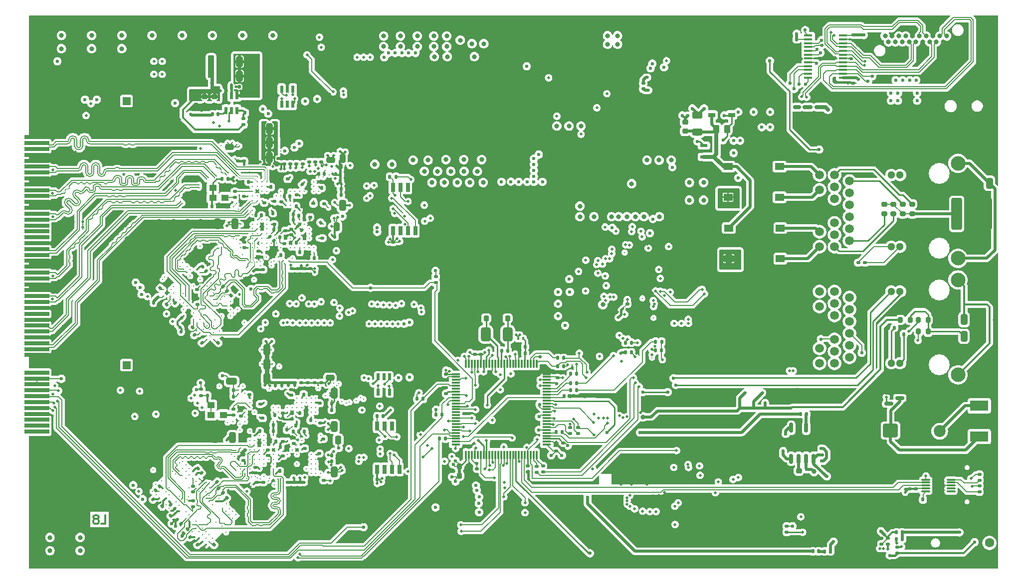
<source format=gbr>
%TF.GenerationSoftware,KiCad,Pcbnew,8.0.8*%
%TF.CreationDate,2025-02-03T01:07:06+01:00*%
%TF.ProjectId,RASBB,52415342-422e-46b6-9963-61645f706362,01*%
%TF.SameCoordinates,Original*%
%TF.FileFunction,Copper,L8,Bot*%
%TF.FilePolarity,Positive*%
%FSLAX46Y46*%
G04 Gerber Fmt 4.6, Leading zero omitted, Abs format (unit mm)*
G04 Created by KiCad (PCBNEW 8.0.8) date 2025-02-03 01:07:06*
%MOMM*%
%LPD*%
G01*
G04 APERTURE LIST*
G04 Aperture macros list*
%AMRoundRect*
0 Rectangle with rounded corners*
0 $1 Rounding radius*
0 $2 $3 $4 $5 $6 $7 $8 $9 X,Y pos of 4 corners*
0 Add a 4 corners polygon primitive as box body*
4,1,4,$2,$3,$4,$5,$6,$7,$8,$9,$2,$3,0*
0 Add four circle primitives for the rounded corners*
1,1,$1+$1,$2,$3*
1,1,$1+$1,$4,$5*
1,1,$1+$1,$6,$7*
1,1,$1+$1,$8,$9*
0 Add four rect primitives between the rounded corners*
20,1,$1+$1,$2,$3,$4,$5,0*
20,1,$1+$1,$4,$5,$6,$7,0*
20,1,$1+$1,$6,$7,$8,$9,0*
20,1,$1+$1,$8,$9,$2,$3,0*%
G04 Aperture macros list end*
%ADD10C,0.300000*%
%TA.AperFunction,NonConductor*%
%ADD11C,0.300000*%
%TD*%
%TA.AperFunction,ComponentPad*%
%ADD12R,1.350000X1.350000*%
%TD*%
%TA.AperFunction,ComponentPad*%
%ADD13O,1.350000X1.350000*%
%TD*%
%TA.AperFunction,ComponentPad*%
%ADD14R,2.025000X2.025000*%
%TD*%
%TA.AperFunction,ComponentPad*%
%ADD15C,2.025000*%
%TD*%
%TA.AperFunction,ComponentPad*%
%ADD16C,1.509000*%
%TD*%
%TA.AperFunction,ComponentPad*%
%ADD17C,1.300000*%
%TD*%
%TA.AperFunction,ComponentPad*%
%ADD18C,2.475000*%
%TD*%
%TA.AperFunction,ComponentPad*%
%ADD19O,2.000000X0.900000*%
%TD*%
%TA.AperFunction,ComponentPad*%
%ADD20O,1.700000X0.900000*%
%TD*%
%TA.AperFunction,WasherPad*%
%ADD21C,1.600000*%
%TD*%
%TA.AperFunction,ComponentPad*%
%ADD22C,0.800000*%
%TD*%
%TA.AperFunction,ComponentPad*%
%ADD23O,3.200000X1.400000*%
%TD*%
%TA.AperFunction,SMDPad,CuDef*%
%ADD24R,1.300000X1.100000*%
%TD*%
%TA.AperFunction,SMDPad,CuDef*%
%ADD25RoundRect,0.140000X-0.140000X-0.170000X0.140000X-0.170000X0.140000X0.170000X-0.140000X0.170000X0*%
%TD*%
%TA.AperFunction,SMDPad,CuDef*%
%ADD26RoundRect,0.135000X0.185000X-0.135000X0.185000X0.135000X-0.185000X0.135000X-0.185000X-0.135000X0*%
%TD*%
%TA.AperFunction,SMDPad,CuDef*%
%ADD27R,1.207999X0.771200*%
%TD*%
%TA.AperFunction,SMDPad,CuDef*%
%ADD28RoundRect,0.140000X-0.170000X0.140000X-0.170000X-0.140000X0.170000X-0.140000X0.170000X0.140000X0*%
%TD*%
%TA.AperFunction,SMDPad,CuDef*%
%ADD29RoundRect,0.135000X0.035355X-0.226274X0.226274X-0.035355X-0.035355X0.226274X-0.226274X0.035355X0*%
%TD*%
%TA.AperFunction,SMDPad,CuDef*%
%ADD30RoundRect,0.140000X-0.219203X-0.021213X-0.021213X-0.219203X0.219203X0.021213X0.021213X0.219203X0*%
%TD*%
%TA.AperFunction,SMDPad,CuDef*%
%ADD31RoundRect,0.250000X-0.325000X-0.650000X0.325000X-0.650000X0.325000X0.650000X-0.325000X0.650000X0*%
%TD*%
%TA.AperFunction,SMDPad,CuDef*%
%ADD32RoundRect,0.140000X0.140000X0.170000X-0.140000X0.170000X-0.140000X-0.170000X0.140000X-0.170000X0*%
%TD*%
%TA.AperFunction,SMDPad,CuDef*%
%ADD33RoundRect,0.135000X0.135000X0.185000X-0.135000X0.185000X-0.135000X-0.185000X0.135000X-0.185000X0*%
%TD*%
%TA.AperFunction,SMDPad,CuDef*%
%ADD34R,3.150000X1.780000*%
%TD*%
%TA.AperFunction,SMDPad,CuDef*%
%ADD35RoundRect,0.140000X0.170000X-0.140000X0.170000X0.140000X-0.170000X0.140000X-0.170000X-0.140000X0*%
%TD*%
%TA.AperFunction,SMDPad,CuDef*%
%ADD36RoundRect,0.250000X0.325000X0.650000X-0.325000X0.650000X-0.325000X-0.650000X0.325000X-0.650000X0*%
%TD*%
%TA.AperFunction,SMDPad,CuDef*%
%ADD37RoundRect,0.225000X-0.250000X0.225000X-0.250000X-0.225000X0.250000X-0.225000X0.250000X0.225000X0*%
%TD*%
%TA.AperFunction,SMDPad,CuDef*%
%ADD38RoundRect,0.140000X0.021213X-0.219203X0.219203X-0.021213X-0.021213X0.219203X-0.219203X0.021213X0*%
%TD*%
%TA.AperFunction,SMDPad,CuDef*%
%ADD39RoundRect,0.140000X0.219203X0.021213X0.021213X0.219203X-0.219203X-0.021213X-0.021213X-0.219203X0*%
%TD*%
%TA.AperFunction,SMDPad,CuDef*%
%ADD40RoundRect,0.135000X-0.135000X-0.185000X0.135000X-0.185000X0.135000X0.185000X-0.135000X0.185000X0*%
%TD*%
%TA.AperFunction,SMDPad,CuDef*%
%ADD41RoundRect,0.200000X0.200000X0.275000X-0.200000X0.275000X-0.200000X-0.275000X0.200000X-0.275000X0*%
%TD*%
%TA.AperFunction,SMDPad,CuDef*%
%ADD42R,4.200000X0.700000*%
%TD*%
%TA.AperFunction,SMDPad,CuDef*%
%ADD43RoundRect,0.225000X-0.225000X-0.250000X0.225000X-0.250000X0.225000X0.250000X-0.225000X0.250000X0*%
%TD*%
%TA.AperFunction,SMDPad,CuDef*%
%ADD44R,0.600000X1.250000*%
%TD*%
%TA.AperFunction,SMDPad,CuDef*%
%ADD45R,1.520000X1.200000*%
%TD*%
%TA.AperFunction,SMDPad,CuDef*%
%ADD46RoundRect,0.135000X-0.185000X0.135000X-0.185000X-0.135000X0.185000X-0.135000X0.185000X0.135000X0*%
%TD*%
%TA.AperFunction,SMDPad,CuDef*%
%ADD47RoundRect,0.225000X0.225000X0.250000X-0.225000X0.250000X-0.225000X-0.250000X0.225000X-0.250000X0*%
%TD*%
%TA.AperFunction,SMDPad,CuDef*%
%ADD48RoundRect,0.135000X-0.226274X-0.035355X-0.035355X-0.226274X0.226274X0.035355X0.035355X0.226274X0*%
%TD*%
%TA.AperFunction,SMDPad,CuDef*%
%ADD49RoundRect,0.200000X-0.200000X-0.275000X0.200000X-0.275000X0.200000X0.275000X-0.200000X0.275000X0*%
%TD*%
%TA.AperFunction,SMDPad,CuDef*%
%ADD50RoundRect,0.250000X-0.262500X-0.450000X0.262500X-0.450000X0.262500X0.450000X-0.262500X0.450000X0*%
%TD*%
%TA.AperFunction,SMDPad,CuDef*%
%ADD51RoundRect,0.425000X-0.425000X-0.775000X0.425000X-0.775000X0.425000X0.775000X-0.425000X0.775000X0*%
%TD*%
%TA.AperFunction,SMDPad,CuDef*%
%ADD52RoundRect,0.140000X-0.021213X0.219203X-0.219203X0.021213X0.021213X-0.219203X0.219203X-0.021213X0*%
%TD*%
%TA.AperFunction,SMDPad,CuDef*%
%ADD53RoundRect,0.150000X-0.587500X-0.150000X0.587500X-0.150000X0.587500X0.150000X-0.587500X0.150000X0*%
%TD*%
%TA.AperFunction,SMDPad,CuDef*%
%ADD54RoundRect,0.200000X0.275000X-0.200000X0.275000X0.200000X-0.275000X0.200000X-0.275000X-0.200000X0*%
%TD*%
%TA.AperFunction,SMDPad,CuDef*%
%ADD55RoundRect,0.250000X0.475000X-0.250000X0.475000X0.250000X-0.475000X0.250000X-0.475000X-0.250000X0*%
%TD*%
%TA.AperFunction,SMDPad,CuDef*%
%ADD56R,0.650000X1.550000*%
%TD*%
%TA.AperFunction,SMDPad,CuDef*%
%ADD57RoundRect,0.250000X-0.250000X-0.475000X0.250000X-0.475000X0.250000X0.475000X-0.250000X0.475000X0*%
%TD*%
%TA.AperFunction,SMDPad,CuDef*%
%ADD58R,0.600000X1.150000*%
%TD*%
%TA.AperFunction,SMDPad,CuDef*%
%ADD59RoundRect,0.075000X0.650000X0.075000X-0.650000X0.075000X-0.650000X-0.075000X0.650000X-0.075000X0*%
%TD*%
%TA.AperFunction,HeatsinkPad*%
%ADD60R,1.680000X1.880000*%
%TD*%
%TA.AperFunction,SMDPad,CuDef*%
%ADD61RoundRect,0.200000X-0.275000X0.200000X-0.275000X-0.200000X0.275000X-0.200000X0.275000X0.200000X0*%
%TD*%
%TA.AperFunction,SMDPad,CuDef*%
%ADD62R,1.309599X0.568000*%
%TD*%
%TA.AperFunction,SMDPad,CuDef*%
%ADD63RoundRect,0.250000X0.250000X0.475000X-0.250000X0.475000X-0.250000X-0.475000X0.250000X-0.475000X0*%
%TD*%
%TA.AperFunction,SMDPad,CuDef*%
%ADD64RoundRect,0.250000X0.650000X-0.325000X0.650000X0.325000X-0.650000X0.325000X-0.650000X-0.325000X0*%
%TD*%
%TA.AperFunction,SMDPad,CuDef*%
%ADD65RoundRect,0.225000X0.250000X-0.225000X0.250000X0.225000X-0.250000X0.225000X-0.250000X-0.225000X0*%
%TD*%
%TA.AperFunction,SMDPad,CuDef*%
%ADD66RoundRect,0.250000X0.625000X-0.312500X0.625000X0.312500X-0.625000X0.312500X-0.625000X-0.312500X0*%
%TD*%
%TA.AperFunction,SMDPad,CuDef*%
%ADD67RoundRect,0.250000X-0.650000X-2.450000X0.650000X-2.450000X0.650000X2.450000X-0.650000X2.450000X0*%
%TD*%
%TA.AperFunction,SMDPad,CuDef*%
%ADD68RoundRect,0.250000X-1.000000X-0.900000X1.000000X-0.900000X1.000000X0.900000X-1.000000X0.900000X0*%
%TD*%
%TA.AperFunction,SMDPad,CuDef*%
%ADD69RoundRect,0.150000X-0.150000X0.675000X-0.150000X-0.675000X0.150000X-0.675000X0.150000X0.675000X0*%
%TD*%
%TA.AperFunction,SMDPad,CuDef*%
%ADD70R,0.400000X0.500000*%
%TD*%
%TA.AperFunction,SMDPad,CuDef*%
%ADD71R,0.300000X1.475000*%
%TD*%
%TA.AperFunction,SMDPad,CuDef*%
%ADD72R,1.475000X0.300000*%
%TD*%
%TA.AperFunction,SMDPad,CuDef*%
%ADD73R,1.475000X0.450000*%
%TD*%
%TA.AperFunction,SMDPad,CuDef*%
%ADD74RoundRect,0.250000X-0.475000X0.250000X-0.475000X-0.250000X0.475000X-0.250000X0.475000X0.250000X0*%
%TD*%
%TA.AperFunction,ViaPad*%
%ADD75C,0.600000*%
%TD*%
%TA.AperFunction,ViaPad*%
%ADD76C,0.250000*%
%TD*%
%TA.AperFunction,ViaPad*%
%ADD77C,0.800000*%
%TD*%
%TA.AperFunction,ViaPad*%
%ADD78C,0.460000*%
%TD*%
%TA.AperFunction,Conductor*%
%ADD79C,0.500000*%
%TD*%
%TA.AperFunction,Conductor*%
%ADD80C,0.250000*%
%TD*%
%TA.AperFunction,Conductor*%
%ADD81C,0.200000*%
%TD*%
%TA.AperFunction,Conductor*%
%ADD82C,0.700000*%
%TD*%
%TA.AperFunction,Conductor*%
%ADD83C,0.400000*%
%TD*%
%TA.AperFunction,Conductor*%
%ADD84C,0.350000*%
%TD*%
%TA.AperFunction,Conductor*%
%ADD85C,0.186200*%
%TD*%
%TA.AperFunction,Conductor*%
%ADD86C,0.185700*%
%TD*%
%TA.AperFunction,Conductor*%
%ADD87C,0.177000*%
%TD*%
%TA.AperFunction,Conductor*%
%ADD88C,0.800000*%
%TD*%
%TA.AperFunction,Conductor*%
%ADD89C,0.141000*%
%TD*%
%TA.AperFunction,Conductor*%
%ADD90C,0.100000*%
%TD*%
%TA.AperFunction,Conductor*%
%ADD91C,0.170000*%
%TD*%
%TA.AperFunction,Conductor*%
%ADD92C,0.160000*%
%TD*%
%TA.AperFunction,Conductor*%
%ADD93C,0.138700*%
%TD*%
%TA.AperFunction,Conductor*%
%ADD94C,0.142200*%
%TD*%
G04 APERTURE END LIST*
D10*
D11*
X117231203Y-122400828D02*
X117945489Y-122400828D01*
X117945489Y-122400828D02*
X117945489Y-120900828D01*
X116516917Y-121543685D02*
X116659774Y-121472257D01*
X116659774Y-121472257D02*
X116731203Y-121400828D01*
X116731203Y-121400828D02*
X116802631Y-121257971D01*
X116802631Y-121257971D02*
X116802631Y-121186542D01*
X116802631Y-121186542D02*
X116731203Y-121043685D01*
X116731203Y-121043685D02*
X116659774Y-120972257D01*
X116659774Y-120972257D02*
X116516917Y-120900828D01*
X116516917Y-120900828D02*
X116231203Y-120900828D01*
X116231203Y-120900828D02*
X116088346Y-120972257D01*
X116088346Y-120972257D02*
X116016917Y-121043685D01*
X116016917Y-121043685D02*
X115945488Y-121186542D01*
X115945488Y-121186542D02*
X115945488Y-121257971D01*
X115945488Y-121257971D02*
X116016917Y-121400828D01*
X116016917Y-121400828D02*
X116088346Y-121472257D01*
X116088346Y-121472257D02*
X116231203Y-121543685D01*
X116231203Y-121543685D02*
X116516917Y-121543685D01*
X116516917Y-121543685D02*
X116659774Y-121615114D01*
X116659774Y-121615114D02*
X116731203Y-121686542D01*
X116731203Y-121686542D02*
X116802631Y-121829400D01*
X116802631Y-121829400D02*
X116802631Y-122115114D01*
X116802631Y-122115114D02*
X116731203Y-122257971D01*
X116731203Y-122257971D02*
X116659774Y-122329400D01*
X116659774Y-122329400D02*
X116516917Y-122400828D01*
X116516917Y-122400828D02*
X116231203Y-122400828D01*
X116231203Y-122400828D02*
X116088346Y-122329400D01*
X116088346Y-122329400D02*
X116016917Y-122257971D01*
X116016917Y-122257971D02*
X115945488Y-122115114D01*
X115945488Y-122115114D02*
X115945488Y-121829400D01*
X115945488Y-121829400D02*
X116016917Y-121686542D01*
X116016917Y-121686542D02*
X116088346Y-121615114D01*
X116088346Y-121615114D02*
X116231203Y-121543685D01*
D12*
%TO.P,J18,1,Pin_1*%
%TO.N,Net-(J18-Pin_1)*%
X121550000Y-95410000D03*
D13*
%TO.P,J18,2,Pin_2*%
%TO.N,GND*%
X121550000Y-93410000D03*
%TD*%
D14*
%TO.P,J9,1,1*%
%TO.N,GND*%
X259580000Y-103160000D03*
D15*
%TO.P,J9,2,2*%
%TO.N,Net-(F1-Pad2)*%
X259580000Y-106660000D03*
%TD*%
D16*
%TO.P,J14,1,MDCT3*%
%TO.N,unconnected-(J14-MDCT3-Pad1)*%
X244265000Y-83930000D03*
%TO.P,J14,2,MD3-*%
%TO.N,unconnected-(J14-MD3--Pad2)*%
X244265000Y-85960000D03*
%TO.P,J14,3,MD3+*%
%TO.N,unconnected-(J14-MD3+-Pad3)*%
X244265000Y-87990001D03*
%TO.P,J14,4,MD2+*%
%TO.N,/Ethernet_uC/TX_P*%
X244265000Y-90020000D03*
%TO.P,J14,5,MD2-*%
%TO.N,/Ethernet_uC/TX_N*%
X244265000Y-92050000D03*
%TO.P,J14,6,MDCT2*%
%TO.N,Net-(J14-MDCT2)*%
X244265000Y-94080000D03*
%TO.P,J14,7,MDCT4*%
%TO.N,unconnected-(J14-MDCT4-Pad7)*%
X241725000Y-82910000D03*
%TO.P,J14,8,MD4+*%
%TO.N,unconnected-(J14-MD4+-Pad8)*%
X241725000Y-84930000D03*
%TO.P,J14,9,MD4-*%
%TO.N,unconnected-(J14-MD4--Pad9)*%
X241725000Y-86970000D03*
%TO.P,J14,10,MD1-*%
%TO.N,/Ethernet_uC/RX_N*%
X241725000Y-91050000D03*
%TO.P,J14,11,MD1+*%
%TO.N,/Ethernet_uC/RX_P*%
X241725000Y-93090000D03*
%TO.P,J14,12,MDCT1*%
%TO.N,Net-(J14-MDCT1)*%
X241725000Y-95100000D03*
%TO.P,J14,13,VDC1+*%
%TO.N,unconnected-(J14-VDC1+-Pad13)*%
X239185000Y-82910001D03*
%TO.P,J14,14,VDC1-*%
%TO.N,unconnected-(J14-VDC1--Pad14)*%
X239185000Y-85450000D03*
%TO.P,J14,15,VDC2+*%
%TO.N,unconnected-(J14-VDC2+-Pad15)*%
X239185000Y-92560000D03*
%TO.P,J14,16,VDC2-*%
%TO.N,unconnected-(J14-VDC2--Pad16)*%
X239185000Y-95100000D03*
D17*
%TO.P,J14,17,GN_A*%
%TO.N,/Ethernet_uC/LED_GR_ETH*%
X251375000Y-82908000D03*
%TO.P,J14,18,GN_K*%
%TO.N,Net-(J14-GN_K)*%
X251375000Y-95102000D03*
%TO.P,J14,19,YL_A*%
%TO.N,/Ethernet_uC/LED_YL_ETH*%
X252845000Y-82908000D03*
%TO.P,J14,20,YL_K*%
%TO.N,Net-(J14-YL_K)*%
X252845000Y-95102000D03*
D18*
%TO.P,J14,MH1,Shield*%
%TO.N,Net-(C183-Pad1)*%
X262685000Y-97070000D03*
%TO.P,J14,MH2,Shield*%
X262685000Y-80940000D03*
%TD*%
D16*
%TO.P,J2,1,MDCT3*%
%TO.N,Net-(J2-MDCT3)*%
X244265000Y-64130500D03*
%TO.P,J2,2,MD3-*%
%TO.N,/Ethernet_FPGA/MDI2_N*%
X244265000Y-66160500D03*
%TO.P,J2,3,MD3+*%
%TO.N,/Ethernet_FPGA/MDI2_P*%
X244265000Y-68190500D03*
%TO.P,J2,4,MD2+*%
%TO.N,/Ethernet_FPGA/MDI1_P*%
X244265000Y-70220500D03*
%TO.P,J2,5,MD2-*%
%TO.N,/Ethernet_FPGA/MDI1_N*%
X244265000Y-72250500D03*
%TO.P,J2,6,MDCT2*%
%TO.N,Net-(J2-MDCT2)*%
X244265000Y-74280500D03*
%TO.P,J2,7,MDCT4*%
%TO.N,Net-(J2-MDCT4)*%
X241725000Y-63110500D03*
%TO.P,J2,8,MD4+*%
%TO.N,/Ethernet_FPGA/MDI3_P*%
X241725000Y-65130500D03*
%TO.P,J2,9,MD4-*%
%TO.N,/Ethernet_FPGA/MDI3_N*%
X241725000Y-67170500D03*
%TO.P,J2,10,MD1-*%
%TO.N,/Ethernet_FPGA/MDI0_N*%
X241725000Y-71250500D03*
%TO.P,J2,11,MD1+*%
%TO.N,/Ethernet_FPGA/MDI0_P*%
X241725000Y-73290500D03*
%TO.P,J2,12,MDCT1*%
%TO.N,Net-(J2-MDCT1)*%
X241725000Y-75300500D03*
%TO.P,J2,13,VDC1+*%
%TO.N,Net-(J2-VDC1+)*%
X239185000Y-63110500D03*
%TO.P,J2,14,VDC1-*%
%TO.N,Net-(J2-VDC1-)*%
X239185000Y-65650500D03*
%TO.P,J2,15,VDC2+*%
%TO.N,Net-(J2-VDC2+)*%
X239185000Y-72760500D03*
%TO.P,J2,16,VDC2-*%
%TO.N,Net-(J2-VDC2-)*%
X239185000Y-75300500D03*
D17*
%TO.P,J2,17,GN_A*%
%TO.N,/Ethernet_FPGA/LED_GR_ETH*%
X251375000Y-63108500D03*
%TO.P,J2,18,GN_K*%
%TO.N,Net-(J2-GN_K)*%
X251375000Y-75302500D03*
%TO.P,J2,19,YL_A*%
%TO.N,/Ethernet_FPGA/LED_YL_ETH*%
X252845000Y-63108500D03*
%TO.P,J2,20,YL_K*%
%TO.N,Net-(J2-YL_K)*%
X252845000Y-75302500D03*
D18*
%TO.P,J2,MH1,Shield*%
%TO.N,Net-(C74-Pad1)*%
X262685000Y-77270500D03*
%TO.P,J2,MH2,Shield*%
X262685000Y-61140500D03*
%TD*%
D12*
%TO.P,J16,1,Pin_1*%
%TO.N,Net-(J16-Pin_1)*%
X121550000Y-50550000D03*
D13*
%TO.P,J16,2,Pin_2*%
%TO.N,GND*%
X121550000Y-48550000D03*
%TD*%
D19*
%TO.P,J7,S1,SHIELD*%
%TO.N,GND*%
X263740000Y-120040000D03*
D20*
X267910000Y-120040000D03*
D19*
X263740000Y-111400000D03*
D20*
X267910000Y-111400000D03*
%TD*%
D21*
%TO.P,J12,*%
%TO.N,*%
X268020000Y-125625000D03*
%TD*%
D22*
%TO.P,J3,1,TMDS_D2+*%
%TO.N,/HDMI/HDMI_D2_P*%
X260760000Y-39500000D03*
%TO.P,J3,2,D2S*%
%TO.N,GND*%
X260180000Y-40500000D03*
%TO.P,J3,3,TMDS_D2-*%
%TO.N,/HDMI/HDMI_D2_N*%
X259600000Y-39500000D03*
%TO.P,J3,4,TMDS_D1+*%
%TO.N,/HDMI/HDMI_D1_P*%
X259020000Y-40500000D03*
%TO.P,J3,5,D1S*%
%TO.N,GND*%
X258440000Y-39500000D03*
%TO.P,J3,6,TMDS_D1-*%
%TO.N,/HDMI/HDMI_D1_N*%
X257860000Y-40500000D03*
%TO.P,J3,7,TMDS_D0+*%
%TO.N,/HDMI/HDMI_D0_P*%
X257280000Y-39500000D03*
%TO.P,J3,8,D0S*%
%TO.N,GND*%
X256700000Y-40500000D03*
%TO.P,J3,9,TMDS_D0-*%
%TO.N,/HDMI/HDMI_D0_N*%
X256120000Y-39500000D03*
%TO.P,J3,10,TMDS_CK+*%
%TO.N,/HDMI/HDMI_CLK_P*%
X255540000Y-40500000D03*
%TO.P,J3,11,CKS*%
%TO.N,GND*%
X254960000Y-39500000D03*
%TO.P,J3,12,TMDS_CK-*%
%TO.N,/HDMI/HDMI_CLK_N*%
X254380000Y-40500000D03*
%TO.P,J3,13,CEC*%
%TO.N,/HDMI/HDMI_CEC_B*%
X253800000Y-39500000D03*
%TO.P,J3,14,UTILITY*%
%TO.N,unconnected-(J3-UTILITY-Pad14)*%
X253220000Y-40500000D03*
%TO.P,J3,15,SCL*%
%TO.N,/HDMI/HDMI_SCL_B*%
X252640000Y-39500000D03*
%TO.P,J3,16,SDA*%
%TO.N,/HDMI/HDMI_SDA_B*%
X252060000Y-40500000D03*
%TO.P,J3,17,GND*%
%TO.N,GND*%
X251480000Y-39500000D03*
%TO.P,J3,18,+5V*%
%TO.N,/HDMI/HDMI_5V*%
X250900000Y-40500000D03*
%TO.P,J3,19,HPD*%
%TO.N,/HDMI/HDMI_HPD_B*%
X250320000Y-39500000D03*
D23*
%TO.P,J3,SH,SH*%
%TO.N,GND*%
X252510000Y-43250000D03*
X261510000Y-43250000D03*
X249410000Y-36750000D03*
X258910000Y-36750000D03*
%TD*%
D24*
%TO.P,X3,1,EN*%
%TO.N,Net-(X3-EN)*%
X136200000Y-65305000D03*
%TO.P,X3,2,GND*%
%TO.N,GND*%
X138300000Y-65305000D03*
%TO.P,X3,3,OUT*%
%TO.N,Net-(X3-OUT)*%
X138300000Y-66955000D03*
%TO.P,X3,4,Vdd*%
%TO.N,Net-(X3-EN)*%
X136200000Y-66955000D03*
%TD*%
D25*
%TO.P,C337,1*%
%TO.N,+3V3*%
X151760000Y-106710000D03*
%TO.P,C337,2*%
%TO.N,GND*%
X152720000Y-106710000D03*
%TD*%
D26*
%TO.P,R166,1*%
%TO.N,Net-(X4-OUT)*%
X139720000Y-103900000D03*
%TO.P,R166,2*%
%TO.N,Net-(U11C-IO_L12P_T1_MRCC_35)*%
X139720000Y-102880000D03*
%TD*%
D27*
%TO.P,U1,1*%
%TO.N,Net-(U2-G)*%
X224240000Y-52910000D03*
%TO.P,U1,2*%
%TO.N,/VSS_POE*%
X220887200Y-52910000D03*
%TD*%
D28*
%TO.P,C212,1*%
%TO.N,+1V0*%
X149570000Y-79050000D03*
%TO.P,C212,2*%
%TO.N,GND*%
X149570000Y-80010000D03*
%TD*%
D26*
%TO.P,R67,1*%
%TO.N,/Audio_IN-OUT/Audio_PTT*%
X252360000Y-127370000D03*
%TO.P,R67,2*%
%TO.N,+3V3*%
X252360000Y-126350000D03*
%TD*%
D28*
%TO.P,C143,1*%
%TO.N,/uController/uC_VCAP*%
X181050000Y-113020000D03*
%TO.P,C143,2*%
%TO.N,GND*%
X181050000Y-113980000D03*
%TD*%
D25*
%TO.P,C247,1*%
%TO.N,+3V3*%
X157820000Y-63090000D03*
%TO.P,C247,2*%
%TO.N,GND*%
X158780000Y-63090000D03*
%TD*%
%TO.P,C252,1*%
%TO.N,+3V3*%
X156920000Y-73560000D03*
%TO.P,C252,2*%
%TO.N,GND*%
X157880000Y-73560000D03*
%TD*%
D29*
%TO.P,R91,1*%
%TO.N,/DDR3-2/DDR301_nRST*%
X136368093Y-125930966D03*
%TO.P,R91,2*%
%TO.N,GND*%
X137089341Y-125209718D03*
%TD*%
D30*
%TO.P,C97,1*%
%TO.N,+1V35*%
X133060589Y-90310589D03*
%TO.P,C97,2*%
%TO.N,GND*%
X133739411Y-90989411D03*
%TD*%
%TO.P,C76,1*%
%TO.N,/DDR3-01/VREF_DDR3*%
X130860589Y-87360589D03*
%TO.P,C76,2*%
%TO.N,GND*%
X131539411Y-88039411D03*
%TD*%
D28*
%TO.P,C134,1*%
%TO.N,+3V3*%
X255502150Y-116480000D03*
%TO.P,C134,2*%
%TO.N,GND*%
X255502150Y-117440000D03*
%TD*%
D25*
%TO.P,C264,1*%
%TO.N,+1V8*%
X150770000Y-70040000D03*
%TO.P,C264,2*%
%TO.N,GND*%
X151730000Y-70040000D03*
%TD*%
D31*
%TO.P,C181,1*%
%TO.N,Net-(C181-Pad1)*%
X263695000Y-90540000D03*
%TO.P,C181,2*%
%TO.N,GND*%
X266645000Y-90540000D03*
%TD*%
D32*
%TO.P,C351,1*%
%TO.N,+3V3*%
X139720000Y-100740000D03*
%TO.P,C351,2*%
%TO.N,GND*%
X138760000Y-100740000D03*
%TD*%
D28*
%TO.P,C233,1*%
%TO.N,+3V3*%
X154790000Y-73850000D03*
%TO.P,C233,2*%
%TO.N,GND*%
X154790000Y-74810000D03*
%TD*%
D33*
%TO.P,R18,1*%
%TO.N,/Ethernet_uC/RMII_REFCLK*%
X195750000Y-94200000D03*
%TO.P,R18,2*%
%TO.N,/uController/uC_ETH_REF_CLK*%
X194730000Y-94200000D03*
%TD*%
%TO.P,R24,1*%
%TO.N,/Ethernet_uC/RMII_RXD1*%
X197920000Y-99680000D03*
%TO.P,R24,2*%
%TO.N,/uController/uC_ETH_RXD1*%
X196900000Y-99680000D03*
%TD*%
D28*
%TO.P,C227,1*%
%TO.N,+1V35*%
X143655000Y-79180000D03*
%TO.P,C227,2*%
%TO.N,GND*%
X143655000Y-80140000D03*
%TD*%
D33*
%TO.P,R150,1*%
%TO.N,Net-(J14-GN_K)*%
X251900000Y-89070000D03*
%TO.P,R150,2*%
%TO.N,GND*%
X250880000Y-89070000D03*
%TD*%
D34*
%TO.P,F1,1*%
%TO.N,Net-(D6-K)*%
X266290000Y-107570000D03*
%TO.P,F1,2*%
%TO.N,Net-(F1-Pad2)*%
X266290000Y-102340000D03*
%TD*%
D35*
%TO.P,C231,1*%
%TO.N,+1V35*%
X141600000Y-75480000D03*
%TO.P,C231,2*%
%TO.N,GND*%
X141600000Y-74520000D03*
%TD*%
D32*
%TO.P,C315,1*%
%TO.N,+1V35*%
X144150000Y-106640000D03*
%TO.P,C315,2*%
%TO.N,GND*%
X143190000Y-106640000D03*
%TD*%
D36*
%TO.P,C218,1*%
%TO.N,+1V0*%
X145815000Y-55250000D03*
%TO.P,C218,2*%
%TO.N,GND*%
X142865000Y-55250000D03*
%TD*%
D33*
%TO.P,R106,1*%
%TO.N,GND*%
X196810000Y-100700000D03*
%TO.P,R106,2*%
%TO.N,/Config-SPI FLASH/SWITCH_FLASH_2*%
X195790000Y-100700000D03*
%TD*%
D37*
%TO.P,C3,1*%
%TO.N,/VDC_IN*%
X216370000Y-54130000D03*
%TO.P,C3,2*%
%TO.N,/VSS_POE*%
X216370000Y-55680000D03*
%TD*%
D25*
%TO.P,C242,1*%
%TO.N,+3V3*%
X154680000Y-65320000D03*
%TO.P,C242,2*%
%TO.N,GND*%
X155640000Y-65320000D03*
%TD*%
D38*
%TO.P,C83,1*%
%TO.N,+1V35*%
X127260589Y-82339411D03*
%TO.P,C83,2*%
%TO.N,GND*%
X127939411Y-81660589D03*
%TD*%
D32*
%TO.P,C61,1*%
%TO.N,+3V3*%
X164110000Y-114850000D03*
%TO.P,C61,2*%
%TO.N,GND*%
X163150000Y-114850000D03*
%TD*%
D25*
%TO.P,C293,1*%
%TO.N,+1V0*%
X147680000Y-109360000D03*
%TO.P,C293,2*%
%TO.N,GND*%
X148640000Y-109360000D03*
%TD*%
D39*
%TO.P,C110,1*%
%TO.N,+1V35*%
X136939411Y-115249411D03*
%TO.P,C110,2*%
%TO.N,GND*%
X136260589Y-114570589D03*
%TD*%
D36*
%TO.P,C220,1*%
%TO.N,+1V0*%
X145815000Y-57630000D03*
%TO.P,C220,2*%
%TO.N,GND*%
X142865000Y-57630000D03*
%TD*%
D26*
%TO.P,R17,1*%
%TO.N,/Ethernet_uC/RMII_TXD1*%
X191200000Y-113620000D03*
%TO.P,R17,2*%
%TO.N,/uController/uC_ETH_TXD1*%
X191200000Y-112600000D03*
%TD*%
D35*
%TO.P,C301,1*%
%TO.N,+1V0*%
X148994286Y-98400000D03*
%TO.P,C301,2*%
%TO.N,GND*%
X148994286Y-97440000D03*
%TD*%
D28*
%TO.P,C209,1*%
%TO.N,+1V0*%
X146640000Y-67630000D03*
%TO.P,C209,2*%
%TO.N,GND*%
X146640000Y-68590000D03*
%TD*%
D32*
%TO.P,C277,1*%
%TO.N,+1V0*%
X146930000Y-108390000D03*
%TO.P,C277,2*%
%TO.N,GND*%
X145970000Y-108390000D03*
%TD*%
D40*
%TO.P,R15,1*%
%TO.N,/uController/uC_SPI2_SCK*%
X194440000Y-106750000D03*
%TO.P,R15,2*%
%TO.N,/RF_Transceiver/SPI_SCK_LORA_G*%
X195460000Y-106750000D03*
%TD*%
D32*
%TO.P,C281,1*%
%TO.N,+1V0*%
X146500000Y-105620000D03*
%TO.P,C281,2*%
%TO.N,GND*%
X145540000Y-105620000D03*
%TD*%
D35*
%TO.P,C138,1*%
%TO.N,+3V3*%
X181660000Y-93580000D03*
%TO.P,C138,2*%
%TO.N,GND*%
X181660000Y-92620000D03*
%TD*%
D40*
%TO.P,R11,1*%
%TO.N,/PCIE/PCIE_SCK*%
X174660000Y-107910000D03*
%TO.P,R11,2*%
%TO.N,/uController/uC_SPI3_SCK*%
X175680000Y-107910000D03*
%TD*%
D41*
%TO.P,R144,1*%
%TO.N,Net-(C181-Pad1)*%
X257625000Y-87700000D03*
%TO.P,R144,2*%
%TO.N,Net-(J14-MDCT1)*%
X255975000Y-87700000D03*
%TD*%
D29*
%TO.P,R90,1*%
%TO.N,Net-(IC10-ZQ)*%
X138558093Y-117960966D03*
%TO.P,R90,2*%
%TO.N,GND*%
X139279341Y-117239718D03*
%TD*%
D28*
%TO.P,C326,1*%
%TO.N,+3V3*%
X151810000Y-109560000D03*
%TO.P,C326,2*%
%TO.N,GND*%
X151810000Y-110520000D03*
%TD*%
D30*
%TO.P,C120,1*%
%TO.N,+1V35*%
X132319306Y-124640931D03*
%TO.P,C120,2*%
%TO.N,GND*%
X132998128Y-125319753D03*
%TD*%
D31*
%TO.P,C282,1*%
%TO.N,+1V0*%
X156765000Y-105870000D03*
%TO.P,C282,2*%
%TO.N,GND*%
X159715000Y-105870000D03*
%TD*%
D24*
%TO.P,X4,1,EN*%
%TO.N,Net-(X4-EN)*%
X135880000Y-102235000D03*
%TO.P,X4,2,GND*%
%TO.N,GND*%
X137980000Y-102235000D03*
%TO.P,X4,3,OUT*%
%TO.N,Net-(X4-OUT)*%
X137980000Y-103885000D03*
%TO.P,X4,4,Vdd*%
%TO.N,Net-(X4-EN)*%
X135880000Y-103885000D03*
%TD*%
D33*
%TO.P,R132,1*%
%TO.N,Net-(IC14-RXD1{slash}~{MODE1})*%
X212335000Y-92925000D03*
%TO.P,R132,2*%
%TO.N,+3V3*%
X211315000Y-92925000D03*
%TD*%
D35*
%TO.P,C313,1*%
%TO.N,+1V35*%
X141420000Y-111580000D03*
%TO.P,C313,2*%
%TO.N,GND*%
X141420000Y-110620000D03*
%TD*%
D41*
%TO.P,R145,1*%
%TO.N,Net-(C181-Pad1)*%
X257605000Y-89720000D03*
%TO.P,R145,2*%
%TO.N,Net-(J14-MDCT2)*%
X255955000Y-89720000D03*
%TD*%
D42*
%TO.P,J4,A01,A01*%
%TO.N,unconnected-(J4-PadA01)*%
X106312500Y-106700000D03*
%TO.P,J4,A02,A02*%
%TO.N,unconnected-(J4-PadA02)*%
X106312500Y-105700000D03*
%TO.P,J4,A03,A03*%
%TO.N,unconnected-(J4-PadA03)*%
X106312500Y-104700000D03*
%TO.P,J4,A04,A04*%
%TO.N,GND*%
X106312500Y-103700000D03*
%TO.P,J4,A05,A05*%
%TO.N,/PCIE/PCIE_SCK*%
X106312500Y-102700000D03*
%TO.P,J4,A06,A06*%
%TO.N,/PCIE/PCIE_MOSI*%
X106312500Y-101700000D03*
%TO.P,J4,A07,A07*%
%TO.N,/PCIE/PCIE_MISO*%
X106312500Y-100700000D03*
%TO.P,J4,A08,A08*%
%TO.N,/PCIE/PCIE_CS*%
X106312500Y-99700000D03*
%TO.P,J4,A09,A09*%
%TO.N,+3V3*%
X106312500Y-98700000D03*
%TO.P,J4,A10,A10*%
X106312500Y-97700000D03*
%TO.P,J4,A11,A11*%
%TO.N,unconnected-(J4-PadA11)*%
X106312500Y-96700000D03*
%TO.P,J4,A12,A12*%
%TO.N,GND*%
X106312500Y-93700000D03*
%TO.P,J4,A13,A13*%
%TO.N,/PCIE/RX0_P*%
X106312500Y-92700000D03*
%TO.P,J4,A14,A14*%
%TO.N,/PCIE/RX0_N*%
X106312500Y-91700000D03*
%TO.P,J4,A15,A15*%
%TO.N,GND*%
X106312500Y-90700000D03*
%TO.P,J4,A16,A16*%
%TO.N,/PCIE/RX2_P*%
X106312500Y-89700000D03*
%TO.P,J4,A17,A17*%
%TO.N,/PCIE/RX2_N*%
X106312500Y-88700000D03*
%TO.P,J4,A18,A18*%
%TO.N,GND*%
X106312500Y-87700000D03*
%TO.P,J4,A19,A19*%
%TO.N,unconnected-(J4-PadA19)*%
X106312500Y-86700000D03*
%TO.P,J4,A20,A20*%
%TO.N,GND*%
X106312500Y-85700000D03*
%TO.P,J4,A21,A21*%
%TO.N,/PCIE/RX4_P*%
X106312500Y-84700000D03*
%TO.P,J4,A22,A22*%
%TO.N,/PCIE/RX4_N*%
X106312500Y-83700000D03*
%TO.P,J4,A23,A23*%
%TO.N,GND*%
X106312500Y-82700000D03*
%TO.P,J4,A24,A24*%
X106312500Y-81700000D03*
%TO.P,J4,A25,A25*%
%TO.N,/PCIE/RX6_P*%
X106312500Y-80700000D03*
%TO.P,J4,A26,A26*%
%TO.N,/PCIE/RX6_N*%
X106312500Y-79700000D03*
%TO.P,J4,A27,A27*%
%TO.N,GND*%
X106312500Y-78700000D03*
%TO.P,J4,A28,A28*%
X106312500Y-77700000D03*
%TO.P,J4,A29,A29*%
%TO.N,/PCIE/RX8_N*%
X106312500Y-76700000D03*
%TO.P,J4,A30,A30*%
%TO.N,/PCIE/RX8_P*%
X106312500Y-75700000D03*
%TO.P,J4,A31,A31*%
%TO.N,GND*%
X106312500Y-74700000D03*
%TO.P,J4,A32,A32*%
%TO.N,unconnected-(J4-PadA32)*%
X106312500Y-73700000D03*
%TO.P,J4,A33,A33*%
%TO.N,unconnected-(J4-PadA33)*%
X106312500Y-72700000D03*
%TO.P,J4,A34,A34*%
%TO.N,unconnected-(J4-PadA34)*%
X106312500Y-71700000D03*
%TO.P,J4,A35,A35*%
%TO.N,/PCIE/RX10_N*%
X106312500Y-70700000D03*
%TO.P,J4,A36,A36*%
%TO.N,/PCIE/RX10_P*%
X106312500Y-69700000D03*
%TO.P,J4,A37,A37*%
%TO.N,GND*%
X106312500Y-68700000D03*
%TO.P,J4,A38,A38*%
X106312500Y-67700000D03*
%TO.P,J4,A39,A39*%
%TO.N,/PCIE/RX12_N*%
X106312500Y-66700000D03*
%TO.P,J4,A40,A40*%
%TO.N,/PCIE/RX12_P*%
X106312500Y-65700000D03*
%TO.P,J4,A41,A41*%
%TO.N,GND*%
X106312500Y-64700000D03*
%TO.P,J4,A42,A42*%
X106312500Y-63700000D03*
%TO.P,J4,A43,A43*%
%TO.N,/PCIE/RX14_P*%
X106312500Y-62700000D03*
%TO.P,J4,A44,A44*%
%TO.N,/PCIE/RX14_N*%
X106312500Y-61700000D03*
%TO.P,J4,A45,A45*%
%TO.N,GND*%
X106312500Y-60700000D03*
%TO.P,J4,A46,A46*%
X106312500Y-59700000D03*
%TO.P,J4,A47,A47*%
%TO.N,/PCIE/RX16_N*%
X106312500Y-58700000D03*
%TO.P,J4,A48,A48*%
%TO.N,/PCIE/RX16_P*%
X106312500Y-57700000D03*
%TO.P,J4,A49,A49*%
%TO.N,GND*%
X106312500Y-56700000D03*
%TD*%
D35*
%TO.P,C274,1*%
%TO.N,+1V0*%
X148110000Y-103550000D03*
%TO.P,C274,2*%
%TO.N,GND*%
X148110000Y-102590000D03*
%TD*%
D26*
%TO.P,R19,1*%
%TO.N,/Ethernet_uC/RMII_TXD0*%
X192250000Y-113560000D03*
%TO.P,R19,2*%
%TO.N,/uController/uC_ETH_TXD0*%
X192250000Y-112540000D03*
%TD*%
D28*
%TO.P,C213,1*%
%TO.N,+1V0*%
X151680000Y-79020000D03*
%TO.P,C213,2*%
%TO.N,GND*%
X151680000Y-79980000D03*
%TD*%
D35*
%TO.P,C292,1*%
%TO.N,+1V8*%
X152350000Y-98400000D03*
%TO.P,C292,2*%
%TO.N,GND*%
X152350000Y-97440000D03*
%TD*%
D28*
%TO.P,C243,1*%
%TO.N,+3V3*%
X153270000Y-67970000D03*
%TO.P,C243,2*%
%TO.N,GND*%
X153270000Y-68930000D03*
%TD*%
D33*
%TO.P,R55,1*%
%TO.N,+3V3*%
X165110000Y-104100000D03*
%TO.P,R55,2*%
%TO.N,Net-(IC7-CS#)*%
X164090000Y-104100000D03*
%TD*%
D35*
%TO.P,C224,1*%
%TO.N,+1V8*%
X150400000Y-61260000D03*
%TO.P,C224,2*%
%TO.N,GND*%
X150400000Y-60300000D03*
%TD*%
D43*
%TO.P,C128,1*%
%TO.N,+3V3*%
X178025000Y-114200000D03*
%TO.P,C128,2*%
%TO.N,GND*%
X179575000Y-114200000D03*
%TD*%
D44*
%TO.P,IC3,1,GND*%
%TO.N,GND*%
X138416800Y-49644740D03*
%TO.P,IC3,2,SW*%
%TO.N,Net-(IC3-SW)*%
X139366800Y-49644740D03*
%TO.P,IC3,3,VIN*%
%TO.N,+12V*%
X140316800Y-49644740D03*
%TO.P,IC3,4,VFB*%
%TO.N,Net-(IC3-VFB)*%
X140316800Y-52144740D03*
%TO.P,IC3,5,EN*%
%TO.N,/POWER/PGOOD_3V3*%
X139366800Y-52144740D03*
%TO.P,IC3,6,VBST*%
%TO.N,Net-(IC3-VBST)*%
X138416800Y-52144740D03*
%TD*%
D35*
%TO.P,C135,1*%
%TO.N,+3V3*%
X180640000Y-93590000D03*
%TO.P,C135,2*%
%TO.N,GND*%
X180640000Y-92630000D03*
%TD*%
D45*
%TO.P,D4,1,+*%
%TO.N,/VDC_IN*%
X223665000Y-66890000D03*
%TO.P,D4,2*%
%TO.N,Net-(J2-VDC1-)*%
X232405000Y-66890000D03*
%TO.P,D4,3,-*%
%TO.N,/VSS_POE*%
X223665000Y-61690000D03*
%TO.P,D4,4*%
%TO.N,Net-(J2-VDC1+)*%
X232405000Y-61690000D03*
%TD*%
D25*
%TO.P,C262,1*%
%TO.N,+1V8*%
X150370000Y-68420000D03*
%TO.P,C262,2*%
%TO.N,GND*%
X151330000Y-68420000D03*
%TD*%
D46*
%TO.P,R82,1*%
%TO.N,Net-(J2-GN_K)*%
X245750000Y-78030000D03*
%TO.P,R82,2*%
%TO.N,GND*%
X245750000Y-79050000D03*
%TD*%
D35*
%TO.P,C284,1*%
%TO.N,+1V8*%
X149950000Y-108720000D03*
%TO.P,C284,2*%
%TO.N,GND*%
X149950000Y-107760000D03*
%TD*%
D47*
%TO.P,C139,1*%
%TO.N,/uController/uC_OSC_IN*%
X182585000Y-87480000D03*
%TO.P,C139,2*%
%TO.N,GND*%
X181035000Y-87480000D03*
%TD*%
D33*
%TO.P,R32,1*%
%TO.N,Net-(IC1-SW)*%
X238700000Y-51580000D03*
%TO.P,R32,2*%
%TO.N,Net-(C10-Pad2)*%
X237680000Y-51580000D03*
%TD*%
D35*
%TO.P,C307,1*%
%TO.N,+1V8*%
X151244286Y-98400000D03*
%TO.P,C307,2*%
%TO.N,GND*%
X151244286Y-97440000D03*
%TD*%
D32*
%TO.P,C273,1*%
%TO.N,+1V0*%
X146760000Y-103890000D03*
%TO.P,C273,2*%
%TO.N,GND*%
X145800000Y-103890000D03*
%TD*%
D36*
%TO.P,C219,1*%
%TO.N,+1V0*%
X145815000Y-60130001D03*
%TO.P,C219,2*%
%TO.N,GND*%
X142865000Y-60130001D03*
%TD*%
D25*
%TO.P,C339,1*%
%TO.N,+3V3*%
X151610000Y-100410000D03*
%TO.P,C339,2*%
%TO.N,GND*%
X152570000Y-100410000D03*
%TD*%
D35*
%TO.P,C348,1*%
%TO.N,+3V3*%
X142380000Y-100470000D03*
%TO.P,C348,2*%
%TO.N,GND*%
X142380000Y-99510000D03*
%TD*%
D28*
%TO.P,C197,1*%
%TO.N,+1V0*%
X147850000Y-67670000D03*
%TO.P,C197,2*%
%TO.N,GND*%
X147850000Y-68630000D03*
%TD*%
D25*
%TO.P,C246,1*%
%TO.N,+3V3*%
X157800000Y-62000000D03*
%TO.P,C246,2*%
%TO.N,GND*%
X158760000Y-62000000D03*
%TD*%
D30*
%TO.P,C101,1*%
%TO.N,+1V35*%
X133619306Y-125940931D03*
%TO.P,C101,2*%
%TO.N,GND*%
X134298128Y-126619753D03*
%TD*%
D28*
%TO.P,C316,1*%
%TO.N,+1V35*%
X145510000Y-109840000D03*
%TO.P,C316,2*%
%TO.N,GND*%
X145510000Y-110800000D03*
%TD*%
D48*
%TO.P,R87,1*%
%TO.N,/DDR3-01/CK_P*%
X137898752Y-82068752D03*
%TO.P,R87,2*%
%TO.N,/DDR3-01/CK_N*%
X138620000Y-82790000D03*
%TD*%
D26*
%TO.P,R72,1*%
%TO.N,Net-(X4-EN)*%
X134210000Y-100570000D03*
%TO.P,R72,2*%
%TO.N,+3V3*%
X134210000Y-99550000D03*
%TD*%
D36*
%TO.P,C226,1*%
%TO.N,+1V35*%
X139909999Y-71430000D03*
%TO.P,C226,2*%
%TO.N,GND*%
X136959999Y-71430000D03*
%TD*%
%TO.P,C74,1*%
%TO.N,Net-(C74-Pad1)*%
X268025000Y-64525000D03*
%TO.P,C74,2*%
%TO.N,GND*%
X265075000Y-64525000D03*
%TD*%
D32*
%TO.P,C207,1*%
%TO.N,+1V0*%
X149830000Y-69750000D03*
%TO.P,C207,2*%
%TO.N,GND*%
X148870000Y-69750000D03*
%TD*%
D28*
%TO.P,C137,1*%
%TO.N,+3V3*%
X175760000Y-96940000D03*
%TO.P,C137,2*%
%TO.N,GND*%
X175760000Y-97900000D03*
%TD*%
%TO.P,C124,1*%
%TO.N,/HDMI/HDMI_5V*%
X244900000Y-39270000D03*
%TO.P,C124,2*%
%TO.N,GND*%
X244900000Y-40230000D03*
%TD*%
D49*
%TO.P,R143,1*%
%TO.N,/Ethernet_uC/AVDD_ETH*%
X252910000Y-87730000D03*
%TO.P,R143,2*%
%TO.N,Net-(C181-Pad1)*%
X254560000Y-87730000D03*
%TD*%
D25*
%TO.P,C287,1*%
%TO.N,+1V8*%
X149860000Y-106710000D03*
%TO.P,C287,2*%
%TO.N,GND*%
X150820000Y-106710000D03*
%TD*%
D50*
%TO.P,R26,1*%
%TO.N,/VSS_POE*%
X221690000Y-55310000D03*
%TO.P,R26,2*%
%TO.N,Net-(U2-G)*%
X223515000Y-55310000D03*
%TD*%
D32*
%TO.P,C336,1*%
%TO.N,+3V3*%
X152780000Y-104770000D03*
%TO.P,C336,2*%
%TO.N,GND*%
X151820000Y-104770000D03*
%TD*%
D51*
%TO.P,Y1,1,1*%
%TO.N,/uController/uC_OSC_IN*%
X182550000Y-90200000D03*
%TO.P,Y1,2,2*%
%TO.N,Net-(C140-Pad1)*%
X186250000Y-90200000D03*
%TD*%
D35*
%TO.P,C33,1*%
%TO.N,Net-(U4-BST)*%
X209280000Y-48480000D03*
%TO.P,C33,2*%
%TO.N,Net-(U4-SW)*%
X209280000Y-47520000D03*
%TD*%
D52*
%TO.P,C257,1*%
%TO.N,+3V3*%
X154500000Y-71210000D03*
%TO.P,C257,2*%
%TO.N,GND*%
X153821178Y-71888822D03*
%TD*%
D40*
%TO.P,R21,1*%
%TO.N,Net-(C1-Pad2)*%
X240050000Y-127070000D03*
%TO.P,R21,2*%
%TO.N,/Audio_IN-OUT/Audio_IN*%
X241070000Y-127070000D03*
%TD*%
D37*
%TO.P,C160,1*%
%TO.N,Net-(U8-BYPASS)*%
X235675000Y-113380000D03*
%TO.P,C160,2*%
%TO.N,GND*%
X235675000Y-114930000D03*
%TD*%
D52*
%TO.P,C109,1*%
%TO.N,+1V35*%
X129070000Y-121050000D03*
%TO.P,C109,2*%
%TO.N,GND*%
X128391178Y-121728822D03*
%TD*%
D25*
%TO.P,C251,1*%
%TO.N,+3V3*%
X157945000Y-65500000D03*
%TO.P,C251,2*%
%TO.N,GND*%
X158905000Y-65500000D03*
%TD*%
D35*
%TO.P,C299,1*%
%TO.N,+1V0*%
X147888572Y-98400000D03*
%TO.P,C299,2*%
%TO.N,GND*%
X147888572Y-97440000D03*
%TD*%
D32*
%TO.P,C289,1*%
%TO.N,+1V0*%
X146490000Y-106620000D03*
%TO.P,C289,2*%
%TO.N,GND*%
X145530000Y-106620000D03*
%TD*%
D29*
%TO.P,R85,1*%
%TO.N,/DDR3-01/DDR301_nRST*%
X137109376Y-91600624D03*
%TO.P,R85,2*%
%TO.N,GND*%
X137830624Y-90879376D03*
%TD*%
D33*
%TO.P,R9,1*%
%TO.N,/PCIE/SMDAT*%
X171910000Y-101150000D03*
%TO.P,R9,2*%
%TO.N,+3V3*%
X170890000Y-101150000D03*
%TD*%
D25*
%TO.P,C333,1*%
%TO.N,+3V3*%
X156400000Y-101950000D03*
%TO.P,C333,2*%
%TO.N,GND*%
X157360000Y-101950000D03*
%TD*%
D35*
%TO.P,C206,1*%
%TO.N,+1V8*%
X152600000Y-60880000D03*
%TO.P,C206,2*%
%TO.N,GND*%
X152600000Y-59920000D03*
%TD*%
D29*
%TO.P,R84,1*%
%TO.N,Net-(IC9-ZQ)*%
X139299376Y-83630624D03*
%TO.P,R84,2*%
%TO.N,GND*%
X140020624Y-82909376D03*
%TD*%
D28*
%TO.P,C327,1*%
%TO.N,+3V3*%
X154970000Y-107940000D03*
%TO.P,C327,2*%
%TO.N,GND*%
X154970000Y-108900000D03*
%TD*%
D25*
%TO.P,C200,1*%
%TO.N,+1V8*%
X146070000Y-65170000D03*
%TO.P,C200,2*%
%TO.N,GND*%
X147030000Y-65170000D03*
%TD*%
D38*
%TO.P,C113,1*%
%TO.N,+1V35*%
X133669306Y-112969753D03*
%TO.P,C113,2*%
%TO.N,GND*%
X134348128Y-112290931D03*
%TD*%
D35*
%TO.P,C96,1*%
%TO.N,+1V35*%
X133550000Y-82610000D03*
%TO.P,C96,2*%
%TO.N,GND*%
X133550000Y-81650000D03*
%TD*%
D53*
%TO.P,Q1,1,G*%
%TO.N,Net-(Q1-G)*%
X250937500Y-101972500D03*
%TO.P,Q1,2,S*%
%TO.N,GND*%
X250937500Y-100072500D03*
%TO.P,Q1,3,D*%
%TO.N,Net-(D6-K)*%
X252812500Y-101022500D03*
%TD*%
D31*
%TO.P,C332,1*%
%TO.N,+3V3*%
X156795000Y-100180000D03*
%TO.P,C332,2*%
%TO.N,GND*%
X159745000Y-100180000D03*
%TD*%
D28*
%TO.P,C285,1*%
%TO.N,+1V0*%
X148110000Y-104470000D03*
%TO.P,C285,2*%
%TO.N,GND*%
X148110000Y-105430000D03*
%TD*%
D36*
%TO.P,C23,1*%
%TO.N,+12V*%
X140725000Y-43850000D03*
%TO.P,C23,2*%
%TO.N,GND*%
X137775000Y-43850000D03*
%TD*%
D35*
%TO.P,C297,1*%
%TO.N,+1V0*%
X146782858Y-98400000D03*
%TO.P,C297,2*%
%TO.N,GND*%
X146782858Y-97440000D03*
%TD*%
%TO.P,C217,1*%
%TO.N,+1V0*%
X149350000Y-61260000D03*
%TO.P,C217,2*%
%TO.N,GND*%
X149350000Y-60300000D03*
%TD*%
D26*
%TO.P,R122,1*%
%TO.N,Net-(C162-Pad1)*%
X239590000Y-111720000D03*
%TO.P,R122,2*%
%TO.N,Net-(C165-Pad1)*%
X239590000Y-110700000D03*
%TD*%
D46*
%TO.P,R125,1*%
%TO.N,Net-(U9-+)*%
X250800000Y-124820000D03*
%TO.P,R125,2*%
%TO.N,+3V3*%
X250800000Y-125840000D03*
%TD*%
D25*
%TO.P,C317,1*%
%TO.N,+1V35*%
X147600000Y-113430000D03*
%TO.P,C317,2*%
%TO.N,GND*%
X148560000Y-113430000D03*
%TD*%
D54*
%TO.P,R81,1*%
%TO.N,Net-(C73-Pad1)*%
X254920000Y-69725000D03*
%TO.P,R81,2*%
%TO.N,Net-(J2-MDCT4)*%
X254920000Y-68075000D03*
%TD*%
D55*
%TO.P,C187,1*%
%TO.N,+1V8*%
X156100000Y-97600000D03*
%TO.P,C187,2*%
%TO.N,GND*%
X156100000Y-95700002D03*
%TD*%
D56*
%TO.P,IC5,1,CS#*%
%TO.N,Net-(IC5-CS#)*%
X166775000Y-65227500D03*
%TO.P,IC5,2,SO/IO1*%
%TO.N,Net-(IC5-SO{slash}IO1)*%
X168045000Y-65227500D03*
%TO.P,IC5,3,WP#/IO2*%
%TO.N,unconnected-(IC5-WP#{slash}IO2-Pad3)*%
X169315000Y-65227500D03*
%TO.P,IC5,4,VSS*%
%TO.N,GND*%
X170585000Y-65227500D03*
%TO.P,IC5,5,SI/IO0*%
%TO.N,Net-(IC5-SI{slash}IO0)*%
X170585000Y-72577500D03*
%TO.P,IC5,6,SCK*%
%TO.N,Net-(IC5-SCK)*%
X169315000Y-72577500D03*
%TO.P,IC5,7,IO3/RESET#*%
%TO.N,unconnected-(IC5-IO3{slash}RESET#-Pad7)*%
X168045000Y-72577500D03*
%TO.P,IC5,8,VCC*%
%TO.N,+3V3*%
X166775000Y-72577500D03*
%TD*%
D25*
%TO.P,C230,1*%
%TO.N,+1V35*%
X147720000Y-76700000D03*
%TO.P,C230,2*%
%TO.N,GND*%
X148680000Y-76700000D03*
%TD*%
D57*
%TO.P,C305,1*%
%TO.N,+3V3*%
X157470001Y-108140000D03*
%TO.P,C305,2*%
%TO.N,GND*%
X159369999Y-108140000D03*
%TD*%
D30*
%TO.P,C253,1*%
%TO.N,+3V3*%
X151390000Y-64710000D03*
%TO.P,C253,2*%
%TO.N,GND*%
X152068822Y-65388822D03*
%TD*%
D28*
%TO.P,C211,1*%
%TO.N,+1V0*%
X150610000Y-79020000D03*
%TO.P,C211,2*%
%TO.N,GND*%
X150610000Y-79980000D03*
%TD*%
D25*
%TO.P,C34,1*%
%TO.N,Net-(IC3-SW)*%
X136120000Y-52800000D03*
%TO.P,C34,2*%
%TO.N,Net-(IC3-VBST)*%
X137080000Y-52800000D03*
%TD*%
D33*
%TO.P,R75,1*%
%TO.N,+3V3*%
X195710000Y-95600000D03*
%TO.P,R75,2*%
%TO.N,/Ethernet_uC/ETH_RESET*%
X194690000Y-95600000D03*
%TD*%
D38*
%TO.P,C106,1*%
%TO.N,+1V35*%
X126519306Y-116669753D03*
%TO.P,C106,2*%
%TO.N,GND*%
X127198128Y-115990931D03*
%TD*%
D58*
%TO.P,D12,1,I/O1*%
%TO.N,Net-(D12-I{slash}O1)*%
X166180000Y-100010000D03*
%TO.P,D12,2,VSS*%
%TO.N,GND*%
X165230000Y-100010000D03*
%TO.P,D12,3,I/O2*%
%TO.N,Net-(D12-I{slash}O2)*%
X164280000Y-100010000D03*
%TO.P,D12,4,I/O3*%
%TO.N,Net-(D12-I{slash}O3)*%
X164280000Y-97410000D03*
%TO.P,D12,5,NC*%
%TO.N,unconnected-(D12-NC-Pad5)*%
X165230000Y-97410000D03*
%TO.P,D12,6,I/O4*%
%TO.N,Net-(D12-I{slash}O4)*%
X166180000Y-97410000D03*
%TD*%
D59*
%TO.P,U6,1,UD+*%
%TO.N,Net-(U6-UD+)*%
X261515000Y-114880000D03*
%TO.P,U6,2,UD-*%
%TO.N,Net-(U6-UD-)*%
X261515000Y-115380000D03*
%TO.P,U6,3,GND*%
%TO.N,GND*%
X261515000Y-115880000D03*
%TO.P,U6,4,nRTS*%
%TO.N,unconnected-(U6-nRTS-Pad4)*%
X261515000Y-116380000D03*
%TO.P,U6,5,nCTS*%
%TO.N,unconnected-(U6-nCTS-Pad5)*%
X261515000Y-116880000D03*
%TO.P,U6,6,TNOW*%
%TO.N,Net-(U6-TNOW)*%
X257215000Y-116880000D03*
%TO.P,U6,7,VCC*%
%TO.N,+3V3*%
X257215000Y-116380000D03*
%TO.P,U6,8,TXD*%
%TO.N,/uController/uC_UART3_RX*%
X257215000Y-115880000D03*
%TO.P,U6,9,RXD*%
%TO.N,/uController/uC_UART3_TX*%
X257215000Y-115380000D03*
%TO.P,U6,10,V3*%
%TO.N,+3V3*%
X257215000Y-114880000D03*
D60*
%TO.P,U6,11,EP*%
%TO.N,GND*%
X259365000Y-115880000D03*
%TD*%
D30*
%TO.P,C89,1*%
%TO.N,+1V35*%
X129810589Y-84860589D03*
%TO.P,C89,2*%
%TO.N,GND*%
X130489411Y-85539411D03*
%TD*%
D40*
%TO.P,R102,1*%
%TO.N,Net-(IC12-PH1-OSC_OUT)*%
X185230000Y-92970000D03*
%TO.P,R102,2*%
%TO.N,Net-(C140-Pad1)*%
X186250000Y-92970000D03*
%TD*%
D36*
%TO.P,C26,1*%
%TO.N,+12V*%
X140725000Y-46300000D03*
%TO.P,C26,2*%
%TO.N,GND*%
X137775000Y-46300000D03*
%TD*%
D26*
%TO.P,R158,1*%
%TO.N,Net-(X3-OUT)*%
X139930000Y-66950000D03*
%TO.P,R158,2*%
%TO.N,Net-(U10C-IO_L12P_T1_MRCC_35)*%
X139930000Y-65930000D03*
%TD*%
D28*
%TO.P,C136,1*%
%TO.N,+3V3*%
X254500000Y-116480000D03*
%TO.P,C136,2*%
%TO.N,GND*%
X254500000Y-117440000D03*
%TD*%
D26*
%TO.P,R105,1*%
%TO.N,/uController/BOOT0*%
X175800000Y-100260000D03*
%TO.P,R105,2*%
%TO.N,GND*%
X175800000Y-99240000D03*
%TD*%
D32*
%TO.P,C239,1*%
%TO.N,+3V3*%
X150380000Y-74600000D03*
%TO.P,C239,2*%
%TO.N,GND*%
X149420000Y-74600000D03*
%TD*%
D25*
%TO.P,C2,1*%
%TO.N,/uController/uC_DAC2_OUT2*%
X235990000Y-103740000D03*
%TO.P,C2,2*%
%TO.N,/Audio_IN-OUT/LM386_INP*%
X236950000Y-103740000D03*
%TD*%
D61*
%TO.P,R78,1*%
%TO.N,Net-(C73-Pad1)*%
X251750000Y-68075000D03*
%TO.P,R78,2*%
%TO.N,Net-(J2-MDCT1)*%
X251750000Y-69725000D03*
%TD*%
D35*
%TO.P,C193,1*%
%TO.N,+1V0*%
X146600000Y-71480000D03*
%TO.P,C193,2*%
%TO.N,GND*%
X146600000Y-70520000D03*
%TD*%
D32*
%TO.P,C201,1*%
%TO.N,+1V0*%
X149260000Y-66750000D03*
%TO.P,C201,2*%
%TO.N,GND*%
X148300000Y-66750000D03*
%TD*%
D25*
%TO.P,C329,1*%
%TO.N,+3V3*%
X156410000Y-111780000D03*
%TO.P,C329,2*%
%TO.N,GND*%
X157370000Y-111780000D03*
%TD*%
D30*
%TO.P,C238,1*%
%TO.N,+1V35*%
X129069306Y-119190931D03*
%TO.P,C238,2*%
%TO.N,GND*%
X129748128Y-119869753D03*
%TD*%
D31*
%TO.P,C183,1*%
%TO.N,Net-(C183-Pad1)*%
X263715000Y-87680000D03*
%TO.P,C183,2*%
%TO.N,GND*%
X266665000Y-87680000D03*
%TD*%
D33*
%TO.P,R53,1*%
%TO.N,+3V3*%
X167260000Y-63422500D03*
%TO.P,R53,2*%
%TO.N,Net-(IC5-CS#)*%
X166240000Y-63422500D03*
%TD*%
D46*
%TO.P,R14,1*%
%TO.N,/SI_FLASH_uC*%
X196850000Y-105990000D03*
%TO.P,R14,2*%
%TO.N,/uController/uC_SPI4_MOSI*%
X196850000Y-107010000D03*
%TD*%
D35*
%TO.P,C294,1*%
%TO.N,+1V8*%
X153455714Y-98400000D03*
%TO.P,C294,2*%
%TO.N,GND*%
X153455714Y-97440000D03*
%TD*%
%TO.P,C215,1*%
%TO.N,+1V0*%
X147300000Y-61260000D03*
%TO.P,C215,2*%
%TO.N,GND*%
X147300000Y-60300000D03*
%TD*%
D25*
%TO.P,C280,1*%
%TO.N,+1V8*%
X150260000Y-105730000D03*
%TO.P,C280,2*%
%TO.N,GND*%
X151220000Y-105730000D03*
%TD*%
%TO.P,C10,1*%
%TO.N,Net-(IC1-BOOT)*%
X235720000Y-51600000D03*
%TO.P,C10,2*%
%TO.N,Net-(C10-Pad2)*%
X236680000Y-51600000D03*
%TD*%
D28*
%TO.P,C59,1*%
%TO.N,+3V3*%
X166800000Y-74520000D03*
%TO.P,C59,2*%
%TO.N,GND*%
X166800000Y-75480000D03*
%TD*%
D25*
%TO.P,C331,1*%
%TO.N,+3V3*%
X156410000Y-110730000D03*
%TO.P,C331,2*%
%TO.N,GND*%
X157370000Y-110730000D03*
%TD*%
D62*
%TO.P,U2,1,G*%
%TO.N,Net-(U2-G)*%
X219548900Y-58124999D03*
%TO.P,U2,2,S*%
%TO.N,/VSS_POE*%
X219548900Y-60025001D03*
%TO.P,U2,3,D*%
%TO.N,GND*%
X217516901Y-59075000D03*
%TD*%
D26*
%TO.P,R47,1*%
%TO.N,+1V35*%
X141400000Y-54585000D03*
%TO.P,R47,2*%
%TO.N,Net-(IC3-VFB)*%
X141400000Y-53565000D03*
%TD*%
D58*
%TO.P,D11,1,I/O1*%
%TO.N,Net-(D11-I{slash}O1)*%
X147880000Y-48510000D03*
%TO.P,D11,2,VSS*%
%TO.N,GND*%
X148830000Y-48510000D03*
%TO.P,D11,3,I/O2*%
%TO.N,Net-(D11-I{slash}O2)*%
X149780000Y-48510000D03*
%TO.P,D11,4,I/O3*%
%TO.N,Net-(D11-I{slash}O3)*%
X149780000Y-51110000D03*
%TO.P,D11,5,NC*%
%TO.N,unconnected-(D11-NC-Pad5)*%
X148830000Y-51110000D03*
%TO.P,D11,6,I/O4*%
%TO.N,Net-(D11-I{slash}O4)*%
X147880000Y-51110000D03*
%TD*%
D28*
%TO.P,C306,1*%
%TO.N,+3V3*%
X148110000Y-110840000D03*
%TO.P,C306,2*%
%TO.N,GND*%
X148110000Y-111800000D03*
%TD*%
D25*
%TO.P,C255,1*%
%TO.N,+3V3*%
X150970000Y-76220000D03*
%TO.P,C255,2*%
%TO.N,GND*%
X151930000Y-76220000D03*
%TD*%
D63*
%TO.P,C188,1*%
%TO.N,GND*%
X160100000Y-60300000D03*
%TO.P,C188,2*%
%TO.N,+3V3*%
X158200000Y-60300000D03*
%TD*%
D33*
%TO.P,R151,1*%
%TO.N,Net-(J14-YL_K)*%
X253480000Y-90170000D03*
%TO.P,R151,2*%
%TO.N,GND*%
X252460000Y-90170000D03*
%TD*%
D35*
%TO.P,C298,1*%
%TO.N,+1V0*%
X150100000Y-98400000D03*
%TO.P,C298,2*%
%TO.N,GND*%
X150100000Y-97440000D03*
%TD*%
D57*
%TO.P,C221,1*%
%TO.N,+3V3*%
X157260000Y-71930000D03*
%TO.P,C221,2*%
%TO.N,GND*%
X159159998Y-71930000D03*
%TD*%
D28*
%TO.P,C328,1*%
%TO.N,+3V3*%
X154270000Y-110420000D03*
%TO.P,C328,2*%
%TO.N,GND*%
X154270000Y-111380000D03*
%TD*%
D36*
%TO.P,C304,1*%
%TO.N,+1V0*%
X145355000Y-97690000D03*
%TO.P,C304,2*%
%TO.N,GND*%
X142405000Y-97690000D03*
%TD*%
D46*
%TO.P,R13,1*%
%TO.N,/SCK_FLASH_uC*%
X198200000Y-106040000D03*
%TO.P,R13,2*%
%TO.N,/uController/uC_SPI4_SCK*%
X198200000Y-107060000D03*
%TD*%
D35*
%TO.P,C308,1*%
%TO.N,+1V8*%
X149500000Y-100550000D03*
%TO.P,C308,2*%
%TO.N,GND*%
X149500000Y-99590000D03*
%TD*%
D28*
%TO.P,C312,1*%
%TO.N,+1V35*%
X144770000Y-115320000D03*
%TO.P,C312,2*%
%TO.N,GND*%
X144770000Y-116280000D03*
%TD*%
D40*
%TO.P,R127,1*%
%TO.N,+3V3*%
X252230000Y-124980000D03*
%TO.P,R127,2*%
%TO.N,Net-(C167-Pad2)*%
X253250000Y-124980000D03*
%TD*%
D28*
%TO.P,C229,1*%
%TO.N,+1V35*%
X143910000Y-76040000D03*
%TO.P,C229,2*%
%TO.N,GND*%
X143910000Y-77000000D03*
%TD*%
D35*
%TO.P,C210,1*%
%TO.N,+1V8*%
X154600000Y-60880000D03*
%TO.P,C210,2*%
%TO.N,GND*%
X154600000Y-59920000D03*
%TD*%
D28*
%TO.P,C196,1*%
%TO.N,+1V8*%
X144920000Y-67820000D03*
%TO.P,C196,2*%
%TO.N,GND*%
X144920000Y-68780000D03*
%TD*%
D35*
%TO.P,C346,1*%
%TO.N,+3V3*%
X140925000Y-104105000D03*
%TO.P,C346,2*%
%TO.N,GND*%
X140925000Y-103145000D03*
%TD*%
D33*
%TO.P,R137,1*%
%TO.N,Net-(IC14-CRS_DV{slash}~{MODE2})*%
X207230000Y-93260000D03*
%TO.P,R137,2*%
%TO.N,+3V3*%
X206210000Y-93260000D03*
%TD*%
D46*
%TO.P,R83,1*%
%TO.N,Net-(J2-YL_K)*%
X246920000Y-78030000D03*
%TO.P,R83,2*%
%TO.N,GND*%
X246920000Y-79050000D03*
%TD*%
D28*
%TO.P,C141,1*%
%TO.N,/uController/uC_VCAP*%
X195650000Y-108620000D03*
%TO.P,C141,2*%
%TO.N,GND*%
X195650000Y-109580000D03*
%TD*%
D32*
%TO.P,C75,1*%
%TO.N,+1V35*%
X144460000Y-70000000D03*
%TO.P,C75,2*%
%TO.N,GND*%
X143500000Y-70000000D03*
%TD*%
D38*
%TO.P,C90,1*%
%TO.N,+1V35*%
X134410589Y-78639411D03*
%TO.P,C90,2*%
%TO.N,GND*%
X135089411Y-77960589D03*
%TD*%
D28*
%TO.P,C191,1*%
%TO.N,+1V8*%
X148910000Y-63810000D03*
%TO.P,C191,2*%
%TO.N,GND*%
X148910000Y-64770000D03*
%TD*%
D35*
%TO.P,C267,1*%
%TO.N,+1V8*%
X140490000Y-60760000D03*
%TO.P,C267,2*%
%TO.N,GND*%
X140490000Y-59800000D03*
%TD*%
D64*
%TO.P,C199,1*%
%TO.N,+3V3*%
X139380000Y-98165000D03*
%TO.P,C199,2*%
%TO.N,GND*%
X139380000Y-95215000D03*
%TD*%
D32*
%TO.P,C350,1*%
%TO.N,+3V3*%
X139710000Y-99720000D03*
%TO.P,C350,2*%
%TO.N,GND*%
X138750000Y-99720000D03*
%TD*%
D30*
%TO.P,C85,1*%
%TO.N,+1V35*%
X135021178Y-79421178D03*
%TO.P,C85,2*%
%TO.N,GND*%
X135700000Y-80100000D03*
%TD*%
D32*
%TO.P,C194,1*%
%TO.N,+1V0*%
X149830000Y-70700000D03*
%TO.P,C194,2*%
%TO.N,GND*%
X148870000Y-70700000D03*
%TD*%
D28*
%TO.P,C222,1*%
%TO.N,+3V3*%
X148375000Y-74770000D03*
%TO.P,C222,2*%
%TO.N,GND*%
X148375000Y-75730000D03*
%TD*%
D65*
%TO.P,C47,1*%
%TO.N,GND*%
X136450000Y-51375000D03*
%TO.P,C47,2*%
%TO.N,+1V35*%
X136450000Y-49825000D03*
%TD*%
D28*
%TO.P,C311,1*%
%TO.N,+1V35*%
X143700000Y-115320000D03*
%TO.P,C311,2*%
%TO.N,GND*%
X143700000Y-116280000D03*
%TD*%
D26*
%TO.P,R92,1*%
%TO.N,/DDR3-2/DDR301_nCAS*%
X132818717Y-119480342D03*
%TO.P,R92,2*%
%TO.N,GND*%
X132818717Y-118460342D03*
%TD*%
D48*
%TO.P,R93,1*%
%TO.N,/DDR3-2/CK_P*%
X137157469Y-116399094D03*
%TO.P,R93,2*%
%TO.N,/DDR3-2/CK_N*%
X137878717Y-117120342D03*
%TD*%
D25*
%TO.P,C189,1*%
%TO.N,+1V0*%
X146570000Y-72450000D03*
%TO.P,C189,2*%
%TO.N,GND*%
X147530000Y-72450000D03*
%TD*%
D35*
%TO.P,C208,1*%
%TO.N,+1V8*%
X153600000Y-60880000D03*
%TO.P,C208,2*%
%TO.N,GND*%
X153600000Y-59920000D03*
%TD*%
%TO.P,C347,1*%
%TO.N,+3V3*%
X144230000Y-102050000D03*
%TO.P,C347,2*%
%TO.N,GND*%
X144230000Y-101090000D03*
%TD*%
D54*
%TO.P,R80,1*%
%TO.N,Net-(C73-Pad1)*%
X253300000Y-69725000D03*
%TO.P,R80,2*%
%TO.N,Net-(J2-MDCT3)*%
X253300000Y-68075000D03*
%TD*%
D66*
%TO.P,R25,1*%
%TO.N,/VSS_POE*%
X218436000Y-55847500D03*
%TO.P,R25,2*%
%TO.N,/VDC_IN*%
X218436000Y-52922500D03*
%TD*%
D36*
%TO.P,C310,1*%
%TO.N,+1V35*%
X139555000Y-107740000D03*
%TO.P,C310,2*%
%TO.N,GND*%
X136605000Y-107740000D03*
%TD*%
D28*
%TO.P,C296,1*%
%TO.N,+1V0*%
X150000000Y-115320000D03*
%TO.P,C296,2*%
%TO.N,GND*%
X150000000Y-116280000D03*
%TD*%
D25*
%TO.P,C258,1*%
%TO.N,Net-(X3-EN)*%
X136020000Y-68400000D03*
%TO.P,C258,2*%
%TO.N,GND*%
X136980000Y-68400000D03*
%TD*%
D28*
%TO.P,C228,1*%
%TO.N,+1V35*%
X144725000Y-79180000D03*
%TO.P,C228,2*%
%TO.N,GND*%
X144725000Y-80140000D03*
%TD*%
D39*
%TO.P,C263,1*%
%TO.N,+1V8*%
X151300000Y-72500000D03*
%TO.P,C263,2*%
%TO.N,GND*%
X150621178Y-71821178D03*
%TD*%
D33*
%TO.P,R101,1*%
%TO.N,GND*%
X257760000Y-118240000D03*
%TO.P,R101,2*%
%TO.N,Net-(U6-TNOW)*%
X256740000Y-118240000D03*
%TD*%
D28*
%TO.P,C300,1*%
%TO.N,+1V0*%
X148960000Y-115320000D03*
%TO.P,C300,2*%
%TO.N,GND*%
X148960000Y-116280000D03*
%TD*%
D25*
%TO.P,C241,1*%
%TO.N,+3V3*%
X157820000Y-64120000D03*
%TO.P,C241,2*%
%TO.N,GND*%
X158780000Y-64120000D03*
%TD*%
D36*
%TO.P,C303,1*%
%TO.N,+1V0*%
X145355000Y-95280000D03*
%TO.P,C303,2*%
%TO.N,GND*%
X142405000Y-95280000D03*
%TD*%
D52*
%TO.P,C81,1*%
%TO.N,+1V35*%
X132739411Y-89010589D03*
%TO.P,C81,2*%
%TO.N,GND*%
X132060589Y-89689411D03*
%TD*%
D46*
%TO.P,R96,1*%
%TO.N,+3V3*%
X233630000Y-122800000D03*
%TO.P,R96,2*%
%TO.N,/uController/uC_CONFIG*%
X233630000Y-123820000D03*
%TD*%
D30*
%TO.P,C114,1*%
%TO.N,+1V35*%
X126069306Y-118240931D03*
%TO.P,C114,2*%
%TO.N,GND*%
X126748128Y-118919753D03*
%TD*%
D40*
%TO.P,R48,1*%
%TO.N,Net-(IC3-VFB)*%
X141674999Y-52550000D03*
%TO.P,R48,2*%
%TO.N,GND*%
X142694999Y-52550000D03*
%TD*%
D28*
%TO.P,C214,1*%
%TO.N,+1V0*%
X152700000Y-79020000D03*
%TO.P,C214,2*%
%TO.N,GND*%
X152700000Y-79980000D03*
%TD*%
D40*
%TO.P,R157,1*%
%TO.N,Net-(X3-EN)*%
X137780000Y-63790000D03*
%TO.P,R157,2*%
%TO.N,+1V8*%
X138800000Y-63790000D03*
%TD*%
D67*
%TO.P,C73,1*%
%TO.N,Net-(C73-Pad1)*%
X262475000Y-69725000D03*
%TO.P,C73,2*%
%TO.N,GND*%
X267575000Y-69725000D03*
%TD*%
D25*
%TO.P,C245,1*%
%TO.N,+3V3*%
X147595000Y-73725000D03*
%TO.P,C245,2*%
%TO.N,GND*%
X148555000Y-73725000D03*
%TD*%
D35*
%TO.P,C335,1*%
%TO.N,+3V3*%
X154320000Y-101910000D03*
%TO.P,C335,2*%
%TO.N,GND*%
X154320000Y-100950000D03*
%TD*%
D28*
%TO.P,C234,1*%
%TO.N,+3V3*%
X155080000Y-68030000D03*
%TO.P,C234,2*%
%TO.N,GND*%
X155080000Y-68990000D03*
%TD*%
%TO.P,C182,1*%
%TO.N,+1V8*%
X141510000Y-66720000D03*
%TO.P,C182,2*%
%TO.N,GND*%
X141510000Y-67680000D03*
%TD*%
D31*
%TO.P,C195,1*%
%TO.N,+3V3*%
X156805000Y-113580000D03*
%TO.P,C195,2*%
%TO.N,GND*%
X159755000Y-113580000D03*
%TD*%
D43*
%TO.P,C127,1*%
%TO.N,+3V3*%
X178025000Y-112600000D03*
%TO.P,C127,2*%
%TO.N,GND*%
X179575000Y-112600000D03*
%TD*%
D52*
%TO.P,C79,1*%
%TO.N,+1V35*%
X128339411Y-85110589D03*
%TO.P,C79,2*%
%TO.N,GND*%
X127660589Y-85789411D03*
%TD*%
D25*
%TO.P,C249,1*%
%TO.N,+3V3*%
X157945000Y-66530000D03*
%TO.P,C249,2*%
%TO.N,GND*%
X158905000Y-66530000D03*
%TD*%
D56*
%TO.P,IC7,1,CS#*%
%TO.N,Net-(IC7-CS#)*%
X164075000Y-105757500D03*
%TO.P,IC7,2,SO/IO1*%
%TO.N,Net-(IC7-SO{slash}IO1)*%
X165345000Y-105757500D03*
%TO.P,IC7,3,WP#/IO2*%
%TO.N,unconnected-(IC7-WP#{slash}IO2-Pad3)*%
X166615000Y-105757500D03*
%TO.P,IC7,4,VSS*%
%TO.N,GND*%
X167885000Y-105757500D03*
%TO.P,IC7,5,SI/IO0*%
%TO.N,Net-(IC7-SI{slash}IO0)*%
X167885000Y-113107500D03*
%TO.P,IC7,6,SCK*%
%TO.N,Net-(IC7-SCK)*%
X166615000Y-113107500D03*
%TO.P,IC7,7,IO3/RESET#*%
%TO.N,unconnected-(IC7-IO3{slash}RESET#-Pad7)*%
X165345000Y-113107500D03*
%TO.P,IC7,8,VCC*%
%TO.N,+3V3*%
X164075000Y-113107500D03*
%TD*%
D25*
%TO.P,C275,1*%
%TO.N,+1V8*%
X150990000Y-103570000D03*
%TO.P,C275,2*%
%TO.N,GND*%
X151950000Y-103570000D03*
%TD*%
D28*
%TO.P,C338,1*%
%TO.N,+3V3*%
X154420000Y-105230000D03*
%TO.P,C338,2*%
%TO.N,GND*%
X154420000Y-106190000D03*
%TD*%
D68*
%TO.P,D6,1,K*%
%TO.N,Net-(D6-K)*%
X251224998Y-106525000D03*
%TO.P,D6,2,A*%
%TO.N,GND*%
X255525000Y-106525000D03*
%TD*%
D28*
%TO.P,C261,1*%
%TO.N,+1V8*%
X150430000Y-66480000D03*
%TO.P,C261,2*%
%TO.N,GND*%
X150430000Y-67440000D03*
%TD*%
D32*
%TO.P,C235,1*%
%TO.N,+3V3*%
X155140000Y-62900000D03*
%TO.P,C235,2*%
%TO.N,GND*%
X154180000Y-62900000D03*
%TD*%
D25*
%TO.P,C167,1*%
%TO.N,Net-(U9-+)*%
X252260000Y-123840000D03*
%TO.P,C167,2*%
%TO.N,Net-(C167-Pad2)*%
X253220000Y-123840000D03*
%TD*%
D30*
%TO.P,C91,1*%
%TO.N,+1V35*%
X126810589Y-83910589D03*
%TO.P,C91,2*%
%TO.N,GND*%
X127489411Y-84589411D03*
%TD*%
D69*
%TO.P,U8,1,GAIN*%
%TO.N,Net-(R121-Pad1)*%
X234380000Y-106070000D03*
%TO.P,U8,2,-*%
%TO.N,GND*%
X235650000Y-106070000D03*
%TO.P,U8,3,+*%
%TO.N,/Audio_IN-OUT/LM386_INP*%
X236920000Y-106070000D03*
%TO.P,U8,4,GND*%
%TO.N,GND*%
X238190000Y-106070000D03*
%TO.P,U8,5*%
%TO.N,Net-(C165-Pad1)*%
X238190000Y-111320000D03*
%TO.P,U8,6,V+*%
%TO.N,+5V*%
X236920000Y-111320000D03*
%TO.P,U8,7,BYPASS*%
%TO.N,Net-(U8-BYPASS)*%
X235650000Y-111320000D03*
%TO.P,U8,8,GAIN*%
%TO.N,Net-(C161-Pad1)*%
X234380000Y-111320000D03*
%TD*%
D35*
%TO.P,C290,1*%
%TO.N,+1V8*%
X154561430Y-98400000D03*
%TO.P,C290,2*%
%TO.N,GND*%
X154561430Y-97440000D03*
%TD*%
D32*
%TO.P,C291,1*%
%TO.N,+1V0*%
X148770000Y-106400000D03*
%TO.P,C291,2*%
%TO.N,GND*%
X147810000Y-106400000D03*
%TD*%
%TO.P,C122,1*%
%TO.N,+5V*%
X235318000Y-40075000D03*
%TO.P,C122,2*%
%TO.N,GND*%
X234358000Y-40075000D03*
%TD*%
D35*
%TO.P,C266,1*%
%TO.N,+1V8*%
X141500000Y-60760000D03*
%TO.P,C266,2*%
%TO.N,GND*%
X141500000Y-59800000D03*
%TD*%
D28*
%TO.P,C353,1*%
%TO.N,+5V*%
X237025000Y-113105000D03*
%TO.P,C353,2*%
%TO.N,GND*%
X237025000Y-114065000D03*
%TD*%
D36*
%TO.P,C302,1*%
%TO.N,+1V0*%
X145335000Y-92850000D03*
%TO.P,C302,2*%
%TO.N,GND*%
X142385000Y-92850000D03*
%TD*%
D30*
%TO.P,C78,1*%
%TO.N,+1V35*%
X134360589Y-91610589D03*
%TO.P,C78,2*%
%TO.N,GND*%
X135039411Y-92289411D03*
%TD*%
D26*
%TO.P,R86,1*%
%TO.N,/DDR3-01/DDR301_nCAS*%
X133560000Y-85150000D03*
%TO.P,R86,2*%
%TO.N,GND*%
X133560000Y-84130000D03*
%TD*%
D28*
%TO.P,C123,1*%
%TO.N,+3V3*%
X244850000Y-46570000D03*
%TO.P,C123,2*%
%TO.N,GND*%
X244850000Y-47530000D03*
%TD*%
D45*
%TO.P,D5,1,+*%
%TO.N,/VDC_IN*%
X223785000Y-77320000D03*
%TO.P,D5,2*%
%TO.N,Net-(J2-VDC2-)*%
X232525000Y-77320000D03*
%TO.P,D5,3,-*%
%TO.N,/VSS_POE*%
X223785000Y-72120000D03*
%TO.P,D5,4*%
%TO.N,Net-(J2-VDC2+)*%
X232525000Y-72120000D03*
%TD*%
D30*
%TO.P,C108,1*%
%TO.N,+1V35*%
X134279895Y-113751520D03*
%TO.P,C108,2*%
%TO.N,GND*%
X134958717Y-114430342D03*
%TD*%
D35*
%TO.P,C162,1*%
%TO.N,Net-(C162-Pad1)*%
X239525000Y-109605000D03*
%TO.P,C162,2*%
%TO.N,GND*%
X239525000Y-108645000D03*
%TD*%
D30*
%TO.P,C232,1*%
%TO.N,+1V35*%
X145860589Y-73590589D03*
%TO.P,C232,2*%
%TO.N,GND*%
X146539411Y-74269411D03*
%TD*%
D35*
%TO.P,C129,1*%
%TO.N,+3V3*%
X194450000Y-109980000D03*
%TO.P,C129,2*%
%TO.N,GND*%
X194450000Y-109020000D03*
%TD*%
D28*
%TO.P,C190,1*%
%TO.N,+1V0*%
X149500000Y-72300000D03*
%TO.P,C190,2*%
%TO.N,GND*%
X149500000Y-73260000D03*
%TD*%
D52*
%TO.P,C104,1*%
%TO.N,+1V35*%
X131880000Y-123280000D03*
%TO.P,C104,2*%
%TO.N,GND*%
X131201178Y-123958822D03*
%TD*%
D28*
%TO.P,C362,1*%
%TO.N,/Ethernet_FPGA/AVDD_ETH*%
X206560000Y-85020000D03*
%TO.P,C362,2*%
%TO.N,GND*%
X206560000Y-85980000D03*
%TD*%
D25*
%TO.P,C1,1*%
%TO.N,/uController/ADC1_IN5*%
X238040000Y-127060000D03*
%TO.P,C1,2*%
%TO.N,Net-(C1-Pad2)*%
X239000000Y-127060000D03*
%TD*%
D52*
%TO.P,C102,1*%
%TO.N,+1V35*%
X127598128Y-119440931D03*
%TO.P,C102,2*%
%TO.N,GND*%
X126919306Y-120119753D03*
%TD*%
D32*
%TO.P,C236,1*%
%TO.N,+3V3*%
X153390000Y-77260000D03*
%TO.P,C236,2*%
%TO.N,GND*%
X152430000Y-77260000D03*
%TD*%
D65*
%TO.P,C44,1*%
%TO.N,GND*%
X134800000Y-51375000D03*
%TO.P,C44,2*%
%TO.N,+1V35*%
X134800000Y-49825000D03*
%TD*%
D33*
%TO.P,R20,1*%
%TO.N,/Ethernet_uC/RMII_CRS_DV*%
X197920000Y-96880000D03*
%TO.P,R20,2*%
%TO.N,/uController/uC_ETH_CRS_DV*%
X196900000Y-96880000D03*
%TD*%
D25*
%TO.P,C185,1*%
%TO.N,+1V0*%
X146420000Y-69600000D03*
%TO.P,C185,2*%
%TO.N,GND*%
X147380000Y-69600000D03*
%TD*%
D30*
%TO.P,C99,1*%
%TO.N,/DDR3-2/VREF_DDR3*%
X130119306Y-121690931D03*
%TO.P,C99,2*%
%TO.N,GND*%
X130798128Y-122369753D03*
%TD*%
D35*
%TO.P,C119,1*%
%TO.N,+1V35*%
X132808717Y-116940342D03*
%TO.P,C119,2*%
%TO.N,GND*%
X132808717Y-115980342D03*
%TD*%
D28*
%TO.P,C330,1*%
%TO.N,+3V3*%
X155000000Y-115000000D03*
%TO.P,C330,2*%
%TO.N,GND*%
X155000000Y-115960000D03*
%TD*%
D25*
%TO.P,C334,1*%
%TO.N,+3V3*%
X156400000Y-103040000D03*
%TO.P,C334,2*%
%TO.N,GND*%
X157360000Y-103040000D03*
%TD*%
D32*
%TO.P,C132,1*%
%TO.N,/uController/uC_VDDA*%
X189200000Y-93400000D03*
%TO.P,C132,2*%
%TO.N,GND*%
X188240000Y-93400000D03*
%TD*%
D61*
%TO.P,R79,1*%
%TO.N,Net-(C73-Pad1)*%
X250170000Y-68075000D03*
%TO.P,R79,2*%
%TO.N,Net-(J2-MDCT2)*%
X250170000Y-69725000D03*
%TD*%
D35*
%TO.P,C205,1*%
%TO.N,+1V0*%
X148470000Y-72580000D03*
%TO.P,C205,2*%
%TO.N,GND*%
X148470000Y-71620000D03*
%TD*%
D28*
%TO.P,C39,1*%
%TO.N,+1V35*%
X133340100Y-50120000D03*
%TO.P,C39,2*%
%TO.N,GND*%
X133340100Y-51080000D03*
%TD*%
%TO.P,C295,1*%
%TO.N,+1V0*%
X151060000Y-115320000D03*
%TO.P,C295,2*%
%TO.N,GND*%
X151060000Y-116280000D03*
%TD*%
D33*
%TO.P,R133,1*%
%TO.N,Net-(IC14-RXD0{slash}~{MODE0})*%
X207230000Y-91600000D03*
%TO.P,R133,2*%
%TO.N,+3V3*%
X206210000Y-91600000D03*
%TD*%
D46*
%TO.P,R126,1*%
%TO.N,GND*%
X249690000Y-124820000D03*
%TO.P,R126,2*%
%TO.N,Net-(U9-+)*%
X249690000Y-125840000D03*
%TD*%
D28*
%TO.P,C254,1*%
%TO.N,+3V3*%
X152700000Y-70270000D03*
%TO.P,C254,2*%
%TO.N,GND*%
X152700000Y-71230000D03*
%TD*%
D25*
%TO.P,C342,1*%
%TO.N,Net-(X4-EN)*%
X135300000Y-100570000D03*
%TO.P,C342,2*%
%TO.N,GND*%
X136260000Y-100570000D03*
%TD*%
D35*
%TO.P,C216,1*%
%TO.N,+1V0*%
X148310000Y-61260000D03*
%TO.P,C216,2*%
%TO.N,GND*%
X148310000Y-60300000D03*
%TD*%
D33*
%TO.P,R23,1*%
%TO.N,/Ethernet_uC/RMII_RXD0*%
X197920000Y-98470000D03*
%TO.P,R23,2*%
%TO.N,/uController/uC_ETH_RXD0*%
X196900000Y-98470000D03*
%TD*%
D55*
%TO.P,C184,1*%
%TO.N,+1V8*%
X156200000Y-60549999D03*
%TO.P,C184,2*%
%TO.N,GND*%
X156200000Y-58650001D03*
%TD*%
D35*
%TO.P,C278,1*%
%TO.N,+1V0*%
X149570000Y-104630000D03*
%TO.P,C278,2*%
%TO.N,GND*%
X149570000Y-103670000D03*
%TD*%
D70*
%TO.P,FB1,1*%
%TO.N,+3V3*%
X188055000Y-90910470D03*
%TO.P,FB1,2*%
%TO.N,/uController/uC_VDDA*%
X188855000Y-90910470D03*
%TD*%
D71*
%TO.P,IC12,1,PE2*%
%TO.N,/RF_Transceiver/DIO1_LORA_G*%
X179160000Y-95192000D03*
%TO.P,IC12,2,PE3*%
%TO.N,/RF_Transceiver/DIO2_LORA_G*%
X179660000Y-95192000D03*
%TO.P,IC12,3,PE4*%
%TO.N,/FPGA-02/F2_B14_R15*%
X180160000Y-95192000D03*
%TO.P,IC12,4,PE5*%
%TO.N,/FPGA-02/F2_B14_R16*%
X180660000Y-95192000D03*
%TO.P,IC12,5,PE6*%
%TO.N,/FPGA-02/F2_B14_T15*%
X181160000Y-95192000D03*
%TO.P,IC12,6,VBAT*%
%TO.N,+3V3*%
X181660000Y-95192000D03*
%TO.P,IC12,7,PC13*%
%TO.N,/RF_Transceiver/NRST_LORA_G*%
X182160000Y-95192000D03*
%TO.P,IC12,8,PC14-OSC32_IN*%
%TO.N,/RF_Transceiver/BUSY_LORA_G*%
X182660000Y-95192000D03*
%TO.P,IC12,9,PC15-OSC32_OUT*%
%TO.N,/RF_Transceiver/DIO3_LORA_G*%
X183160000Y-95192000D03*
%TO.P,IC12,10,VSS_1*%
%TO.N,GND*%
X183660000Y-95192000D03*
%TO.P,IC12,11,VDD_1*%
%TO.N,+3V3*%
X184160000Y-95192000D03*
%TO.P,IC12,12,PH0-OSC_IN*%
%TO.N,/uController/uC_OSC_IN*%
X184660000Y-95192000D03*
%TO.P,IC12,13,PH1-OSC_OUT*%
%TO.N,Net-(IC12-PH1-OSC_OUT)*%
X185160000Y-95192000D03*
%TO.P,IC12,14,NRST*%
%TO.N,/uController/uC_NRST*%
X185660000Y-95192000D03*
%TO.P,IC12,15,PC0*%
%TO.N,/uController/uC_CONFIG*%
X186160000Y-95192000D03*
%TO.P,IC12,16,PC1*%
%TO.N,/Ethernet_uC/RMII_MDC*%
X186660000Y-95192000D03*
%TO.P,IC12,17,PC2_C*%
%TO.N,unconnected-(IC12-PC2_C-Pad17)*%
X187160000Y-95192000D03*
%TO.P,IC12,18,PC3_C*%
%TO.N,/uController/uC_SPI2_MOSI*%
X187660000Y-95192000D03*
%TO.P,IC12,19,VSSA*%
%TO.N,GND*%
X188160000Y-95192000D03*
%TO.P,IC12,20,VREF+*%
%TO.N,unconnected-(IC12-VREF+-Pad20)*%
X188660000Y-95192000D03*
%TO.P,IC12,21,VDDA*%
%TO.N,/uController/uC_VDDA*%
X189160000Y-95192000D03*
%TO.P,IC12,22,PA0*%
%TO.N,unconnected-(IC12-PA0-Pad22)*%
X189660000Y-95192000D03*
%TO.P,IC12,23,PA1*%
%TO.N,/uController/uC_ETH_REF_CLK*%
X190160000Y-95192000D03*
%TO.P,IC12,24,PA2*%
%TO.N,/Ethernet_uC/RMII_MDIO*%
X190660000Y-95192000D03*
%TO.P,IC12,25,PA3*%
%TO.N,/Ethernet_uC/ETH_RESET*%
X191160000Y-95192000D03*
D72*
%TO.P,IC12,26,VSS_2*%
%TO.N,GND*%
X192898000Y-96930000D03*
%TO.P,IC12,27,VDD_2*%
%TO.N,+3V3*%
X192898000Y-97430000D03*
%TO.P,IC12,28,PA4*%
%TO.N,/FPGA-02/F2_B14_T16*%
X192898000Y-97930000D03*
%TO.P,IC12,29,PA5*%
%TO.N,/uController/uC_DAC2_OUT2*%
X192898000Y-98430000D03*
%TO.P,IC12,30,PA6*%
%TO.N,/FPGA-02/F2_B14_U16*%
X192898000Y-98930000D03*
%TO.P,IC12,31,PA7*%
%TO.N,/uController/uC_ETH_CRS_DV*%
X192898000Y-99430000D03*
%TO.P,IC12,32,PC4*%
%TO.N,/uController/uC_ETH_RXD0*%
X192898000Y-99930000D03*
%TO.P,IC12,33,PC5*%
%TO.N,/uController/uC_ETH_RXD1*%
X192898000Y-100430000D03*
%TO.P,IC12,34,PB0*%
%TO.N,/Config-SPI FLASH/SWITCH_FLASH_2*%
X192898000Y-100930000D03*
%TO.P,IC12,35,PB1*%
%TO.N,/uController/ADC1_IN5*%
X192898000Y-101430000D03*
%TO.P,IC12,36,PB2*%
%TO.N,/uController/uC_SPI3_MOSI*%
X192898000Y-101930000D03*
%TO.P,IC12,37,PE7*%
%TO.N,/PCIE/PCIE_CS*%
X192898000Y-102430000D03*
%TO.P,IC12,38,PE8*%
%TO.N,/uController/uC_YL*%
X192898000Y-102930000D03*
%TO.P,IC12,39,PE9*%
%TO.N,/uController/uC_GR*%
X192898000Y-103430000D03*
%TO.P,IC12,40,PE10*%
%TO.N,/uController/uC_RED*%
X192898000Y-103930000D03*
%TO.P,IC12,41,PE11*%
%TO.N,/CS_FLASH_uC*%
X192898000Y-104430000D03*
%TO.P,IC12,42,PE12*%
%TO.N,/uController/uC_SPI4_SCK*%
X192898000Y-104930000D03*
%TO.P,IC12,43,PE13*%
%TO.N,/SO_FLASH_uC*%
X192898000Y-105430000D03*
%TO.P,IC12,44,PE14*%
%TO.N,/uController/uC_SPI4_MOSI*%
X192898000Y-105930000D03*
%TO.P,IC12,45,PE15*%
%TO.N,/Audio_IN-OUT/Audio_PTT*%
X192898000Y-106430000D03*
%TO.P,IC12,46,PB10*%
%TO.N,/uController/uC_SPI2_SCK*%
X192898000Y-106930000D03*
%TO.P,IC12,47,PB11*%
%TO.N,/Ethernet_uC/RMII_TX_EN*%
X192898000Y-107430000D03*
%TO.P,IC12,48,VCAP_1*%
%TO.N,/uController/uC_VCAP*%
X192898000Y-107930000D03*
%TO.P,IC12,49,VSS_3*%
%TO.N,GND*%
X192898000Y-108430000D03*
%TO.P,IC12,50,VDD_3*%
%TO.N,+3V3*%
X192898000Y-108930000D03*
D71*
%TO.P,IC12,51,PB12*%
%TO.N,/uController/uC_ETH_TXD0*%
X191160000Y-110668000D03*
%TO.P,IC12,52,PB13*%
%TO.N,/uController/uC_ETH_TXD1*%
X190660000Y-110668000D03*
%TO.P,IC12,53,PB14*%
%TO.N,/uController/uC_SPI2_MISO*%
X190160000Y-110668000D03*
%TO.P,IC12,54,PB15*%
%TO.N,/Config-SPI FLASH/SWITCH_FLASH_1*%
X189660000Y-110668000D03*
%TO.P,IC12,55,PD8*%
%TO.N,/uController/uC_UART3_TX*%
X189160000Y-110668000D03*
%TO.P,IC12,56,PD9*%
%TO.N,/uController/uC_UART3_RX*%
X188660000Y-110668000D03*
%TO.P,IC12,57,PD10*%
%TO.N,/uController/PD10_DEBUG*%
X188160000Y-110668000D03*
%TO.P,IC12,58,PD11*%
%TO.N,/uController/ALARM*%
X187660000Y-110668000D03*
%TO.P,IC12,59,PD12*%
%TO.N,/uController/PD12_DEBUG*%
X187160000Y-110668000D03*
%TO.P,IC12,60,PD13*%
%TO.N,/uController/PD13_DEBUG*%
X186660000Y-110668000D03*
%TO.P,IC12,61,PD14*%
%TO.N,/uController/PD14_DEBUG*%
X186160000Y-110668000D03*
%TO.P,IC12,62,PD15*%
%TO.N,/uController/PD15_DEBUG*%
X185660000Y-110668000D03*
%TO.P,IC12,63,PC6*%
%TO.N,/FPGA-02/F2_B14_V14*%
X185160000Y-110668000D03*
%TO.P,IC12,64,PC7*%
%TO.N,/FPGA-02/F2_B14_U14*%
X184660000Y-110668000D03*
%TO.P,IC12,65,PC8*%
%TO.N,/FPGA-02/F2_B14_V15*%
X184160000Y-110668000D03*
%TO.P,IC12,66,PC9*%
%TO.N,/uController/uC_I2C3_SDA*%
X183660000Y-110668000D03*
%TO.P,IC12,67,PA8*%
%TO.N,/uController/uC_I2C3_SCL*%
X183160000Y-110668000D03*
%TO.P,IC12,68,PA9*%
%TO.N,/Config-SPI FLASH/MUX_EN2*%
X182660000Y-110668000D03*
%TO.P,IC12,69,PA10*%
%TO.N,/Config-SPI FLASH/MUX_EN1*%
X182160000Y-110668000D03*
%TO.P,IC12,70,PA11*%
%TO.N,/RF_Transceiver/SPI_NSS_LORA_G*%
X181660000Y-110668000D03*
%TO.P,IC12,71,PA12*%
%TO.N,unconnected-(IC12-PA12-Pad71)*%
X181160000Y-110668000D03*
%TO.P,IC12,72,PA13*%
%TO.N,/uController/DBG_JTMS_SWDIO*%
X180660000Y-110668000D03*
%TO.P,IC12,73,VCAP_2*%
%TO.N,/uController/uC_VCAP*%
X180160000Y-110668000D03*
%TO.P,IC12,74,VSS_4*%
%TO.N,GND*%
X179660000Y-110668000D03*
%TO.P,IC12,75,VDD_4*%
%TO.N,+3V3*%
X179160000Y-110668000D03*
D72*
%TO.P,IC12,76,PA14*%
%TO.N,/uController/DBG_JTCK_SWCLK*%
X177422000Y-108930000D03*
%TO.P,IC12,77,PA15*%
%TO.N,/uController/DBG_JTDI*%
X177422000Y-108430000D03*
%TO.P,IC12,78,PC10*%
%TO.N,/uController/uC_SPI3_SCK*%
X177422000Y-107930000D03*
%TO.P,IC12,79,PC11*%
%TO.N,/uController/uC_SPI3_MISO*%
X177422000Y-107430000D03*
%TO.P,IC12,80,PC12*%
%TO.N,/CS2_FLASH_uC*%
X177422000Y-106930000D03*
%TO.P,IC12,81,PD0*%
%TO.N,/uController/PD0_DEBUG*%
X177422000Y-106430000D03*
%TO.P,IC12,82,PD1*%
%TO.N,/uController/PD1_DEBUG*%
X177422000Y-105930000D03*
%TO.P,IC12,83,PD2*%
%TO.N,/uController/PD2_DEBUG*%
X177422000Y-105430000D03*
%TO.P,IC12,84,PD3*%
%TO.N,/FPGA-02/F2_B14_V16*%
X177422000Y-104930000D03*
%TO.P,IC12,85,PD4*%
%TO.N,/uController/PD4_DEBUG*%
X177422000Y-104430000D03*
%TO.P,IC12,86,PD5*%
%TO.N,unconnected-(IC12-PD5-Pad86)*%
X177422000Y-103930000D03*
%TO.P,IC12,87,PD6*%
%TO.N,unconnected-(IC12-PD6-Pad87)*%
X177422000Y-103430000D03*
%TO.P,IC12,88,PD7*%
%TO.N,/uController/PD7_DEBUG*%
X177422000Y-102930000D03*
%TO.P,IC12,89,PB3*%
%TO.N,/uController/DBG_JTDO_SWO*%
X177422000Y-102430000D03*
%TO.P,IC12,90,PB4*%
%TO.N,/FPGA-01/FPGA01_PROG*%
X177422000Y-101930000D03*
%TO.P,IC12,91,PB5*%
%TO.N,/FPGA-02/FPGA02_PROG*%
X177422000Y-101430000D03*
%TO.P,IC12,92,PB6*%
%TO.N,/PCIE/SMCLK*%
X177422000Y-100930000D03*
%TO.P,IC12,93,PB7*%
%TO.N,/FPGA-02/F2_B14_V17*%
X177422000Y-100430000D03*
%TO.P,IC12,94,BOOT0*%
%TO.N,/uController/BOOT0*%
X177422000Y-99930000D03*
%TO.P,IC12,95,PB8*%
%TO.N,unconnected-(IC12-PB8-Pad95)*%
X177422000Y-99430000D03*
%TO.P,IC12,96,PB9*%
%TO.N,/PCIE/SMDAT*%
X177422000Y-98930000D03*
%TO.P,IC12,97,PE0*%
%TO.N,unconnected-(IC12-PE0-Pad97)*%
X177422000Y-98430000D03*
%TO.P,IC12,98,PE1*%
%TO.N,/FPGA-02/F2_B14_P15*%
X177422000Y-97930000D03*
%TO.P,IC12,99,VSS_5*%
%TO.N,GND*%
X177422000Y-97430000D03*
%TO.P,IC12,100,VDD_5*%
%TO.N,+3V3*%
X177422000Y-96930000D03*
%TD*%
D31*
%TO.P,C198,1*%
%TO.N,+1V0*%
X158225000Y-68300000D03*
%TO.P,C198,2*%
%TO.N,GND*%
X161175000Y-68300000D03*
%TD*%
D73*
%TO.P,IC11,1,CEC_A*%
%TO.N,/FPGA-01/F1_B15_E16*%
X237262000Y-46575000D03*
%TO.P,IC11,2,SCL_A*%
%TO.N,/FPGA-01/F1_B15_E15*%
X237262000Y-45925000D03*
%TO.P,IC11,3,SDA_A*%
%TO.N,/FPGA-01/F1_B15_D15*%
X237262000Y-45275000D03*
%TO.P,IC11,4,HPD_A-*%
%TO.N,/FPGA-01/F1_B15_C15*%
X237262000Y-44625000D03*
%TO.P,IC11,5,LS_OE*%
%TO.N,+3V3*%
X237262000Y-43975000D03*
%TO.P,IC11,6,GND_1*%
%TO.N,GND*%
X237262000Y-43325000D03*
%TO.P,IC11,7,CEC_B*%
%TO.N,/HDMI/HDMI_CEC_B*%
X237262000Y-42675000D03*
%TO.P,IC11,8,SCL_B*%
%TO.N,/HDMI/HDMI_SCL_B*%
X237262000Y-42025000D03*
%TO.P,IC11,9,SDA_B*%
%TO.N,/HDMI/HDMI_SDA_B*%
X237262000Y-41375000D03*
%TO.P,IC11,10,HPD_B-*%
%TO.N,/HDMI/HDMI_HPD_B*%
X237262000Y-40725000D03*
%TO.P,IC11,11,VCC5V*%
%TO.N,+5V*%
X237262000Y-40075000D03*
%TO.P,IC11,12,CT_HPD*%
%TO.N,+3V3*%
X237262000Y-39425000D03*
%TO.P,IC11,13,5V_OUT*%
%TO.N,/HDMI/HDMI_5V*%
X243138000Y-39425000D03*
%TO.P,IC11,14,GND_2*%
%TO.N,GND*%
X243138000Y-40075000D03*
%TO.P,IC11,15,CLK-*%
%TO.N,/HDMI/HDMI_CLK_N*%
X243138000Y-40725000D03*
%TO.P,IC11,16,CLK+*%
%TO.N,/HDMI/HDMI_CLK_P*%
X243138000Y-41375000D03*
%TO.P,IC11,17,D0-*%
%TO.N,/HDMI/HDMI_D0_N*%
X243138000Y-42025000D03*
%TO.P,IC11,18,D0+*%
%TO.N,/HDMI/HDMI_D0_P*%
X243138000Y-42675000D03*
%TO.P,IC11,19,GND_3*%
%TO.N,GND*%
X243138000Y-43325000D03*
%TO.P,IC11,20,D1-*%
%TO.N,/HDMI/HDMI_D1_N*%
X243138000Y-43975000D03*
%TO.P,IC11,21,D1+*%
%TO.N,/HDMI/HDMI_D1_P*%
X243138000Y-44625000D03*
%TO.P,IC11,22,D2-*%
%TO.N,/HDMI/HDMI_D2_N*%
X243138000Y-45275000D03*
%TO.P,IC11,23,D2+*%
%TO.N,/HDMI/HDMI_D2_P*%
X243138000Y-45925000D03*
%TO.P,IC11,24,VCCA*%
%TO.N,+3V3*%
X243138000Y-46575000D03*
%TD*%
D32*
%TO.P,C203,1*%
%TO.N,+1V8*%
X142260000Y-64270000D03*
%TO.P,C203,2*%
%TO.N,GND*%
X141300000Y-64270000D03*
%TD*%
D35*
%TO.P,C349,1*%
%TO.N,+3V3*%
X144640000Y-104450000D03*
%TO.P,C349,2*%
%TO.N,GND*%
X144640000Y-103490000D03*
%TD*%
D46*
%TO.P,R113,1*%
%TO.N,/Config-SPI FLASH/SWITCH_FLASH_1*%
X189650000Y-112580000D03*
%TO.P,R113,2*%
%TO.N,GND*%
X189650000Y-113600000D03*
%TD*%
D26*
%TO.P,R99,1*%
%TO.N,Net-(U6-UD-)*%
X266325000Y-116980000D03*
%TO.P,R99,2*%
%TO.N,Net-(J7-D--PadA7)*%
X266325000Y-115960000D03*
%TD*%
%TO.P,R100,1*%
%TO.N,Net-(U6-UD+)*%
X266325000Y-114980000D03*
%TO.P,R100,2*%
%TO.N,Net-(J7-D+-PadA6)*%
X266325000Y-113960000D03*
%TD*%
D74*
%TO.P,C192,1*%
%TO.N,GND*%
X139020000Y-56480001D03*
%TO.P,C192,2*%
%TO.N,+1V8*%
X139020000Y-58379999D03*
%TD*%
D33*
%TO.P,R10,1*%
%TO.N,/PCIE/SMCLK*%
X175110000Y-103850000D03*
%TO.P,R10,2*%
%TO.N,+3V3*%
X174090000Y-103850000D03*
%TD*%
D43*
%TO.P,C140,1*%
%TO.N,Net-(C140-Pad1)*%
X186255000Y-87480000D03*
%TO.P,C140,2*%
%TO.N,GND*%
X187805000Y-87480000D03*
%TD*%
D40*
%TO.P,R68,1*%
%TO.N,/Ethernet_uC/RMII_RXD1*%
X211365000Y-91450000D03*
%TO.P,R68,2*%
%TO.N,Net-(IC14-RXD1{slash}~{MODE1})*%
X212385000Y-91450000D03*
%TD*%
D32*
%TO.P,C31,1*%
%TO.N,+12V*%
X141680000Y-48150000D03*
%TO.P,C31,2*%
%TO.N,GND*%
X140720000Y-48150000D03*
%TD*%
D35*
%TO.P,C133,1*%
%TO.N,+3V3*%
X194720000Y-97600000D03*
%TO.P,C133,2*%
%TO.N,GND*%
X194720000Y-96640000D03*
%TD*%
%TO.P,C223,1*%
%TO.N,+1V8*%
X151500000Y-61280000D03*
%TO.P,C223,2*%
%TO.N,GND*%
X151500000Y-60320000D03*
%TD*%
D32*
%TO.P,C130,1*%
%TO.N,/uController/uC_VDDA*%
X189200000Y-92300000D03*
%TO.P,C130,2*%
%TO.N,GND*%
X188240000Y-92300000D03*
%TD*%
D46*
%TO.P,R156,1*%
%TO.N,+3V3*%
X174030000Y-80390000D03*
%TO.P,R156,2*%
%TO.N,/FPGA-01/FPGA01_PROG*%
X174030000Y-81410000D03*
%TD*%
D35*
%TO.P,C269,1*%
%TO.N,+1V0*%
X148070000Y-108360000D03*
%TO.P,C269,2*%
%TO.N,GND*%
X148070000Y-107400000D03*
%TD*%
D28*
%TO.P,C314,1*%
%TO.N,+1V35*%
X143420000Y-112810000D03*
%TO.P,C314,2*%
%TO.N,GND*%
X143420000Y-113770000D03*
%TD*%
D75*
%TO.N,/uController/ADC1_IN5*%
X199810000Y-117840000D03*
X203100000Y-106900000D03*
%TO.N,/uController/uC_DAC2_OUT2*%
X194540000Y-98580000D03*
X208700000Y-106880000D03*
%TO.N,/VDC_IN*%
X230800000Y-52400000D03*
X217600000Y-51800000D03*
X222400000Y-65900000D03*
X225400000Y-78000000D03*
X225700000Y-57300000D03*
X224600000Y-57300000D03*
X225400000Y-52400000D03*
X222400000Y-68300000D03*
X225400000Y-76800000D03*
X228000000Y-52400000D03*
X225200000Y-65900000D03*
X223800000Y-78800000D03*
X215900000Y-53000000D03*
X224600000Y-59400000D03*
X225400000Y-63600000D03*
X230800000Y-55000000D03*
X222500001Y-78800000D03*
X216800000Y-53030000D03*
X219600000Y-51800000D03*
X229400000Y-55000000D03*
X225200000Y-67500000D03*
D76*
%TO.N,GND*%
X143975000Y-77525000D03*
D77*
X125650000Y-76650000D03*
D78*
X195050000Y-109300000D03*
X187650000Y-91950000D03*
X109050000Y-80250000D03*
X164600000Y-45400000D03*
X212850000Y-115100000D03*
D75*
X194400000Y-61187500D03*
D78*
X154300000Y-53700000D03*
X176531000Y-47900000D03*
D75*
X243850000Y-57000000D03*
D78*
X127300000Y-86371178D03*
D77*
X162047000Y-129250000D03*
D78*
X152891500Y-39500000D03*
D77*
X130700000Y-92200000D03*
D78*
X209800000Y-84050000D03*
X169900000Y-47500000D03*
X109000000Y-68200000D03*
X137450000Y-41000000D03*
D77*
X268950000Y-57008000D03*
D76*
X130700000Y-108500000D03*
X141020000Y-86523747D03*
X149350000Y-69080000D03*
D78*
X120500000Y-69300000D03*
D77*
X268950000Y-98024000D03*
X268950000Y-46754000D03*
D78*
X206100000Y-113600000D03*
D76*
X151400000Y-58600000D03*
D78*
X155200000Y-50000000D03*
X180239000Y-46550000D03*
X206507900Y-81375000D03*
X182093000Y-47900000D03*
X177458000Y-47900000D03*
X214300000Y-66200000D03*
X161900000Y-44200000D03*
D77*
X110527000Y-36450000D03*
D75*
X233000000Y-49600000D03*
D78*
X112500000Y-71100000D03*
X149065250Y-39500000D03*
D77*
X192559000Y-36450000D03*
D76*
X144550000Y-63480000D03*
X150150000Y-65080000D03*
D78*
X183050000Y-97800000D03*
X174629999Y-99819999D03*
D77*
X115654000Y-36450000D03*
D78*
X186000000Y-46483332D03*
D76*
X134627523Y-90483545D03*
D78*
X196373000Y-51300000D03*
X245400000Y-53500000D03*
D76*
X141490000Y-119020000D03*
D78*
X205500000Y-115700000D03*
D77*
X232473000Y-85300000D03*
D76*
X146150000Y-70680000D03*
D78*
X149830500Y-41300000D03*
D76*
X146950000Y-69080000D03*
D77*
X117800000Y-79600000D03*
D78*
X210024258Y-102271470D03*
D76*
X132190000Y-118480000D03*
D78*
X197300000Y-49950000D03*
D77*
X226200000Y-92900000D03*
D78*
X161900000Y-45500000D03*
D75*
X170475000Y-78300000D03*
D78*
X244500000Y-57000000D03*
D77*
X216800000Y-77200000D03*
D76*
X128404983Y-81998264D03*
D78*
X132600000Y-63500000D03*
D76*
X145680000Y-109020000D03*
D78*
X178385000Y-46550000D03*
X202050000Y-52500000D03*
X190300000Y-43200000D03*
D77*
X195300000Y-81700000D03*
D78*
X160390000Y-71840150D03*
D77*
X234008000Y-87200000D03*
D78*
X209900000Y-115700000D03*
D76*
X141375000Y-80525000D03*
X136324579Y-83129634D03*
D78*
X193650000Y-49950000D03*
X156400000Y-53600000D03*
X217175000Y-61252000D03*
X189800000Y-114800000D03*
X180780000Y-114830000D03*
X127600000Y-121350000D03*
D77*
X230200000Y-62000000D03*
D78*
X156300000Y-55800000D03*
D75*
X208780006Y-40569994D03*
D76*
X157250000Y-88300000D03*
D77*
X128600000Y-90200000D03*
X233575000Y-36450000D03*
X105400000Y-46704000D03*
D78*
X214474103Y-82075000D03*
X138377000Y-41000000D03*
X190525000Y-52115192D03*
X131330000Y-54910000D03*
D76*
X144550000Y-72280000D03*
X144880000Y-105820000D03*
D78*
X205100000Y-113600000D03*
X211000000Y-113900000D03*
D77*
X214900000Y-73800000D03*
D78*
X158000000Y-43400000D03*
X211900000Y-98050000D03*
X186000000Y-44200000D03*
X255550000Y-118150000D03*
X215825000Y-60325000D03*
D75*
X109300000Y-90400000D03*
D77*
X123500000Y-55100000D03*
D76*
X140025000Y-56104700D03*
D78*
X106400000Y-55550000D03*
X178385000Y-47900000D03*
D77*
X268950000Y-62135000D03*
D75*
X172600000Y-55800000D03*
X152900000Y-58800000D03*
D78*
X125900000Y-78700000D03*
X237150000Y-55890000D03*
D77*
X236400000Y-59800000D03*
D75*
X175399998Y-55800000D03*
D78*
X158970000Y-76620000D03*
D77*
X226200000Y-91300000D03*
D75*
X232000000Y-49600000D03*
D77*
X112100000Y-91300000D03*
D78*
X210793193Y-83179601D03*
D76*
X150320000Y-62670000D03*
D77*
X228700000Y-63300000D03*
X268950000Y-87770000D03*
D78*
X152126250Y-41300000D03*
D75*
X140400000Y-93900000D03*
D77*
X105400000Y-41577000D03*
D78*
X252300000Y-90925000D03*
X179312000Y-46550000D03*
X113700000Y-60500000D03*
D76*
X134451926Y-115197234D03*
D78*
X150595750Y-40400000D03*
X257000000Y-122100000D03*
X200650000Y-52550000D03*
X203350000Y-60550000D03*
D75*
X199407000Y-100750000D03*
D77*
X188900000Y-123900000D03*
D76*
X148550000Y-69080000D03*
X140850000Y-110300000D03*
X127500000Y-115100000D03*
D78*
X151361000Y-39500000D03*
X158900000Y-45600000D03*
X207670000Y-81392100D03*
X129900000Y-65700000D03*
D77*
X230800000Y-90000000D03*
D75*
X228040000Y-49600000D03*
X245700000Y-41000000D03*
D78*
X211204990Y-92248001D03*
D76*
X154150000Y-69080000D03*
D78*
X133650000Y-51900000D03*
X111000000Y-64300000D03*
X159040000Y-77780000D03*
D77*
X222484000Y-85300000D03*
D76*
X130200000Y-108500000D03*
D78*
X157100000Y-56600000D03*
X108950000Y-66250000D03*
X123600000Y-58900000D03*
X261450000Y-118700000D03*
D76*
X142440000Y-62570000D03*
D77*
X231046000Y-85300000D03*
D78*
X203350000Y-59700000D03*
D76*
X148550000Y-67480000D03*
D78*
X148300000Y-39500000D03*
D76*
X153680000Y-105820000D03*
D77*
X177428000Y-129250000D03*
D76*
X150150000Y-72280000D03*
X146950000Y-73080000D03*
D78*
X261550000Y-112300000D03*
X244000000Y-47530000D03*
D76*
X128404983Y-84261005D03*
D78*
X112000000Y-60200000D03*
X231150000Y-94350000D03*
X186000000Y-49908330D03*
D77*
X133200000Y-105000000D03*
X238952000Y-129250000D03*
D78*
X168854000Y-46600000D03*
X151361000Y-40400000D03*
D77*
X110300000Y-56300000D03*
D78*
X171200000Y-106600000D03*
X157930500Y-52700000D03*
X120700000Y-60500000D03*
D76*
X135010000Y-116940000D03*
D78*
X189725000Y-50365192D03*
X209800000Y-112800000D03*
X163000000Y-45500000D03*
D77*
X218194000Y-36450000D03*
D76*
X151300000Y-113810000D03*
D75*
X208360000Y-41440000D03*
D76*
X152880000Y-109020000D03*
D78*
X168600000Y-98600000D03*
X254450000Y-118200000D03*
D77*
X268950000Y-51881000D03*
D76*
X143750000Y-74680000D03*
D75*
X244250000Y-54150000D03*
D78*
X235400000Y-99500000D03*
X186850000Y-51850000D03*
D77*
X115904000Y-129250000D03*
D78*
X258750000Y-118150000D03*
D77*
X131900000Y-71000000D03*
D78*
X163000000Y-44200000D03*
D77*
X182305000Y-36450000D03*
D78*
X122700000Y-60500000D03*
X207000000Y-113600000D03*
X187477000Y-54600000D03*
X134300000Y-52150000D03*
D77*
X131285000Y-129250000D03*
D78*
X207050000Y-56600000D03*
X208300000Y-64600000D03*
X109150000Y-74700000D03*
X162000000Y-88500000D03*
X126100000Y-63000000D03*
D77*
X120781000Y-36450000D03*
D78*
X156400000Y-51800000D03*
X199300000Y-84400000D03*
X110500000Y-73700000D03*
D76*
X152880000Y-100220000D03*
D78*
X109050000Y-62250000D03*
D77*
X223911000Y-85300000D03*
D76*
X153680000Y-104220000D03*
D78*
X238450000Y-54190000D03*
D77*
X268950000Y-92897000D03*
D78*
X153700000Y-53100000D03*
X201400000Y-79125000D03*
D76*
X132693692Y-123743693D03*
D78*
X149065250Y-40400000D03*
D76*
X155120000Y-95950000D03*
D78*
X210000000Y-74875000D03*
X210300000Y-68400000D03*
D76*
X149680000Y-101820000D03*
D78*
X119600000Y-59000000D03*
D76*
X135758894Y-91614915D03*
D78*
X179312000Y-47900000D03*
D77*
X213067000Y-36450000D03*
D76*
X141350000Y-73575000D03*
D77*
X124300000Y-86000000D03*
X127400000Y-55000000D03*
D78*
X196373000Y-49950000D03*
X208800000Y-112800000D03*
X158900000Y-43400000D03*
X212975000Y-120875000D03*
X175604000Y-46550000D03*
X167927000Y-46600000D03*
X208793000Y-103450000D03*
D75*
X168925000Y-105175000D03*
D78*
X216900000Y-99750000D03*
D75*
X208325000Y-37800000D03*
D78*
X214175000Y-92075000D03*
D75*
X110000000Y-93700000D03*
D78*
X137890000Y-71310000D03*
D76*
X140670000Y-67740000D03*
D77*
X229900000Y-91500000D03*
D78*
X210900000Y-117650000D03*
D77*
X166924000Y-36450000D03*
D76*
X150480000Y-104220000D03*
D78*
X111500000Y-63300000D03*
D76*
X150150000Y-73880000D03*
D78*
X214300000Y-74600000D03*
D76*
X132100000Y-117800000D03*
D77*
X182555000Y-129250000D03*
X105650000Y-129250000D03*
D76*
X149400000Y-58400000D03*
D78*
X168100000Y-99800000D03*
D77*
X113000000Y-54600000D03*
D76*
X149350000Y-71480000D03*
D78*
X214300000Y-64800000D03*
X152975000Y-47300000D03*
X193650000Y-51300000D03*
X207050000Y-57550000D03*
D75*
X226142855Y-48200000D03*
D78*
X125300000Y-84900000D03*
D77*
X111400000Y-55200000D03*
X121031000Y-129250000D03*
D78*
X213250000Y-66200000D03*
D77*
X243829000Y-36450000D03*
D76*
X153350000Y-63480000D03*
D78*
X208900000Y-117800000D03*
D77*
X268950000Y-41627000D03*
X226765000Y-85300000D03*
D76*
X152080000Y-111420000D03*
X155210000Y-101420000D03*
X151350000Y-77100000D03*
D77*
X232400000Y-90000000D03*
D78*
X156000000Y-49400000D03*
D76*
X150950000Y-67480000D03*
D78*
X209425000Y-86500000D03*
D77*
X146416000Y-36450000D03*
X152300000Y-116800000D03*
D78*
X208832100Y-80230000D03*
D75*
X192850000Y-59600000D03*
X232975000Y-50900000D03*
X224628570Y-48200000D03*
D78*
X145600000Y-50150000D03*
X123000000Y-114000000D03*
D77*
X213317000Y-129250000D03*
X192809000Y-129250000D03*
D76*
X150000000Y-99450000D03*
X133886240Y-124813887D03*
X150480000Y-108220000D03*
X132754869Y-114631549D03*
X127663700Y-116328606D03*
D78*
X152891500Y-41300000D03*
X213900000Y-101850000D03*
D77*
X194027000Y-123900000D03*
D76*
X131800000Y-77350000D03*
D77*
X218444000Y-129250000D03*
X233900000Y-85300000D03*
D75*
X166175000Y-78750000D03*
D78*
X128280000Y-53580000D03*
D76*
X131800000Y-118300000D03*
D77*
X136162000Y-36450000D03*
D78*
X124300000Y-112800000D03*
X158900000Y-44500000D03*
X250625000Y-90100000D03*
D76*
X126532329Y-117459976D03*
X143350000Y-81730000D03*
D77*
X244079000Y-129250000D03*
X203063000Y-129250000D03*
D78*
X153000000Y-52400000D03*
D77*
X156920000Y-129250000D03*
D78*
X205450000Y-56600000D03*
D76*
X155780000Y-64670000D03*
D78*
X138200000Y-47700000D03*
D77*
X129400000Y-107700000D03*
D78*
X207900000Y-113600000D03*
D75*
X147130000Y-46260000D03*
D78*
X140150000Y-48125000D03*
D75*
X234400000Y-91200000D03*
D78*
X210300000Y-69400000D03*
D76*
X132890500Y-84110000D03*
D78*
X109250000Y-61100000D03*
X210300000Y-67400000D03*
X152126250Y-40400000D03*
D75*
X192750000Y-57500000D03*
D78*
X211150000Y-66200000D03*
X214350000Y-77900000D03*
D76*
X147750000Y-71480000D03*
D77*
X146666000Y-129250000D03*
X129500000Y-71000000D03*
D78*
X131500000Y-63500000D03*
X138377000Y-42350000D03*
D77*
X126600000Y-88400000D03*
X117100000Y-82200000D03*
D78*
X228254000Y-82000000D03*
D75*
X244600000Y-43400000D03*
D78*
X182800000Y-97200000D03*
X208150000Y-93400000D03*
D75*
X231300000Y-57200000D03*
D78*
X188500000Y-47400000D03*
D76*
X141670000Y-58490000D03*
D78*
X242300000Y-53500000D03*
D76*
X142480000Y-105020000D03*
D78*
X148300000Y-41300000D03*
X214800000Y-80712000D03*
D77*
X223321000Y-36450000D03*
X151543000Y-36450000D03*
D78*
X160200000Y-50400000D03*
X191050000Y-41150000D03*
X200650000Y-53450000D03*
D75*
X229360000Y-49600000D03*
D78*
X170900000Y-46600000D03*
X149830500Y-39500000D03*
X126900000Y-85200000D03*
X231108000Y-82000000D03*
D77*
X218600000Y-81600000D03*
D78*
X225400000Y-82000000D03*
D77*
X126300000Y-110500000D03*
D76*
X147900000Y-97000000D03*
X151750000Y-68280000D03*
D78*
X187200000Y-49116666D03*
X242300000Y-52700000D03*
X171100000Y-45900000D03*
D77*
X227300000Y-89200000D03*
D76*
X149000000Y-97050000D03*
D78*
X160200000Y-51100000D03*
X191050000Y-43050000D03*
X168950000Y-66950000D03*
X150595750Y-41300000D03*
D77*
X268950000Y-113405000D03*
X221057000Y-85300000D03*
D78*
X210100000Y-66200000D03*
D76*
X142772225Y-116038293D03*
D78*
X158695750Y-52700000D03*
X128300000Y-65300000D03*
X109050000Y-70200000D03*
X135684983Y-71984983D03*
D76*
X142725000Y-53350000D03*
D77*
X105400000Y-51831000D03*
D78*
X216250000Y-119225000D03*
D76*
X132930467Y-79735521D03*
D75*
X192850000Y-58600000D03*
D78*
X237150000Y-54190000D03*
D76*
X138840000Y-116600000D03*
X154480000Y-112220000D03*
D78*
X116700000Y-59000000D03*
D77*
X149200000Y-117500000D03*
D75*
X226720000Y-49600000D03*
D78*
X109000000Y-104100000D03*
X173750000Y-46550000D03*
D75*
X181000000Y-56400000D03*
D77*
X105400000Y-118482000D03*
D78*
X204850000Y-86350000D03*
X262100000Y-119400000D03*
D76*
X133886240Y-115762920D03*
D78*
X157930500Y-51800000D03*
X152275000Y-45250000D03*
D77*
X118300000Y-55200000D03*
D76*
X134627523Y-81432578D03*
D78*
X246750000Y-49750000D03*
D76*
X148880000Y-104220000D03*
D78*
X138700000Y-45050000D03*
D76*
X144080000Y-100220000D03*
D75*
X194400000Y-62075000D03*
D78*
X124400000Y-78900000D03*
X149065250Y-41300000D03*
X149830500Y-40400000D03*
X238450000Y-55890000D03*
X151361000Y-41300000D03*
X152126250Y-39500000D03*
X114100000Y-72000000D03*
D77*
X229900000Y-93100000D03*
D75*
X164475000Y-73650000D03*
D76*
X146480000Y-101020000D03*
D78*
X201600000Y-53450000D03*
D75*
X230685710Y-48200000D03*
D77*
X233825000Y-129250000D03*
D78*
X138200000Y-48400000D03*
X206507900Y-79067900D03*
D77*
X219300000Y-77200000D03*
D76*
X133886240Y-114631549D03*
D78*
X190300000Y-41150000D03*
D76*
X131057813Y-111803122D03*
D78*
X186000000Y-45341666D03*
D77*
X235800000Y-89400000D03*
D78*
X165800000Y-45600000D03*
D77*
X232581000Y-87200000D03*
D78*
X210200000Y-87700000D03*
D76*
X149680000Y-107420000D03*
X143750000Y-69080000D03*
D75*
X229171425Y-48200000D03*
D78*
X229681000Y-82000000D03*
X215825000Y-62179000D03*
D76*
X143325000Y-77125000D03*
D77*
X216200000Y-72600000D03*
D75*
X232300000Y-50900000D03*
D78*
X210350000Y-96550000D03*
X109300000Y-59100000D03*
X211900000Y-96550000D03*
X190300000Y-42175000D03*
D75*
X221600000Y-47000000D03*
D76*
X151280000Y-110620000D03*
X148880000Y-109820000D03*
D78*
X215825000Y-61252000D03*
D77*
X194200000Y-81700000D03*
D75*
X154600000Y-58800000D03*
D76*
X129053042Y-85046958D03*
D78*
X190525000Y-50365192D03*
X123500000Y-63000000D03*
D77*
X120600000Y-76600000D03*
D76*
X148880000Y-113020000D03*
D78*
X215900000Y-94650000D03*
D77*
X124500000Y-71600000D03*
D78*
X206250000Y-57550000D03*
D76*
X154050000Y-97100000D03*
X150100000Y-97050000D03*
D77*
X221000000Y-71500000D03*
X193227000Y-70400000D03*
X129250000Y-73150000D03*
D75*
X221600000Y-49600000D03*
D77*
X133300000Y-106800000D03*
D78*
X213975000Y-120900000D03*
D76*
X144080000Y-109020000D03*
D75*
X225400000Y-49600000D03*
D78*
X159461000Y-51800000D03*
X169900000Y-46600000D03*
D75*
X211000000Y-42800000D03*
D78*
X138700000Y-46350000D03*
D77*
X228448000Y-36450000D03*
X229727000Y-87200000D03*
D78*
X128850000Y-87350000D03*
D75*
X227657140Y-48200000D03*
D77*
X228192000Y-85300000D03*
D78*
X212750000Y-117650000D03*
X121400000Y-71700000D03*
X143475000Y-52600000D03*
X226827000Y-82000000D03*
X186000000Y-48766664D03*
X183400000Y-106800000D03*
D76*
X133600000Y-108500000D03*
D78*
X213350000Y-92075000D03*
D77*
X177178000Y-36450000D03*
D76*
X145280000Y-116550000D03*
X147280000Y-105820000D03*
X140490000Y-65290000D03*
D78*
X194450000Y-108450000D03*
D77*
X105400000Y-113355000D03*
D78*
X148300000Y-40400000D03*
X161590000Y-113150000D03*
X158695750Y-53600000D03*
D77*
X134100000Y-71000000D03*
D78*
X111500000Y-61000000D03*
D77*
X228500000Y-88100000D03*
D75*
X230000000Y-57200000D03*
D77*
X178200000Y-120600000D03*
X187682000Y-129250000D03*
D78*
X181166000Y-46550000D03*
D76*
X142480000Y-113820000D03*
D78*
X127200000Y-120800000D03*
X211880000Y-48380000D03*
D76*
X149680000Y-110620000D03*
X152550000Y-74680000D03*
D77*
X183773000Y-123900000D03*
D78*
X184900000Y-53950000D03*
D76*
X137260000Y-118040000D03*
D77*
X219800000Y-72400000D03*
D76*
X171410000Y-88990000D03*
D78*
X140300000Y-64000000D03*
D75*
X208650004Y-38889998D03*
D78*
X205500000Y-74930000D03*
D75*
X166150000Y-75929850D03*
D78*
X161800000Y-122100000D03*
D77*
X136412000Y-129250000D03*
D76*
X135661252Y-78361615D03*
D77*
X254333000Y-129250000D03*
D76*
X145350000Y-69080000D03*
D78*
X135970000Y-71230000D03*
X186550000Y-53250000D03*
D77*
X234700000Y-59800000D03*
D78*
X229900000Y-100950000D03*
X197300000Y-51300000D03*
X109100000Y-83050000D03*
X187200000Y-49983332D03*
D76*
X153350000Y-72280000D03*
X146800000Y-97000000D03*
D78*
X219850000Y-112600000D03*
X155470000Y-45630000D03*
D75*
X223114285Y-48200000D03*
D78*
X243400000Y-53600000D03*
D76*
X154950000Y-75480000D03*
X150480000Y-109820000D03*
D78*
X109050000Y-63500000D03*
D75*
X211800000Y-42600000D03*
D76*
X157600000Y-88550000D03*
D78*
X179150000Y-113400000D03*
D77*
X223571000Y-129250000D03*
D76*
X134627523Y-80301207D03*
D78*
X187200000Y-48250000D03*
D77*
X268950000Y-118532000D03*
D78*
X109000000Y-84200000D03*
X160800000Y-44200000D03*
X175200000Y-68200000D03*
X158000000Y-45600000D03*
D76*
X146480000Y-109820000D03*
D78*
X244550000Y-51650000D03*
D77*
X110777000Y-129250000D03*
D78*
X167000000Y-46600000D03*
D76*
X141680000Y-108220000D03*
X131623498Y-121419774D03*
D78*
X217175000Y-60325000D03*
D76*
X145680000Y-107420000D03*
D78*
X128260000Y-54750000D03*
D76*
X149350000Y-76280000D03*
X139670000Y-82150000D03*
D78*
X114100000Y-71100000D03*
D75*
X179197500Y-55802500D03*
X141000000Y-93200000D03*
D78*
X206250000Y-56600000D03*
X112900000Y-59200000D03*
X199700000Y-82000000D03*
D76*
X151280000Y-105020000D03*
D75*
X232200000Y-48200000D03*
D77*
X105400000Y-123609000D03*
X218100000Y-72400000D03*
D78*
X180239000Y-47900000D03*
X152891500Y-40400000D03*
X210500000Y-72000000D03*
D77*
X208190000Y-129250000D03*
D76*
X139500000Y-65300000D03*
D77*
X238702000Y-36450000D03*
D75*
X221600000Y-48200000D03*
X110800000Y-88850000D03*
D77*
X235200000Y-87900000D03*
D78*
X111500000Y-72800000D03*
D75*
X137800000Y-96000000D03*
D78*
X219850000Y-93100000D03*
D76*
X129140000Y-120190000D03*
D78*
X158000000Y-44500000D03*
X158695750Y-51800000D03*
X245800000Y-52700000D03*
X198300000Y-83200000D03*
X175604000Y-47900000D03*
D77*
X172051000Y-36450000D03*
X187432000Y-36450000D03*
D76*
X142040000Y-98950000D03*
D75*
X230680000Y-49600000D03*
D77*
X268950000Y-36500000D03*
D76*
X143280000Y-102620000D03*
D77*
X120100000Y-55200000D03*
D76*
X138200000Y-83750000D03*
X140140000Y-85130000D03*
D78*
X217850000Y-113200000D03*
X167600000Y-103700000D03*
D76*
X131090000Y-124620000D03*
D78*
X119700000Y-70200000D03*
D77*
X188100000Y-70400000D03*
D78*
X203000000Y-86300000D03*
D75*
X194400000Y-62962500D03*
D78*
X110100000Y-65200000D03*
D76*
X140108779Y-120854089D03*
D77*
X127100000Y-71000000D03*
D78*
X156400000Y-52700000D03*
D76*
X151400000Y-59600000D03*
D78*
X202350000Y-50350000D03*
X159461000Y-53600000D03*
X171900000Y-46650000D03*
X246250000Y-51300000D03*
X204500000Y-53050000D03*
D76*
X150300000Y-59400000D03*
D78*
X195390000Y-96640000D03*
X157165250Y-51800000D03*
X167400000Y-101700000D03*
X208832100Y-79067900D03*
D77*
X116600000Y-54500000D03*
D78*
X243400000Y-52700000D03*
D77*
X202813000Y-36450000D03*
D76*
X137700000Y-68125000D03*
D77*
X111000000Y-92300000D03*
X105400000Y-36450000D03*
D76*
X132400000Y-77550000D03*
X147750000Y-70680000D03*
X146150000Y-68280000D03*
X155860000Y-72630000D03*
X137825000Y-56104700D03*
D77*
X207940000Y-36450000D03*
D78*
X211900000Y-117575000D03*
D77*
X126158000Y-129250000D03*
D78*
X207300000Y-115700000D03*
D77*
X161797000Y-36450000D03*
D78*
X212650000Y-74150000D03*
X157930500Y-53600000D03*
X190000000Y-99800000D03*
X237150000Y-55040000D03*
X121100000Y-63000000D03*
D77*
X229619000Y-85300000D03*
X219300000Y-75300000D03*
D78*
X207670000Y-80230000D03*
D77*
X125908000Y-36450000D03*
D78*
X179700000Y-117600000D03*
D77*
X225338000Y-85300000D03*
X230400000Y-66300000D03*
D78*
X191050000Y-44000000D03*
X152300000Y-43975000D03*
D76*
X145680000Y-103420000D03*
D78*
X210350000Y-98050000D03*
D76*
X155280000Y-109820000D03*
D75*
X239200000Y-43300000D03*
D76*
X207850000Y-83900000D03*
D75*
X194400000Y-60300000D03*
D77*
X268950000Y-77516000D03*
D78*
X186000000Y-47624998D03*
X177458000Y-46550000D03*
D76*
X132364781Y-87089432D03*
D78*
X210100000Y-87200000D03*
D76*
X152080000Y-102620000D03*
X132189184Y-114065863D03*
D75*
X177000000Y-55800000D03*
D78*
X157165250Y-53600000D03*
D76*
X146150000Y-75480000D03*
X133496152Y-80301207D03*
X144270000Y-80810000D03*
D75*
X182000000Y-56600000D03*
D78*
X189725000Y-52115192D03*
D76*
X150950000Y-71480000D03*
D77*
X172301000Y-129250000D03*
D78*
X219050000Y-121150000D03*
X182093000Y-46550000D03*
D76*
X130102039Y-85958062D03*
D78*
X109300000Y-77200000D03*
X144300000Y-60900000D03*
X174677000Y-46550000D03*
D77*
X180400000Y-70500000D03*
D78*
X130540000Y-53720000D03*
D77*
X141289000Y-36450000D03*
D78*
X150595750Y-39500000D03*
X159461000Y-52700000D03*
D76*
X151750000Y-73880000D03*
D75*
X168100000Y-100750000D03*
D78*
X164000000Y-65500000D03*
X190800000Y-100000000D03*
X126700000Y-60500000D03*
D77*
X127900000Y-109000000D03*
D78*
X165800000Y-46550000D03*
D77*
X121700000Y-73900000D03*
D78*
X180300000Y-114500000D03*
X109000000Y-87700000D03*
X146100000Y-47850000D03*
X164300000Y-44900000D03*
X174900000Y-97600000D03*
X129200000Y-64200000D03*
D76*
X134500000Y-108500000D03*
D78*
X122800000Y-70300000D03*
D76*
X138580000Y-68780000D03*
D77*
X268950000Y-82643000D03*
D76*
X146950000Y-64280000D03*
D78*
X238450000Y-55040000D03*
X109050000Y-100350000D03*
D76*
X143280000Y-111420000D03*
D78*
X212850000Y-83600000D03*
X244600000Y-52700000D03*
X232535000Y-82000000D03*
X109050000Y-85450000D03*
D76*
X147280000Y-105020000D03*
D77*
X231154000Y-87200000D03*
D76*
X127500000Y-114000000D03*
D77*
X131500000Y-106800000D03*
D76*
X154150000Y-74680000D03*
D78*
X181166000Y-47900000D03*
D76*
X135017611Y-125945257D03*
X143750000Y-65880000D03*
X152550000Y-65880000D03*
D75*
X109500000Y-94800000D03*
D76*
X142150000Y-71480000D03*
X133400000Y-89250000D03*
D77*
X141539000Y-129250000D03*
X156670000Y-36450000D03*
D76*
X146150000Y-66680000D03*
D78*
X213640000Y-51830000D03*
X242300000Y-54300000D03*
D76*
X145680000Y-105020000D03*
X139049208Y-119819208D03*
D78*
X199000000Y-85400000D03*
X205450000Y-57550000D03*
X211700000Y-113900000D03*
D77*
X197686000Y-36450000D03*
D78*
X218400000Y-92000000D03*
X208325000Y-86500000D03*
X138700000Y-43900000D03*
X212850000Y-117050000D03*
X191050000Y-42100000D03*
D76*
X131623498Y-112368807D03*
D78*
X203950000Y-86750000D03*
D76*
X154950000Y-66680000D03*
D75*
X110050000Y-89650000D03*
D78*
X216250000Y-120850000D03*
D77*
X167174000Y-129250000D03*
D76*
X129400000Y-113500000D03*
D75*
X167750000Y-98600000D03*
D78*
X196400000Y-81800000D03*
X171100000Y-45200000D03*
X133000000Y-51900000D03*
X170900000Y-47500000D03*
D77*
X131035000Y-36450000D03*
D78*
X176531000Y-46550000D03*
X215850000Y-100400000D03*
D77*
X149200000Y-118900000D03*
D75*
X239125000Y-60000000D03*
D78*
X187477000Y-53250000D03*
D76*
X147280000Y-103420000D03*
D78*
X173750000Y-47900000D03*
X185550000Y-53250000D03*
X171900000Y-47550000D03*
D77*
X197936000Y-129250000D03*
D78*
X191325000Y-50365192D03*
X187200000Y-50850000D03*
D76*
X149350000Y-65080000D03*
D78*
X186550000Y-54600000D03*
X174677000Y-47900000D03*
D77*
X127550000Y-74750000D03*
D78*
X154718200Y-40600000D03*
D76*
X152900000Y-99450000D03*
D77*
X249206000Y-129250000D03*
X113100000Y-90200000D03*
D78*
X208832100Y-81392100D03*
D76*
X128229385Y-119157033D03*
X141680000Y-99420000D03*
D78*
X152400000Y-47300000D03*
X157165250Y-52700000D03*
X208300000Y-63200000D03*
X214350000Y-78450000D03*
D76*
X148880000Y-107420000D03*
D78*
X191325000Y-52115192D03*
X185450000Y-51200000D03*
X212200000Y-66200000D03*
D77*
X151793000Y-129250000D03*
D76*
X127322804Y-118702804D03*
D77*
X228698000Y-129250000D03*
D76*
X147280000Y-107420000D03*
D75*
X194400000Y-63850000D03*
D76*
X147700000Y-59000000D03*
X145680000Y-112220000D03*
D78*
X184150000Y-54700000D03*
D76*
X140500000Y-102220000D03*
D78*
X217175000Y-62179000D03*
X137450000Y-42350000D03*
D75*
%TO.N,Net-(IC1-BOOT)*%
X235000000Y-51600000D03*
%TO.N,/POWER/12.8V*%
X239125000Y-58800000D03*
X230750000Y-43725000D03*
%TO.N,+12V*%
X253300000Y-47000000D03*
D77*
X196650000Y-54800000D03*
D75*
X153910000Y-50200000D03*
D77*
X198700000Y-54800000D03*
X182200000Y-40800000D03*
D78*
X143700000Y-47223000D03*
D75*
X167150000Y-42400004D03*
D77*
X178200000Y-40200000D03*
X173800000Y-43000000D03*
D75*
X255750000Y-49200000D03*
X214200000Y-61800000D03*
X252500000Y-49200000D03*
D77*
X176000000Y-43000000D03*
D75*
X170600000Y-42400004D03*
D77*
X165200000Y-41300000D03*
D78*
X158350000Y-48850000D03*
D75*
X252100000Y-47000000D03*
D77*
X180600000Y-43000000D03*
D78*
X158400000Y-49500000D03*
D77*
X165200000Y-39500000D03*
X211950000Y-60600000D03*
D75*
X255750000Y-50500000D03*
X251300000Y-50500000D03*
D78*
X142100000Y-49331000D03*
D77*
X168050000Y-39500000D03*
D78*
X143700000Y-42969000D03*
X142100000Y-45077000D03*
D77*
X173700000Y-39500000D03*
X173700000Y-41300000D03*
D78*
X198700000Y-56200000D03*
D75*
X210500000Y-45000000D03*
D77*
X180200000Y-40800000D03*
D78*
X160700000Y-43100000D03*
D77*
X214000000Y-60600000D03*
X175900000Y-41300000D03*
D75*
X255600000Y-47000000D03*
X166000000Y-42400000D03*
D78*
X213200000Y-43700000D03*
X162900000Y-43100000D03*
X161800000Y-43100000D03*
D77*
X170900000Y-39500000D03*
D78*
X142100000Y-42950000D03*
D75*
X254500000Y-47000000D03*
X210800000Y-44200000D03*
D78*
X194600000Y-53150000D03*
X142100000Y-47204000D03*
D77*
X170900000Y-41300000D03*
D75*
X252500000Y-50500000D03*
X251300000Y-49200000D03*
D77*
X168050000Y-41300000D03*
X194600000Y-54800000D03*
X175900000Y-39500000D03*
D75*
X165300000Y-43100000D03*
D78*
X143700000Y-45096000D03*
D75*
X168300000Y-42400004D03*
X169450000Y-42400004D03*
D77*
X209900000Y-60600000D03*
D75*
X212800000Y-44800000D03*
D78*
X143700000Y-49350000D03*
%TO.N,Net-(U3B-VDD)*%
X152200000Y-42700000D03*
X156600000Y-49000000D03*
%TO.N,/POWER/PGOOD_3V3*%
X201400000Y-51700000D03*
X138975000Y-53925000D03*
%TO.N,Net-(U4-BST)*%
X210160000Y-48710000D03*
%TO.N,Net-(U4-SW)*%
X209960000Y-46530000D03*
%TO.N,Net-(IC3-SW)*%
X127600000Y-46000000D03*
X126200000Y-46000000D03*
X139350000Y-48450000D03*
X127600000Y-43800000D03*
X132400000Y-52800000D03*
X139350000Y-47800000D03*
X126200000Y-43800000D03*
D77*
%TO.N,+1V0*%
X178850000Y-62500000D03*
X172733334Y-60600000D03*
X175766667Y-60500000D03*
X179800000Y-64400000D03*
D76*
X150150000Y-69080000D03*
D78*
X146600000Y-59000000D03*
D76*
X150150000Y-73080000D03*
D78*
X144800000Y-54500000D03*
X147000000Y-59500000D03*
X145870000Y-98900000D03*
D76*
X149680000Y-104220000D03*
D78*
X153530000Y-79060000D03*
X149360000Y-61940000D03*
D76*
X146300000Y-95220000D03*
D78*
X144800000Y-57700000D03*
D76*
X147750000Y-73080000D03*
X147890000Y-99010000D03*
X148550000Y-68280000D03*
D77*
X176600000Y-62500000D03*
D76*
X150090000Y-98890000D03*
X146480000Y-109020000D03*
D78*
X148310000Y-62090000D03*
X155775000Y-105325000D03*
D77*
X181833334Y-60500000D03*
D78*
X144800000Y-60120000D03*
D77*
X163700000Y-61300000D03*
D78*
X147000000Y-58400000D03*
X146950000Y-55250000D03*
X151700000Y-115350000D03*
X153470000Y-79620000D03*
D76*
X148990000Y-98890000D03*
D77*
X175500000Y-64400000D03*
X182100000Y-64400000D03*
D76*
X144480000Y-92800000D03*
D77*
X181100000Y-62500000D03*
D78*
X155790000Y-106360000D03*
X147750000Y-62075000D03*
X149900000Y-114600000D03*
D77*
X174350000Y-62500000D03*
D76*
X146480000Y-105020000D03*
X146480000Y-103420000D03*
D77*
X172100000Y-62500000D03*
D76*
X146150000Y-71480000D03*
D78*
X154600000Y-41400000D03*
D76*
X149350000Y-67480000D03*
D78*
X152250000Y-78430000D03*
D76*
X147280000Y-109820000D03*
X146110000Y-92800000D03*
D78*
X145020000Y-98870000D03*
D77*
X170200000Y-60600000D03*
D78*
X159390000Y-68290000D03*
D77*
X173400000Y-64400000D03*
X177700000Y-64400000D03*
D78*
X151240000Y-78480000D03*
D76*
X150150000Y-71480000D03*
D77*
X178800000Y-60500000D03*
D78*
X145200000Y-91400000D03*
D76*
X146790000Y-99010000D03*
D78*
X144700000Y-55300000D03*
D76*
X147280000Y-104220000D03*
D77*
X166600000Y-61300000D03*
D76*
X146150000Y-73080000D03*
X146150000Y-67480000D03*
X149680000Y-109820000D03*
X146480000Y-107420000D03*
D78*
X147000000Y-57600000D03*
X156875000Y-67800000D03*
D76*
X148880000Y-103420000D03*
D78*
X149418000Y-78450000D03*
D76*
X144510000Y-95200000D03*
X148880000Y-108220000D03*
X149680000Y-105820000D03*
D78*
X146200000Y-91400000D03*
D76*
X146950000Y-66680000D03*
D78*
X144800000Y-57000000D03*
D76*
X146150000Y-69080000D03*
D78*
X151000000Y-114600000D03*
D76*
%TO.N,+1V35*%
X146930000Y-113880000D03*
D75*
X122700000Y-115820000D03*
D78*
X129400000Y-88000000D03*
D76*
X131050000Y-78000000D03*
X147350000Y-77090000D03*
X145350000Y-73880000D03*
X134061838Y-79735521D03*
X127098014Y-116894291D03*
X136890264Y-83695320D03*
X129536354Y-84261005D03*
D75*
X123900000Y-82200000D03*
D76*
X133320555Y-116328605D03*
D78*
X136000000Y-43400000D03*
D76*
X134061838Y-89917859D03*
X138480000Y-108150000D03*
D78*
X136000000Y-46400000D03*
X143065000Y-79465000D03*
D76*
X132189184Y-112934492D03*
X140400000Y-85958062D03*
X127839297Y-82563949D03*
X140990000Y-71510000D03*
X143080000Y-115710000D03*
X130530000Y-112080000D03*
D78*
X135000000Y-48900000D03*
X140700000Y-83400000D03*
X125100000Y-83800000D03*
D75*
X123100000Y-81400000D03*
D76*
X128970668Y-83695320D03*
X144550000Y-76280000D03*
D78*
X136000000Y-45400000D03*
D76*
X135580000Y-117560000D03*
X125966644Y-116894291D03*
D78*
X136000000Y-44400000D03*
D76*
X143750000Y-70680000D03*
D78*
X126129214Y-84929214D03*
D76*
X141680000Y-112220000D03*
X127839297Y-83695320D03*
X127098014Y-118025662D03*
X128795071Y-119722718D03*
X135850000Y-81450000D03*
X139200000Y-84600000D03*
X144880000Y-110620000D03*
X135630000Y-116270000D03*
X132189184Y-121985459D03*
X133070000Y-124620000D03*
X134451926Y-125379572D03*
X142950000Y-73080000D03*
X142150000Y-75480000D03*
X131233410Y-85958062D03*
X132930467Y-87655117D03*
D78*
X132700000Y-48900000D03*
X137500000Y-48800000D03*
X138589983Y-71739983D03*
X136400000Y-48900000D03*
D76*
X138480770Y-118990770D03*
X132798567Y-113456481D03*
D75*
X124300000Y-118200000D03*
D76*
X135193209Y-91049230D03*
D78*
X136000000Y-47400000D03*
D76*
X128795071Y-118591347D03*
X130492127Y-120288404D03*
X144080000Y-113020000D03*
X139543094Y-120288404D03*
D78*
X133800000Y-48900000D03*
X138900000Y-71200000D03*
D76*
X143280000Y-107420000D03*
D78*
X123640000Y-116900000D03*
D76*
X133320555Y-114065863D03*
D75*
X124100000Y-83400000D03*
D76*
X142480000Y-109820000D03*
D78*
X128350000Y-86700000D03*
D76*
X134061838Y-81998263D03*
X133496152Y-79169836D03*
X128229385Y-118025662D03*
D77*
%TO.N,+5V*%
X203200000Y-39460000D03*
X238249996Y-113500008D03*
X204890000Y-40900000D03*
X203200000Y-40900000D03*
X204890000Y-39460000D03*
D75*
X235318000Y-39100000D03*
D76*
%TO.N,+1V8*%
X146480000Y-102620000D03*
X140320000Y-57960000D03*
D78*
X155700000Y-59810000D03*
D76*
X142150000Y-66680000D03*
X148880000Y-105820000D03*
D78*
X146350000Y-61700000D03*
D76*
X140560000Y-68950000D03*
X145350000Y-65080000D03*
D75*
X186800000Y-64250000D03*
X191525000Y-59650000D03*
D76*
X150950000Y-72280000D03*
D78*
X153680000Y-61420000D03*
D75*
X190700000Y-63375000D03*
D76*
X148880000Y-100220000D03*
X155450000Y-98900000D03*
D78*
X156750000Y-59820000D03*
D75*
X190700000Y-60350000D03*
D76*
X154050000Y-98850000D03*
D78*
X151350000Y-61860000D03*
X154770000Y-61610000D03*
D76*
X140720000Y-58190000D03*
D75*
X189562000Y-64275000D03*
D76*
X138700000Y-57610000D03*
X150950000Y-70680000D03*
X149350000Y-68280000D03*
X139530000Y-57600000D03*
D75*
X192150000Y-64275000D03*
X189474808Y-44650000D03*
D78*
X152560000Y-61550000D03*
D76*
X144550000Y-67480000D03*
X150950000Y-69080000D03*
D75*
X190700000Y-61300000D03*
D78*
X155872500Y-98555500D03*
D75*
X190700000Y-62350000D03*
D76*
X139920000Y-60320000D03*
X142950000Y-64280000D03*
X141500000Y-61360000D03*
X150950000Y-66680000D03*
X147750000Y-66680000D03*
D78*
X155420000Y-61380000D03*
D75*
X188108000Y-64275000D03*
D78*
X150290000Y-61940000D03*
D76*
X149350000Y-63480000D03*
D75*
X185200000Y-64275000D03*
X190700000Y-64275000D03*
D76*
X150480000Y-105020000D03*
X139700000Y-63410000D03*
X150480000Y-109020000D03*
X150480000Y-107420000D03*
X150480000Y-103420000D03*
X139690000Y-64120000D03*
D78*
%TO.N,+3V3*%
X156525000Y-62900000D03*
D76*
X210750000Y-94175000D03*
D78*
X179860000Y-93280000D03*
D75*
X238657746Y-44152254D03*
D78*
X157820000Y-59100000D03*
X123775000Y-99850000D03*
X185000000Y-99600000D03*
X182390000Y-93280000D03*
X156675000Y-110075000D03*
X203200000Y-104400000D03*
D77*
X205100000Y-70200000D03*
D76*
X155260000Y-62340000D03*
D75*
X114500000Y-50300000D03*
X177000000Y-112300000D03*
D78*
X206260000Y-74970000D03*
X196450000Y-95363000D03*
X211125000Y-85000000D03*
X195600000Y-97600000D03*
X249400000Y-126600000D03*
X177800000Y-94600000D03*
D76*
X151280000Y-109820000D03*
D75*
X157580000Y-109500000D03*
D78*
X158675000Y-59235000D03*
X206530000Y-117930000D03*
D77*
X200900000Y-70200000D03*
X113677000Y-124700000D03*
X108550000Y-126950000D03*
D78*
X210950000Y-84450000D03*
D76*
X153350000Y-76280000D03*
D78*
X166020000Y-74520000D03*
X157750000Y-85750000D03*
X184250000Y-96550000D03*
X171200000Y-100100000D03*
X210750000Y-93675000D03*
D76*
X156050000Y-100600000D03*
D78*
X145100000Y-88200000D03*
X206980000Y-117580000D03*
X253750000Y-116500000D03*
D76*
X152550000Y-70680000D03*
X156375000Y-73275000D03*
D75*
X174100000Y-103000000D03*
X144700000Y-51900000D03*
D78*
X253750000Y-117000000D03*
X171520000Y-85710000D03*
D75*
X169600000Y-97500000D03*
D76*
X150950000Y-73880000D03*
D78*
X164110000Y-115525000D03*
D77*
X219500000Y-67400000D03*
D78*
X210120000Y-75530000D03*
D75*
X109800000Y-43800000D03*
X204000000Y-72100000D03*
D78*
X156340000Y-71860000D03*
X189500000Y-109400000D03*
D75*
X194800000Y-83000000D03*
D78*
X250800000Y-126700000D03*
D75*
X116510000Y-50300000D03*
D78*
X157970000Y-61410000D03*
D75*
X245751520Y-46848480D03*
X145600000Y-52700000D03*
D76*
X153350000Y-67480000D03*
X150480000Y-112220000D03*
D77*
X141262000Y-39400000D03*
X113677000Y-126950000D03*
D76*
X140550000Y-99700000D03*
D75*
X194800000Y-85000000D03*
D77*
X212000000Y-70200000D03*
D78*
X155750000Y-113670000D03*
D76*
X140550000Y-100300000D03*
D78*
X156770000Y-70430000D03*
D77*
X198500000Y-70200000D03*
D78*
X155830000Y-111910000D03*
X156520000Y-77500000D03*
D77*
X217100000Y-64400000D03*
D78*
X206527000Y-118480000D03*
D76*
X147280000Y-111420000D03*
D77*
X108550000Y-124700000D03*
D78*
X201350000Y-78350000D03*
D75*
X176800000Y-114400000D03*
D76*
X153680000Y-101820000D03*
D78*
X166250000Y-74000000D03*
D75*
X196700000Y-80800000D03*
D78*
X206500000Y-104200000D03*
X205200000Y-104000000D03*
X157700000Y-87100000D03*
X120500000Y-99700000D03*
X206890000Y-75000000D03*
D75*
X194800000Y-87100000D03*
D76*
X154150000Y-73880000D03*
D78*
X159250000Y-86450000D03*
D75*
X196000000Y-88700000D03*
D76*
X154088000Y-99350000D03*
X147280000Y-110620000D03*
D78*
X157160000Y-76010000D03*
X205200000Y-90400000D03*
X157420000Y-64600000D03*
D76*
X155280000Y-105020000D03*
D77*
X207300000Y-64600000D03*
D75*
X174000000Y-79400000D03*
D76*
X154480000Y-108220000D03*
X156400000Y-101350000D03*
D78*
X157925000Y-112775000D03*
D75*
X164110000Y-72790000D03*
D78*
X146900000Y-86700000D03*
D77*
X203900000Y-70200000D03*
D78*
X166350000Y-103050000D03*
D75*
X137800000Y-97250000D03*
D77*
X115627000Y-41650000D03*
D78*
X164887500Y-114637500D03*
X252300000Y-125700000D03*
X176320000Y-96440000D03*
D76*
X154150000Y-65080000D03*
D78*
X159900000Y-86200000D03*
D76*
X156000000Y-100100000D03*
D78*
X183600000Y-104800000D03*
D77*
X115627000Y-39400000D03*
D76*
X152880000Y-104220000D03*
D75*
X234600000Y-122800000D03*
D77*
X131008000Y-39400000D03*
D78*
X202500000Y-104400000D03*
D75*
X174000000Y-119600000D03*
D78*
X188300000Y-90300000D03*
X206530000Y-119030000D03*
D77*
X219500000Y-64400000D03*
D75*
X129800000Y-50900000D03*
X177400000Y-111700000D03*
D78*
X109350000Y-98900000D03*
D75*
X210400000Y-73000000D03*
D78*
X161025000Y-111150000D03*
X210726826Y-92740657D03*
X203630000Y-83830000D03*
D76*
X158020000Y-64600000D03*
D78*
X167900000Y-74375000D03*
X187700000Y-90300000D03*
X159475000Y-61525000D03*
X205800000Y-104300000D03*
X160975000Y-111775000D03*
D76*
X152880000Y-113020000D03*
D75*
X210900000Y-70600000D03*
D78*
X205600000Y-94800000D03*
D75*
X134150000Y-98450000D03*
D78*
X156100000Y-115050000D03*
D76*
X154950000Y-71480000D03*
D77*
X110500000Y-41650000D03*
D76*
X153680000Y-110620000D03*
D78*
X257250000Y-114250000D03*
X158150000Y-113325000D03*
D75*
X167700000Y-97600000D03*
D78*
X157240000Y-61577500D03*
D76*
X141680000Y-103420000D03*
X140800000Y-106450000D03*
D78*
X205800000Y-90900000D03*
X171620000Y-86370000D03*
D76*
X142480000Y-101020000D03*
D78*
X169800000Y-63900000D03*
X200950000Y-103750000D03*
D75*
X177400000Y-115200000D03*
D76*
X152080000Y-107420000D03*
D77*
X217100000Y-67400000D03*
X120754000Y-39400000D03*
D78*
X185600000Y-109300000D03*
D77*
X110500000Y-39400000D03*
D78*
X202900000Y-84400000D03*
D76*
X144080000Y-104220000D03*
D78*
X253100000Y-126300000D03*
D75*
X133400000Y-99600000D03*
D78*
X234100000Y-96400000D03*
D75*
X196800000Y-83000000D03*
D76*
X151280000Y-101020000D03*
D78*
X185010000Y-97070000D03*
X161825000Y-111099850D03*
D77*
X146389000Y-39400000D03*
D78*
X234700000Y-96400000D03*
D75*
X236750000Y-38500000D03*
D77*
X206500000Y-70200000D03*
X209400000Y-70200000D03*
D78*
X157410000Y-70320000D03*
X199500000Y-77600000D03*
X207400000Y-71900000D03*
X205400000Y-93400000D03*
D77*
X125881000Y-39400000D03*
D78*
X206625000Y-91000000D03*
D75*
X110500000Y-97750000D03*
D78*
X250000000Y-126600000D03*
X204250000Y-83850000D03*
D76*
X145757214Y-99443422D03*
D78*
X206980000Y-119380000D03*
D76*
X150950000Y-75480000D03*
D78*
X175760000Y-96250000D03*
D76*
X151750000Y-64280000D03*
D78*
X157075000Y-62857000D03*
D76*
X144880000Y-101820000D03*
D75*
X193628704Y-110750000D03*
D76*
X147750000Y-74680000D03*
D77*
X136135000Y-39400000D03*
D78*
X211000695Y-85492290D03*
D77*
X120754000Y-41650000D03*
D75*
X164090000Y-72050000D03*
D76*
X156800000Y-99100000D03*
D78*
X155800000Y-110650000D03*
D76*
X155800000Y-68660000D03*
D78*
X156275000Y-112400000D03*
D77*
X198500000Y-68400000D03*
X207900000Y-70200000D03*
D75*
X195450000Y-110750000D03*
D78*
X167475000Y-73950000D03*
X164787500Y-115287500D03*
D76*
X150480000Y-110620000D03*
D78*
X201700000Y-104400000D03*
X186800000Y-96900000D03*
%TO.N,/Ethernet_FPGA/DVDD10{slash}AVDD10*%
X216950000Y-88330000D03*
X213850000Y-83000000D03*
X214520000Y-88330000D03*
X216900000Y-87650000D03*
X215750000Y-88330000D03*
X202350000Y-78250000D03*
X206100000Y-86800000D03*
X211900000Y-79173001D03*
X202600000Y-83750000D03*
D75*
%TO.N,/DDR3-01/VREF_DDR3*%
X130650000Y-89050000D03*
X142662321Y-82480452D03*
X130800000Y-89750000D03*
D76*
X131250000Y-87000000D03*
D75*
%TO.N,/HDMI/HDMI_5V*%
X246700000Y-39350000D03*
%TO.N,/uController/uC_VCAP*%
X196450000Y-109100000D03*
X181000000Y-112100000D03*
D78*
%TO.N,/RF_Transceiver/LORA_VDDIO*%
X210375000Y-120300000D03*
X207800000Y-119850000D03*
X209150000Y-120225000D03*
X218920000Y-114131400D03*
X211450000Y-120300000D03*
X216950000Y-112825000D03*
X216850000Y-112300000D03*
%TO.N,Net-(IC13-DCC_FB)*%
X218800000Y-112550000D03*
X214625000Y-119400000D03*
D75*
%TO.N,Net-(C161-Pad1)*%
X232990000Y-110020000D03*
%TO.N,/Audio_IN-OUT/Audio_IN*%
X241570000Y-125410000D03*
%TO.N,Net-(C165-Pad1)*%
X240432255Y-114320000D03*
%TO.N,Net-(U9-+)*%
X249610000Y-123650000D03*
%TO.N,/Ethernet_uC/AVDD_ETH*%
X209200000Y-100000000D03*
D77*
X209225000Y-104225000D03*
D78*
X229950000Y-101800000D03*
X234350000Y-102750000D03*
D75*
X213400000Y-100000000D03*
D78*
X229500000Y-100100000D03*
X226550000Y-100100000D03*
D75*
%TO.N,/Ethernet_uC/RX_N*%
X239400000Y-91000000D03*
%TO.N,/Ethernet_uC/TX_P*%
X246348344Y-93313118D03*
%TO.N,Net-(IC1-SW)*%
X240600000Y-52000000D03*
D78*
%TO.N,Net-(D11-I{slash}O2)*%
X149800000Y-49475000D03*
D76*
%TO.N,/FPGA-01/BANK0/JTAG1_TCK*%
X149350000Y-65880000D03*
D75*
X148400000Y-59000000D03*
D78*
%TO.N,Net-(D11-I{slash}O1)*%
X148650000Y-49550000D03*
D75*
%TO.N,/FPGA-01/BANK0/FPGA1_TDO*%
X151875000Y-50600000D03*
D76*
X151750000Y-65880000D03*
D78*
%TO.N,Net-(D12-I{slash}O2)*%
X164250000Y-98925000D03*
%TO.N,Net-(D12-I{slash}O1)*%
X166100000Y-98975000D03*
%TO.N,/FPGA-02/BANK0/JTAG2_TCK*%
X161884766Y-97596585D03*
D76*
X148880000Y-102620000D03*
D78*
%TO.N,/FPGA-02/BANK0/FPGA2_TDO*%
X164525000Y-102400000D03*
D76*
X151280000Y-102620000D03*
D78*
%TO.N,/POWER/PGOOD_1V*%
X193200000Y-46600000D03*
X154300000Y-39700000D03*
X203100000Y-49300000D03*
%TO.N,Net-(IC5-SCK)*%
X166800000Y-68854500D03*
%TO.N,Net-(IC5-CS#)*%
X167100000Y-66600000D03*
%TO.N,Net-(IC5-SO{slash}IO1)*%
X169325000Y-67600000D03*
%TO.N,Net-(IC5-SI{slash}IO0)*%
X166550000Y-67050000D03*
%TO.N,/Config-SPI FLASH/SWITCH_FLASH_1*%
X191250000Y-108050000D03*
D76*
%TO.N,/Config-SPI FLASH/CS_Flash_FPGA1*%
X151750000Y-71480000D03*
D78*
X172168501Y-70944650D03*
%TO.N,/Config-SPI FLASH/MUX_EN1*%
X181230000Y-108260000D03*
%TO.N,Net-(IC7-CS#)*%
X165427723Y-107522277D03*
%TO.N,Net-(IC7-SO{slash}IO1)*%
X167425000Y-107600000D03*
%TO.N,Net-(IC7-SCK)*%
X166300000Y-110450000D03*
%TO.N,Net-(IC7-SI{slash}IO0)*%
X167000000Y-110700000D03*
%TO.N,/Config-SPI FLASH/SWITCH_FLASH_2*%
X178740000Y-107584350D03*
X171850000Y-111000000D03*
X173400000Y-109550000D03*
%TO.N,/Config-SPI FLASH/MUX_EN2*%
X182350000Y-113050000D03*
X169310000Y-113480000D03*
X182660000Y-108260000D03*
D76*
%TO.N,/CS_FLASH_FPGA2*%
X151280000Y-108220000D03*
D78*
X164630000Y-110480000D03*
D76*
%TO.N,/DDR3-01/DDR301_DQ5*%
X135193209Y-81998263D03*
X139720000Y-73950000D03*
%TO.N,/DDR3-01/DDR301_DQ8*%
X132364781Y-80301207D03*
X144310500Y-77825000D03*
%TO.N,/DDR3-01/DDR301_LDQS_P*%
X142150000Y-73080000D03*
X131600000Y-83800000D03*
D78*
%TO.N,/DDR3-2/VREF_DDR3*%
X142000000Y-116840000D03*
D75*
X129900000Y-122800000D03*
X129200000Y-122350000D03*
D76*
X129440000Y-121690000D03*
%TO.N,/DDR3-01/DDR301_A13*%
X137320000Y-89630000D03*
X147750000Y-75480000D03*
%TO.N,/DDR3-01/DDR301_DQ7*%
X134627523Y-82563948D03*
X140220000Y-74025000D03*
%TO.N,/DDR3-01/DDR301_DQ13*%
X142950000Y-75480000D03*
X127680000Y-80880000D03*
%TO.N,/DDR3-01/DDR301_BA2*%
X137626500Y-75354239D03*
X134610000Y-86920000D03*
%TO.N,/DDR3-01/DDR301_A0*%
X135193209Y-88786488D03*
X140793092Y-74809000D03*
%TO.N,/DDR3-01/DDR301_nCAS*%
X133560000Y-85870000D03*
X143750000Y-72280000D03*
%TO.N,/DDR3-01/DDR301_DQ3*%
X145350000Y-71480000D03*
X134061838Y-80866892D03*
%TO.N,/DDR3-01/DDR301_A5*%
X135760000Y-89350000D03*
X146150000Y-74680000D03*
%TO.N,/DDR3-01/DDR301_DQ6*%
X143750000Y-71480000D03*
X131220000Y-84830000D03*
%TO.N,/DDR3-01/DDR301_ODT*%
X144550000Y-74680000D03*
X143189230Y-80889230D03*
%TO.N,/DDR3-01/DDR301_A8*%
X146950000Y-74680000D03*
X141560000Y-88190000D03*
%TO.N,/DDR3-01/DDR301_UDQS_N*%
X131226623Y-79176624D03*
X141721975Y-77677339D03*
%TO.N,/DDR3-01/DDR301_DQ0*%
X131110000Y-83250000D03*
X144550000Y-70680000D03*
%TO.N,/DDR3-01/DDR301_nRAS*%
X132930467Y-86523747D03*
X142950000Y-73880000D03*
%TO.N,/DDR3-01/DDR301_A10{slash}AP*%
X145350000Y-74680000D03*
X136890264Y-84826691D03*
%TO.N,/DDR3-01/DDR301_DQ4*%
X142950000Y-72280000D03*
X131799095Y-85392376D03*
%TO.N,/DDR3-01/DDR301_A1*%
X145350000Y-72280000D03*
X137690000Y-87090000D03*
%TO.N,/DDR3-01/DDR301_UDM*%
X129536354Y-83129634D03*
X134010162Y-75219501D03*
%TO.N,/DDR3-01/CK_P*%
X147390000Y-77720000D03*
X135758894Y-83695320D03*
%TO.N,/DDR3-01/DDR301_BA0*%
X134610000Y-88210000D03*
X137221068Y-75549500D03*
%TO.N,/DDR3-01/DDR301_DQ1*%
X142950000Y-71480000D03*
X132910500Y-82000000D03*
%TO.N,/DDR3-01/DDR301_DQ9*%
X143750000Y-75480000D03*
X129536354Y-82030000D03*
%TO.N,/DDR3-01/DDR301_DQ10*%
X143655396Y-77901146D03*
X132364781Y-79169836D03*
%TO.N,/DDR3-01/DDR301_BA1*%
X138587321Y-85392376D03*
X143750000Y-73880000D03*
%TO.N,/DDR3-01/DDR301_A11*%
X139153006Y-87089432D03*
X145269500Y-77079311D03*
%TO.N,/DDR3-01/CK_N*%
X148150000Y-77700000D03*
X136324579Y-84261005D03*
%TO.N,/DDR3-01/DDR301_A6*%
X146170000Y-78470000D03*
X139718692Y-86523747D03*
%TO.N,/DDR3-01/DDR301_nRST*%
X136324579Y-91049230D03*
X145350000Y-70680000D03*
%TO.N,/DDR3-01/DDR301_A2*%
X136340534Y-88770534D03*
X143750000Y-73080000D03*
%TO.N,/DDR3-01/DDR301_CLKE*%
X144550000Y-73080000D03*
X141860000Y-78880000D03*
%TO.N,/DDR3-01/DDR301_A4*%
X145350000Y-73080000D03*
X139153006Y-85958062D03*
%TO.N,/DDR3-01/DDR301_LDQS_N*%
X132130000Y-84520000D03*
X140730000Y-73402500D03*
%TO.N,Net-(IC9-ZQ)*%
X137455950Y-84261005D03*
%TO.N,/DDR3-01/DDR301_DQ15*%
X127990000Y-80430000D03*
X142950000Y-74680000D03*
%TO.N,/DDR3-01/DDR301_A12{slash}nBC*%
X145350000Y-75480000D03*
X136583681Y-87707814D03*
%TO.N,/DDR3-01/DDR301_A9*%
X146560000Y-77730000D03*
X136324579Y-89917859D03*
%TO.N,/DDR3-01/DDR301_DQ14*%
X131799096Y-78640000D03*
X142870000Y-77970000D03*
%TO.N,/DDR3-01/DDR301_DQ11*%
X144280000Y-78550000D03*
X129071589Y-82549092D03*
%TO.N,/DDR3-01/DDR301_A7*%
X135758894Y-90483545D03*
X146150000Y-77920000D03*
%TO.N,/DDR3-01/DDR301_DQ2*%
X130660000Y-84290000D03*
X142950000Y-69880000D03*
%TO.N,/DDR3-01/DDR301_UDQS_P*%
X142259090Y-77608003D03*
X131799096Y-79735521D03*
%TO.N,/DDR3-01/DDR301_nCS*%
X133496152Y-88220803D03*
X148350000Y-78170000D03*
%TO.N,/DDR3-01/DDR301_nWE*%
X134061838Y-87650000D03*
X144550000Y-73880000D03*
%TO.N,/DDR3-01/DDR301_A3*%
X134627523Y-89352174D03*
X140850000Y-75490000D03*
%TO.N,/DDR3-01/DDR301_DQ12*%
X130680000Y-78710000D03*
X141250000Y-76680000D03*
%TO.N,/DDR3-2/DDR301_A1*%
X144880000Y-109020000D03*
X137710000Y-122770000D03*
%TO.N,/DDR3-2/DDR301_BA0*%
X133320555Y-123116830D03*
X135090000Y-115340000D03*
%TO.N,/DDR3-2/DDR301_A11*%
X136705000Y-122075000D03*
X146655000Y-115753953D03*
%TO.N,/DDR3-2/DDR301_DQ9*%
X143280000Y-112220000D03*
X128769229Y-116300771D03*
%TO.N,/DDR3-2/DDR301_ODT*%
X144250000Y-114770000D03*
X144080000Y-111420000D03*
%TO.N,/DDR3-2/DDR301_DQ5*%
X134451926Y-116328605D03*
X139385000Y-110640000D03*
%TO.N,/DDR3-2/DDR301_nWE*%
X144080000Y-110620000D03*
X133320555Y-121985459D03*
%TO.N,/DDR3-2/DDR301_LDQS_P*%
X130900000Y-118180000D03*
X140150000Y-109960000D03*
%TO.N,/DDR3-2/DDR301_A6*%
X138977409Y-120854089D03*
X144854229Y-114324229D03*
%TO.N,/DDR3-2/DDR301_DQ10*%
X142710000Y-114430000D03*
X131623498Y-113500178D03*
%TO.N,/DDR3-2/DDR301_A12{slash}nBC*%
X144880000Y-112220000D03*
X138460000Y-123830000D03*
%TO.N,/DDR3-2/DDR301_DQ4*%
X131620000Y-120300000D03*
X142480000Y-109020000D03*
%TO.N,/DDR3-2/DDR301_A8*%
X139543094Y-121419774D03*
X146480000Y-111420000D03*
%TO.N,/DDR3-2/DDR301_nRAS*%
X142480000Y-110620000D03*
X132189184Y-120854089D03*
%TO.N,/DDR3-2/DDR301_A10{slash}AP*%
X136148981Y-119157033D03*
X144880000Y-111420000D03*
%TO.N,/DDR3-2/DDR301_DQ6*%
X130490000Y-119220000D03*
X143280000Y-108220000D03*
%TO.N,/DDR3-2/DDR301_A7*%
X135017611Y-124813887D03*
X145590000Y-115090000D03*
%TO.N,/DDR3-2/DDR301_BA1*%
X143280000Y-110620000D03*
X137846038Y-119722718D03*
%TO.N,/DDR3-2/DDR301_nCS*%
X146480000Y-113020000D03*
X132754869Y-122551145D03*
%TO.N,/DDR3-2/DDR301_DQ7*%
X139830000Y-110930000D03*
X133886240Y-116894290D03*
%TO.N,/DDR3-2/DDR301_nCAS*%
X143280000Y-109020000D03*
X132750000Y-120270000D03*
%TO.N,/DDR3-2/DDR301_DQ11*%
X128229386Y-116920614D03*
X143787176Y-114538716D03*
%TO.N,/DDR3-2/DDR301_BA2*%
X133886240Y-122551145D03*
X135670000Y-115430000D03*
%TO.N,/DDR3-2/CK_P*%
X135017611Y-118025662D03*
X147209236Y-114741505D03*
%TO.N,/DDR3-2/CK_N*%
X135583296Y-118591347D03*
X147649956Y-114650574D03*
%TO.N,/DDR3-2/DDR301_A9*%
X145799000Y-114689500D03*
X135583296Y-124248201D03*
%TO.N,/DDR3-2/DDR301_A13*%
X146480000Y-112220000D03*
X136148982Y-124813887D03*
%TO.N,/DDR3-2/DDR301_A0*%
X134451926Y-123116830D03*
X140340000Y-112660000D03*
%TO.N,/DDR3-2/DDR301_DQ2*%
X129930000Y-118640000D03*
X142480000Y-106620000D03*
%TO.N,/DDR3-2/DDR301_LDQS_N*%
X140907961Y-109477961D03*
X131437535Y-118754006D03*
%TO.N,/DDR3-2/DDR301_A5*%
X145680000Y-111420000D03*
X134451926Y-124248201D03*
%TO.N,/DDR3-2/DDR301_CLKE*%
X140150000Y-113350000D03*
X144080000Y-109820000D03*
%TO.N,/DDR3-2/DDR301_nRST*%
X135583296Y-125379572D03*
X144880000Y-107420000D03*
%TO.N,/DDR3-2/DDR301_DQ8*%
X143404467Y-114302000D03*
X131623498Y-114631549D03*
%TO.N,/DDR3-2/DDR301_A2*%
X143280000Y-109820000D03*
X135017611Y-123682516D03*
%TO.N,/DDR3-2/DDR301_UDM*%
X128795071Y-117459976D03*
X140880000Y-113020000D03*
%TO.N,/DDR3-2/DDR301_A4*%
X144880000Y-109820000D03*
X138411723Y-120288404D03*
%TO.N,/DDR3-2/DDR301_DQ1*%
X142480000Y-108220000D03*
X132130000Y-116249002D03*
%TO.N,/DDR3-2/DDR301_DQ0*%
X130591000Y-117700000D03*
X144080000Y-107420000D03*
%TO.N,/DDR3-2/DDR301_DQ3*%
X133320555Y-115197234D03*
X144880000Y-108220000D03*
%TO.N,/DDR3-2/DDR301_UDQS_P*%
X141680000Y-113020000D03*
X130989129Y-114134547D03*
D75*
%TO.N,/HDMI/HDMI_HPD_B*%
X239500000Y-40200000D03*
D76*
%TO.N,/HDMI/HDMI_D0_P*%
X154150000Y-63480000D03*
D78*
X246800000Y-44475000D03*
%TO.N,/HDMI/HDMI_D0_N*%
X246925000Y-43825000D03*
D76*
X154950000Y-63480000D03*
D75*
%TO.N,/HDMI/HDMI_CEC_B*%
X239339620Y-42345111D03*
D76*
%TO.N,/HDMI/HDMI_D2_N*%
X155975000Y-63075000D03*
D75*
X248150000Y-46350000D03*
D78*
%TO.N,/HDMI/HDMI_CLK_P*%
X154100000Y-62040000D03*
X241166654Y-38916654D03*
%TO.N,/HDMI/HDMI_CLK_N*%
X152710000Y-62510000D03*
X241633346Y-39383346D03*
%TO.N,/HDMI/HDMI_D1_P*%
X237000000Y-49900000D03*
X153520000Y-62510000D03*
D75*
%TO.N,/HDMI/HDMI_SCL_B*%
X238790000Y-41740000D03*
D78*
%TO.N,/HDMI/HDMI_D2_P*%
X157010000Y-63694600D03*
D75*
X247425000Y-47225000D03*
D78*
%TO.N,/HDMI/HDMI_D1_N*%
X236150000Y-49850000D03*
X156350000Y-61625000D03*
%TO.N,/Ethernet_uC/RMII_TX_EN*%
X207600000Y-97600000D03*
%TO.N,/RF_Transceiver/DIO1_LORA_G*%
X178890000Y-93950000D03*
X225400000Y-114510000D03*
%TO.N,/uController/uC_SPI2_MOSI*%
X187530001Y-93550586D03*
%TO.N,/RF_Transceiver/NRST_LORA_G*%
X182160000Y-96570000D03*
X215187500Y-118837500D03*
X214650000Y-122500000D03*
%TO.N,/Ethernet_uC/ETH_RESET*%
X199580000Y-97560000D03*
%TO.N,/uController/uC_SPI3_MISO*%
X150970000Y-127570000D03*
D75*
%TO.N,/uController/PD2_DEBUG*%
X181400000Y-117800000D03*
D78*
X180800003Y-105381874D03*
%TO.N,/uController/uC_CONFIG*%
X236310000Y-123830000D03*
X236010000Y-121190000D03*
X185950000Y-94020000D03*
%TO.N,/RF_Transceiver/DIO3_LORA_G*%
X183610000Y-93750000D03*
X222000000Y-115290000D03*
D75*
%TO.N,/uController/PD1_DEBUG*%
X180999996Y-116680000D03*
D78*
X178740001Y-105937767D03*
%TO.N,/Ethernet_uC/RMII_MDC*%
X186610000Y-93900000D03*
D76*
%TO.N,/FPGA-02/F2_B14_V17*%
X154480000Y-113820000D03*
D78*
X179210000Y-100650000D03*
D76*
%TO.N,/FPGA-02/F2_B14_V16*%
X153680000Y-113820000D03*
D78*
X176150000Y-104940000D03*
%TO.N,/uController/uC_NRST*%
X182800000Y-102200000D03*
%TO.N,/uController/DBG_JTDO_SWO*%
X179400000Y-102400000D03*
%TO.N,/uController/PD15_DEBUG*%
X185670000Y-115300000D03*
X185510000Y-112490000D03*
%TO.N,/uController/uC_GR*%
X194250000Y-103200000D03*
%TO.N,/uController/DBG_JTDI*%
X187000000Y-107800000D03*
D75*
%TO.N,/Ethernet_uC/RMII_MDIO*%
X191800000Y-94000000D03*
%TO.N,/uController/PD0_DEBUG*%
X180860000Y-115880000D03*
D78*
X179800000Y-106600004D03*
%TO.N,/uController/uC_I2C3_SDA*%
X114690000Y-53000000D03*
X183709074Y-111948311D03*
D75*
%TO.N,/uController/ALARM*%
X200200000Y-127400000D03*
D78*
%TO.N,/uController/DBG_JTCK_SWCLK*%
X177400000Y-109600000D03*
D75*
%TO.N,/uController/uC_RED*%
X191571267Y-104202000D03*
D78*
%TO.N,/FPGA-02/FPGA02_PROG*%
X176775000Y-110975000D03*
X176125000Y-102175000D03*
D76*
%TO.N,/FPGA-02/F2_B14_V15*%
X152880000Y-113820000D03*
D78*
X183150000Y-113200000D03*
D76*
%TO.N,/FPGA-01/FPGA01_PROG*%
X149110000Y-77710000D03*
X173890000Y-82960000D03*
D75*
X162980000Y-82290000D03*
D78*
%TO.N,/FPGA-02/F2_B14_R15*%
X180140000Y-96670000D03*
D76*
X152880000Y-111420000D03*
D78*
%TO.N,/FPGA-02/F2_B14_T15*%
X181160000Y-96540000D03*
D76*
X152880000Y-112220000D03*
D78*
%TO.N,/uController/PD10_DEBUG*%
X188200000Y-111800000D03*
X189200006Y-120490000D03*
%TO.N,/uController/PD13_DEBUG*%
X185600000Y-117800000D03*
%TO.N,/uController/PD7_DEBUG*%
X180800000Y-103000000D03*
D75*
X181400000Y-120400000D03*
D78*
%TO.N,/uController/PD12_DEBUG*%
X189200000Y-118800000D03*
%TO.N,/RF_Transceiver/DIO2_LORA_G*%
X179670000Y-93940000D03*
X224510000Y-114850000D03*
%TO.N,/uController/uC_I2C3_SCL*%
X183200000Y-112500000D03*
X115520000Y-51000000D03*
D76*
%TO.N,/FPGA-02/F2_B14_T16*%
X153680000Y-112220000D03*
D78*
X191750000Y-97930000D03*
D75*
%TO.N,/uController/PD4_DEBUG*%
X181342268Y-118917010D03*
D78*
X180200000Y-104400000D03*
%TO.N,/PCIE/PCIE_CS*%
X110000000Y-99800000D03*
X200839375Y-105160625D03*
%TO.N,/uController/PD14_DEBUG*%
X186130000Y-112130000D03*
X185725000Y-116275000D03*
%TO.N,/uController/DBG_JTMS_SWDIO*%
X180850000Y-109495811D03*
%TO.N,/uController/uC_SPI2_MISO*%
X214900000Y-109950000D03*
%TO.N,/PCIE/SMCLK*%
X109400000Y-102580000D03*
%TO.N,/FPGA-02/F2_B14_U16*%
X191750000Y-98930000D03*
D76*
X153680000Y-113020000D03*
D75*
%TO.N,/uController/uC_YL*%
X191650000Y-102100000D03*
D78*
%TO.N,/uController/uC_SPI3_MOSI*%
X194350000Y-102107000D03*
%TO.N,/RF_Transceiver/SPI_NSS_LORA_G*%
X200687500Y-113062500D03*
X184020000Y-114570000D03*
%TO.N,/FPGA-02/F2_B14_R16*%
X180770000Y-98810000D03*
D76*
X153690000Y-111420000D03*
D78*
%TO.N,/RF_Transceiver/BUSY_LORA_G*%
X221510000Y-117110000D03*
X183020000Y-92870000D03*
%TO.N,/PCIE/SMDAT*%
X109850000Y-101500000D03*
%TO.N,/RF_Transceiver/SPI_SCK_LORA_G*%
X203200000Y-105250000D03*
%TO.N,/RF_Transceiver/SPI_MOSI_LORA_G*%
X201850000Y-93950000D03*
X214450000Y-112800000D03*
%TO.N,Net-(IC14-RXD0{slash}~{MODE0})*%
X208300000Y-91625000D03*
%TO.N,/Ethernet_uC/RMII_TXD0*%
X207900000Y-98450000D03*
D75*
%TO.N,/Ethernet_uC/LED_GR_ETH*%
X214400000Y-97655000D03*
D78*
%TO.N,Net-(IC14-RXD1{slash}~{MODE1})*%
X212509999Y-94491276D03*
%TO.N,Net-(IC14-CRS_DV{slash}~{MODE2})*%
X207850000Y-94000000D03*
D75*
%TO.N,/Ethernet_uC/LED_YL_ETH*%
X214800000Y-98800000D03*
D78*
%TO.N,/Ethernet_uC/RMII_REFCLK*%
X198400000Y-93400000D03*
X199720000Y-96640000D03*
%TO.N,/Ethernet_uC/RMII_TXD1*%
X208550000Y-99050000D03*
%TO.N,/Ethernet_FPGA/LED_GR_ETH*%
X199480000Y-82830000D03*
%TO.N,/Ethernet_FPGA/MDI0_P*%
X219650000Y-83300000D03*
X211340000Y-82810000D03*
%TO.N,/Ethernet_FPGA/LED_YL_ETH*%
X202970000Y-81940000D03*
%TO.N,/Ethernet_FPGA/MDI0_N*%
X219260000Y-82535000D03*
X212183070Y-82885000D03*
%TO.N,Net-(J7-D--PadA7)*%
X265100000Y-116000000D03*
%TO.N,Net-(J7-D+-PadA6)*%
X264900000Y-114700000D03*
%TO.N,Net-(J14-MDCT1)*%
X254365000Y-89645000D03*
%TO.N,Net-(J14-MDCT2)*%
X255900000Y-91250000D03*
%TO.N,Net-(J16-Pin_1)*%
X134140000Y-58650000D03*
%TO.N,/Ethernet_FPGA/AVDD_ETH*%
X212156700Y-80673300D03*
D77*
X202400000Y-85150000D03*
D78*
X205000000Y-87350000D03*
X206560000Y-84300000D03*
%TO.N,Net-(Q1-G)*%
X250514108Y-100840379D03*
D76*
%TO.N,/FPGA-01/FPGA1_CLK*%
X147750000Y-65880000D03*
D75*
X158200000Y-70160000D03*
D78*
%TO.N,/PCIE/PCIE_MOSI*%
X109250000Y-101900000D03*
%TO.N,/SCK_FLASH_FPGA2*%
X159287000Y-109590150D03*
D76*
X147280000Y-102620000D03*
D78*
%TO.N,/SO_FLASH_FPGA2*%
X171410000Y-107230000D03*
D76*
X154480000Y-107420000D03*
D78*
%TO.N,/PCIE/PCIE_SCK*%
X109015994Y-103184006D03*
X150643759Y-128143734D03*
D75*
%TO.N,/PCIE/PCIE_MISO*%
X161800000Y-122950000D03*
D78*
%TO.N,/Ethernet_uC/RMII_CRS_DV*%
X197920000Y-95290000D03*
%TO.N,/Ethernet_uC/RMII_RXD0*%
X204200000Y-93800000D03*
D75*
%TO.N,Net-(U2-G)*%
X218450000Y-57400000D03*
X222825000Y-57200000D03*
X223000000Y-53000000D03*
D78*
%TO.N,/Ethernet_FPGA/RGMII_RXD0*%
X132510000Y-101070000D03*
X209070000Y-73640000D03*
%TO.N,/Ethernet_FPGA/RGMII_RXD1*%
X133060000Y-100550000D03*
X208870000Y-72670000D03*
%TO.N,/Ethernet_FPGA/RGMII_RXDV*%
X144340000Y-89260000D03*
X213570000Y-75270000D03*
%TO.N,/Ethernet_FPGA/RGMII_RXD2*%
X207290000Y-72720000D03*
X133570000Y-101870000D03*
%TO.N,/Ethernet_FPGA/RGMII_RXD3*%
X204620000Y-72630000D03*
X134370000Y-102640000D03*
%TO.N,/Ethernet_FPGA/RGMII_MDIO*%
X198280000Y-79490000D03*
D76*
X141680000Y-100220000D03*
D75*
%TO.N,Net-(R121-Pad1)*%
X233450000Y-107100000D03*
%TO.N,/FPGA-01/BANK0/JTAG1_TMS*%
X150850000Y-57750000D03*
D76*
X150950000Y-65880000D03*
%TO.N,/FPGA-01/BANK0/JTAG1_TDI*%
X150150000Y-65880000D03*
D75*
X150050000Y-58425000D03*
D76*
%TO.N,Net-(U10C-IO_L12P_T1_MRCC_35)*%
X142950000Y-65880000D03*
%TO.N,Net-(U10C-IO_L12N_T1_MRCC_35)*%
X137610000Y-58100000D03*
X142950000Y-65080000D03*
%TO.N,/FPGA-02/BANK0/JTAG2_TMS*%
X150480000Y-102620000D03*
D78*
X161520000Y-103060000D03*
%TO.N,/FPGA-02/BANK0/JTAG2_TDI*%
X162641461Y-97728961D03*
D76*
X149680000Y-102620000D03*
%TO.N,Net-(U11C-IO_L12P_T1_MRCC_35)*%
X142480000Y-102620000D03*
%TO.N,Net-(U11C-IO_L12N_T1_MRCC_35)*%
X142480000Y-101820000D03*
X137310000Y-99010000D03*
%TO.N,/PCIE/RX16_N*%
X144550000Y-64280000D03*
%TO.N,/DEBUG_D7*%
X153680000Y-101020000D03*
D78*
X156770000Y-84780000D03*
%TO.N,/DEBUG_A3*%
X151960000Y-88240000D03*
D76*
X151750000Y-75480000D03*
D78*
%TO.N,/DEBUG_A0*%
X148140000Y-88210000D03*
D76*
X149350000Y-75480000D03*
%TO.N,/PCIE/RX2_N*%
X142950000Y-67480000D03*
%TO.N,/PCIE/RX0_P*%
X142950000Y-69080000D03*
D78*
%TO.N,/DEBUG_D9*%
X163180000Y-85030000D03*
D76*
X155287094Y-100620000D03*
%TO.N,/DEBUG_D1*%
X149725000Y-77250000D03*
D78*
X149250000Y-84970000D03*
D76*
X150480000Y-101820000D03*
%TO.N,/PCIE/RX12_N*%
X143750000Y-65080000D03*
X138484587Y-63085413D03*
%TO.N,/DEBUG_D10*%
X156750000Y-98500000D03*
D78*
X164150000Y-85110000D03*
D76*
%TO.N,/PCIE/RX2_P*%
X143750000Y-67480000D03*
%TO.N,/PCIE/RX16_P*%
X145350000Y-64280000D03*
%TO.N,/PCIE/RX8_P*%
X145350000Y-65880000D03*
X135465413Y-63524587D03*
%TO.N,/DEBUG_A1*%
X150150000Y-75480000D03*
D78*
X149740000Y-88240000D03*
%TO.N,/DEBUG_D13*%
X167240000Y-85260000D03*
D76*
X152880000Y-102620000D03*
%TO.N,/PCIE/RX4_N*%
X130699587Y-67569587D03*
%TO.N,/DEBUG_D12*%
X157600000Y-98600000D03*
D78*
X166180000Y-85210000D03*
D76*
%TO.N,/DEBUG_D5*%
X152880000Y-101020000D03*
D78*
X153440000Y-85050000D03*
D76*
%TO.N,/DEBUG_D14*%
X158060000Y-101620000D03*
D78*
X168220000Y-84980000D03*
D76*
%TO.N,/PCIE/RX12_P*%
X144550000Y-65080000D03*
X138825413Y-62744587D03*
%TO.N,/PCIE/RX0_N*%
X142150000Y-69080000D03*
%TO.N,/PCIE/RX6_N*%
X142950000Y-66680000D03*
X133860000Y-64779000D03*
%TO.N,/PCIE/RX6_P*%
X133860000Y-65261000D03*
X143750000Y-66680000D03*
D78*
%TO.N,/DEBUG_D2*%
X150350000Y-85000000D03*
D76*
X151280000Y-101820000D03*
D78*
%TO.N,/DEBUG_A2*%
X150930000Y-88260000D03*
D76*
X150950000Y-74680000D03*
%TO.N,/PCIE/RX14_P*%
X143750000Y-64280000D03*
%TO.N,/PCIE/RX10_P*%
X136845413Y-63234587D03*
%TO.N,/DEBUG_D18*%
X152880000Y-103420000D03*
D78*
X164720000Y-88410000D03*
D76*
%TO.N,/PCIE/RX8_N*%
X144550000Y-65880000D03*
X135124587Y-63865413D03*
%TO.N,/PCIE/RX10_N*%
X136504587Y-63575413D03*
%TO.N,/DEBUG_D23*%
X161760000Y-101190000D03*
D75*
X169550000Y-88150000D03*
D76*
X152550000Y-72280000D03*
%TO.N,/DEBUG_D19*%
X153680000Y-103420000D03*
D78*
X165760000Y-88420000D03*
D76*
%TO.N,/DEBUG_D3*%
X152080000Y-101020000D03*
D78*
X151330000Y-83990000D03*
%TO.N,/DEBUG_D20*%
X166690000Y-88440000D03*
D76*
X160560000Y-101470000D03*
%TO.N,/DEBUG_A6*%
X152550000Y-73880000D03*
D78*
X155110000Y-88210000D03*
D76*
%TO.N,/PCIE/RX3_N*%
X139660000Y-68480000D03*
X140212500Y-67937500D03*
%TO.N,/DEBUG_D22*%
X161290000Y-100960000D03*
D75*
X168690000Y-88390000D03*
D76*
X152550000Y-73080000D03*
%TO.N,/DEBUG_A5*%
X152550000Y-75480000D03*
D78*
X154030000Y-88240000D03*
%TO.N,/DEBUG_D6*%
X154560000Y-84650000D03*
D76*
X152880000Y-101820000D03*
D78*
%TO.N,/DEBUG_A7*%
X156120000Y-88240000D03*
D76*
X153350000Y-75480000D03*
%TO.N,/PCIE/RX4_P*%
X131040413Y-67910413D03*
%TO.N,/PCIE/RX14_N*%
X143750000Y-63480000D03*
D78*
%TO.N,/DEBUG_D11*%
X165160000Y-85170000D03*
D76*
X157200000Y-98890000D03*
%TO.N,/Ethernet_FPGA/RGMII_TXD2*%
X140800000Y-105420000D03*
D78*
X203550000Y-77350000D03*
%TO.N,/Ethernet_FPGA/RGMII_TXD3*%
X202870000Y-77360000D03*
D76*
X141680000Y-105020000D03*
D78*
%TO.N,/Ethernet_FPGA/G_ETH_RESET*%
X201550000Y-79800000D03*
D76*
X147450000Y-95650000D03*
D78*
%TO.N,/FPGA-02/F2_B14_V14*%
X178360000Y-123670000D03*
X151800000Y-114500000D03*
%TO.N,/Ethernet_FPGA/RGMII_RXC*%
X202790000Y-71950000D03*
X133190000Y-103590000D03*
%TO.N,/Ethernet_FPGA/RGMII_TXD0*%
X203920000Y-75750000D03*
D76*
X138710000Y-105200000D03*
%TO.N,/Ethernet_FPGA/RGMII_TXD1*%
X139650000Y-104980000D03*
D78*
X203910000Y-76470000D03*
%TO.N,/Ethernet_FPGA/RGMII_TX_EN*%
X201560000Y-77690000D03*
D76*
X141680000Y-104220000D03*
D78*
%TO.N,/Ethernet_FPGA/RGMII_MDC*%
X202800000Y-80250000D03*
D76*
X141280000Y-99000000D03*
%TO.N,/Ethernet_FPGA/RGMII_TXC*%
X143280000Y-103420000D03*
X206110000Y-76290000D03*
D75*
%TO.N,/Audio_IN-OUT/Audio_PTT*%
X251100000Y-127750000D03*
X265500000Y-125500000D03*
X191550000Y-106430000D03*
%TO.N,Net-(C167-Pad2)*%
X262930000Y-123850000D03*
%TO.N,/HDMI/HDMI_SDA_B*%
X239600000Y-41050000D03*
%TO.N,/FPGA-01/F1_B15_C15*%
X234150000Y-47550000D03*
D76*
X153350000Y-64280000D03*
D75*
%TO.N,/FPGA-01/F1_B15_E15*%
X235675000Y-47725000D03*
D76*
X153350000Y-65880000D03*
%TO.N,/FPGA-01/F1_B15_D15*%
X153350000Y-65080000D03*
D75*
X234900000Y-48475000D03*
%TO.N,/FPGA-01/F1_B15_E16*%
X236850000Y-47675000D03*
D76*
X154150000Y-65880000D03*
%TO.N,/FPGA-02/F2_B14_P15*%
X152880000Y-110620000D03*
D78*
X179180000Y-97680000D03*
%TO.N,/FPGA-02/F2_B14_U14*%
X178300000Y-122570000D03*
D76*
X152080000Y-113020000D03*
D78*
%TO.N,/DEBUG_D21*%
X167670000Y-88430000D03*
D76*
X153680000Y-105020000D03*
D78*
%TO.N,/DEBUG_D0*%
X148810000Y-88130000D03*
D76*
X150480000Y-101020000D03*
%TO.N,/DEBUG_A4*%
X151750000Y-74680000D03*
D78*
X152950000Y-88280000D03*
D76*
%TO.N,/DEBUG_D15*%
X153680000Y-102620000D03*
D78*
X170360000Y-85090000D03*
%TO.N,/DEBUG_D16*%
X162710000Y-88410000D03*
D76*
X158870000Y-101870000D03*
D78*
%TO.N,/DEBUG_D4*%
X152470000Y-85030000D03*
D76*
X152080000Y-101820000D03*
%TO.N,/DEBUG_D17*%
X159380000Y-101730000D03*
D78*
X163710000Y-88410000D03*
D76*
%TO.N,Net-(U12-CLK125)*%
X209125000Y-84075000D03*
X211000000Y-87400000D03*
D78*
%TO.N,Net-(D11-I{slash}O3)*%
X150075000Y-50175000D03*
%TO.N,Net-(D11-I{slash}O4)*%
X147875000Y-50150000D03*
%TO.N,Net-(D12-I{slash}O3)*%
X163400000Y-98600000D03*
%TO.N,Net-(D12-I{slash}O4)*%
X165312500Y-98687500D03*
D76*
%TO.N,/DDR3-2/DDR301_A3*%
X140880000Y-112220000D03*
X133886240Y-123682516D03*
%TO.N,/DDR3-2/DDR301_DQ12*%
X129910000Y-113940000D03*
X140880000Y-113910000D03*
%TO.N,/DDR3-2/DDR301_UDQS_N*%
X130492128Y-113500178D03*
X141680000Y-113820000D03*
%TO.N,/DDR3-2/DDR301_DQ13*%
X126480000Y-115680000D03*
X142480000Y-112220000D03*
%TO.N,/DDR3-2/DDR301_DQ15*%
X142480000Y-111420000D03*
X126080000Y-113260000D03*
%TO.N,/DDR3-2/DDR301_DQ14*%
X142480000Y-113020000D03*
X131057813Y-112934492D03*
X141957500Y-114630000D03*
%TO.N,Net-(IC10-ZQ)*%
X136714667Y-118591347D03*
D78*
%TO.N,/FPGA-01/BANK0/FPGA01_DONE*%
X136300000Y-54225000D03*
D76*
X149350000Y-73880000D03*
D78*
%TO.N,/FPGA-02/BANK0/FPGA02_DONE*%
X126550000Y-103775000D03*
D76*
X148880000Y-110620000D03*
D78*
%TO.N,/FPGA-01/BANK0/FPGA01_INIT*%
X137350000Y-54775000D03*
D76*
X146950000Y-73880000D03*
D78*
%TO.N,/FPGA-02/BANK0/FPGA02_INIT*%
X122950000Y-104125000D03*
D76*
X146480000Y-110620000D03*
D78*
%TO.N,/SCK_FLASH_uC*%
X164600000Y-109700000D03*
X167066263Y-69658737D03*
X162325000Y-65000000D03*
X197450000Y-104550000D03*
X200900000Y-107300000D03*
%TO.N,/CS_FLASH_uC*%
X168826264Y-71485261D03*
X194100000Y-104493000D03*
X162337500Y-67062500D03*
X173100000Y-70450000D03*
%TO.N,/SO_FLASH_uC*%
X172100000Y-68225000D03*
X172650000Y-109050000D03*
X163575000Y-64907000D03*
X193950000Y-105482430D03*
%TO.N,/SI_FLASH_uC*%
X196886999Y-105450000D03*
X164450000Y-108150000D03*
X162875000Y-66625000D03*
X168775549Y-70132000D03*
%TO.N,/CS2_FLASH_uC*%
X175550000Y-111750000D03*
X175525000Y-106450000D03*
%TD*%
D79*
%TO.N,Net-(C1-Pad2)*%
X240050000Y-127070000D02*
X239010000Y-127070000D01*
D80*
%TO.N,/uController/ADC1_IN5*%
X201200000Y-101525000D02*
X203325000Y-101525000D01*
X194140000Y-101500000D02*
X201175000Y-101500000D01*
X201175000Y-101500000D02*
X201200000Y-101525000D01*
X203100000Y-106800000D02*
X203100000Y-106900000D01*
D81*
X194070000Y-101430000D02*
X194140000Y-101500000D01*
D79*
X199810000Y-119010000D02*
X199810000Y-117840000D01*
D80*
X204400000Y-102600000D02*
X204400000Y-105500000D01*
D81*
X192898000Y-101430000D02*
X194070000Y-101430000D01*
D80*
X203325000Y-101525000D02*
X204400000Y-102600000D01*
X204400000Y-105500000D02*
X203100000Y-106800000D01*
D79*
X238040000Y-127060000D02*
X207860000Y-127060000D01*
X207860000Y-127060000D02*
X199810000Y-119010000D01*
%TO.N,/Audio_IN-OUT/LM386_INP*%
X236920000Y-106070000D02*
X236920000Y-103770000D01*
D80*
%TO.N,/uController/uC_DAC2_OUT2*%
X194540000Y-98580000D02*
X194390000Y-98430000D01*
D79*
X208700000Y-106880000D02*
X225940000Y-106880000D01*
D80*
X194390000Y-98430000D02*
X192898000Y-98430000D01*
D79*
X225940000Y-106880000D02*
X229080000Y-103740000D01*
X229080000Y-103740000D02*
X235990000Y-103740000D01*
%TO.N,/VSS_POE*%
X227400000Y-68505000D02*
X223785000Y-72120000D01*
X225090000Y-61690000D02*
X227400000Y-64000000D01*
X220887200Y-54507200D02*
X221690000Y-55310000D01*
D82*
X223665000Y-61690000D02*
X222915000Y-61690000D01*
D79*
X221152500Y-55847500D02*
X221690000Y-55310000D01*
X216370000Y-55680000D02*
X218268500Y-55680000D01*
X223665000Y-61690000D02*
X225090000Y-61690000D01*
X218436000Y-55847500D02*
X221152500Y-55847500D01*
X227400000Y-64000000D02*
X227400000Y-68505000D01*
X218436000Y-56266000D02*
X218436000Y-55847500D01*
D82*
X222915000Y-61690000D02*
X221250001Y-60025001D01*
D79*
X220887200Y-52910000D02*
X220887200Y-54507200D01*
D82*
X221250001Y-60025001D02*
X221690000Y-59585002D01*
X221690000Y-59585002D02*
X221690000Y-55310000D01*
X221250001Y-60025001D02*
X219548900Y-60025001D01*
D83*
%TO.N,/VDC_IN*%
X216370000Y-53470000D02*
X215900000Y-53000000D01*
D79*
X218477500Y-52922500D02*
X219600000Y-51800000D01*
X216370000Y-53460000D02*
X216370000Y-54130000D01*
X218436000Y-52636000D02*
X217600000Y-51800000D01*
X216800000Y-53030000D02*
X216370000Y-53460000D01*
X223785000Y-78785000D02*
X223800000Y-78800000D01*
D83*
X216370000Y-54130000D02*
X216370000Y-53470000D01*
D81*
%TO.N,GND*%
X106312500Y-85700000D02*
X108800000Y-85700000D01*
X135084398Y-92289411D02*
X135758894Y-91614915D01*
X160300150Y-71930000D02*
X160390000Y-71840150D01*
D84*
X132998128Y-125319753D02*
X133380374Y-125319753D01*
D81*
X154718200Y-40600000D02*
X154718200Y-40600002D01*
D80*
X146550000Y-75200000D02*
X146550000Y-74300000D01*
X154280000Y-74810000D02*
X154150000Y-74680000D01*
X146330000Y-68280000D02*
X146640000Y-68590000D01*
X151930000Y-76520000D02*
X151350000Y-77100000D01*
D81*
X141600000Y-74520000D02*
X141600000Y-73825000D01*
X183660000Y-96340000D02*
X182800000Y-97200000D01*
D80*
X148870000Y-69750000D02*
X148870000Y-70700000D01*
X150608822Y-71821178D02*
X150150000Y-72280000D01*
D84*
X134958717Y-114430342D02*
X134958717Y-114690443D01*
D81*
X133400000Y-89250000D02*
X132960589Y-89689411D01*
D80*
X148680000Y-76700000D02*
X148930000Y-76700000D01*
X152700000Y-71630000D02*
X153350000Y-72280000D01*
D81*
X237262000Y-43325000D02*
X239175000Y-43325000D01*
D85*
X179660000Y-110668000D02*
X179660000Y-112515000D01*
D80*
X145540000Y-105620000D02*
X145080000Y-105620000D01*
D79*
X175760000Y-97900000D02*
X175183000Y-97900000D01*
X151500000Y-60320000D02*
X151500000Y-59700000D01*
D80*
X154790000Y-74810000D02*
X154280000Y-74810000D01*
D84*
X132818717Y-118460343D02*
X132799657Y-118460343D01*
D80*
X147810000Y-105730000D02*
X148110000Y-105430000D01*
D86*
X134610101Y-81450000D02*
X134627523Y-81432578D01*
D80*
X106312500Y-68700000D02*
X108500000Y-68700000D01*
D79*
X127489411Y-84589411D02*
X127489411Y-84610589D01*
D86*
X255502150Y-117440000D02*
X255502150Y-118102150D01*
D80*
X148300000Y-67050000D02*
X148550000Y-67300000D01*
D81*
X148440000Y-73630000D02*
X148810000Y-73260000D01*
D80*
X147380000Y-69510000D02*
X146950000Y-69080000D01*
D79*
X150400000Y-59500000D02*
X150300000Y-59400000D01*
D80*
X146782858Y-97440000D02*
X146782858Y-97017142D01*
D86*
X180780000Y-114250000D02*
X181050000Y-113980000D01*
D84*
X142694998Y-52550000D02*
X143425000Y-52550000D01*
D86*
X180780000Y-114830000D02*
X180780000Y-114250000D01*
D80*
X143910000Y-77000000D02*
X143910000Y-77460000D01*
D84*
X132750000Y-118510000D02*
X132220000Y-118510000D01*
D80*
X145540000Y-105160000D02*
X145680000Y-105020000D01*
D81*
X167600000Y-103700000D02*
X167885000Y-103985000D01*
D80*
X150621178Y-71808822D02*
X150950000Y-71480000D01*
D81*
X194450000Y-109020000D02*
X194450000Y-108450000D01*
X176230000Y-97430000D02*
X175760000Y-97900000D01*
X245670000Y-41000000D02*
X244900000Y-40230000D01*
X106312500Y-56700000D02*
X106312500Y-55637500D01*
X195650000Y-109580000D02*
X195330000Y-109580000D01*
X133886240Y-114631549D02*
X133886241Y-114631549D01*
D79*
X175183000Y-97900000D02*
X174900000Y-97617000D01*
X139380000Y-95215000D02*
X139380000Y-94920000D01*
D80*
X146950000Y-73030000D02*
X147530000Y-72450000D01*
X140500000Y-102720000D02*
X140925000Y-103145000D01*
X143910000Y-77460000D02*
X143975000Y-77525000D01*
D81*
X106312500Y-103700000D02*
X108600000Y-103700000D01*
X108750000Y-82700000D02*
X109100000Y-83050000D01*
D84*
X138416800Y-48616800D02*
X138200000Y-48400000D01*
D80*
X155369998Y-95700002D02*
X156100000Y-95700002D01*
X143500000Y-70000000D02*
X143500000Y-69330000D01*
D84*
X140720000Y-48150000D02*
X140175000Y-48150000D01*
D80*
X148550000Y-67300000D02*
X148550000Y-67480000D01*
D81*
X195330000Y-109580000D02*
X195050000Y-109300000D01*
D80*
X146950000Y-68900000D02*
X146640000Y-68590000D01*
X154420000Y-106190000D02*
X154050000Y-106190000D01*
X145680000Y-108680000D02*
X145970000Y-108390000D01*
X145220000Y-69080000D02*
X144920000Y-68780000D01*
X146060000Y-111090000D02*
X146060000Y-111840000D01*
D81*
X244525000Y-43325000D02*
X244600000Y-43400000D01*
D79*
X127600000Y-121350000D02*
X128012356Y-121350000D01*
D84*
X154950000Y-74970000D02*
X154790000Y-74810000D01*
D79*
X126919306Y-120519306D02*
X127200000Y-120800000D01*
D84*
X134958717Y-114690443D02*
X134451926Y-115197234D01*
D81*
X132960589Y-89689411D02*
X132060589Y-89689411D01*
D80*
X148375000Y-75730000D02*
X148800000Y-75730000D01*
D84*
X132890500Y-84110000D02*
X132910501Y-84130001D01*
D80*
X150820000Y-106710000D02*
X150820000Y-106960000D01*
D86*
X254500000Y-118150000D02*
X254450000Y-118200000D01*
D80*
X154180000Y-62900000D02*
X153930000Y-62900000D01*
X140500000Y-102220000D02*
X140500000Y-102720000D01*
D81*
X189800000Y-114800000D02*
X189800000Y-113750000D01*
D80*
X106312500Y-67700000D02*
X106312500Y-68700000D01*
D84*
X133380374Y-125319753D02*
X133886240Y-124813887D01*
D80*
X144880000Y-105820000D02*
X144880000Y-105970000D01*
D81*
X144770000Y-116280000D02*
X143700000Y-116280000D01*
X145010000Y-116280000D02*
X145280000Y-116550000D01*
X106312500Y-74700000D02*
X109150000Y-74700000D01*
D80*
X152900000Y-99450000D02*
X152570000Y-99780000D01*
D86*
X193188000Y-96640000D02*
X192898000Y-96930000D01*
D81*
X106312500Y-55637500D02*
X106400000Y-55550000D01*
D86*
X195390000Y-96640000D02*
X194720000Y-96640000D01*
D81*
X136239966Y-71430000D02*
X135684983Y-71984983D01*
X136959998Y-71430000D02*
X136170000Y-71430000D01*
D80*
X148250000Y-69080000D02*
X147800000Y-68630000D01*
D84*
X138200000Y-47700000D02*
X138200000Y-48400000D01*
D80*
X151570000Y-105020000D02*
X151820000Y-104770000D01*
D84*
X139199718Y-117239718D02*
X139279341Y-117239718D01*
D86*
X179150000Y-113400000D02*
X179575000Y-112975000D01*
D80*
X151810000Y-110520000D02*
X151380000Y-110520000D01*
X144880000Y-105970000D02*
X145530000Y-106620000D01*
D79*
X142405000Y-92870000D02*
X142385000Y-92850000D01*
D84*
X142530000Y-113770000D02*
X142480000Y-113820000D01*
D80*
X108850000Y-60700000D02*
X109250000Y-61100000D01*
D84*
X134298128Y-126619753D02*
X134343115Y-126619753D01*
X132910501Y-84130001D02*
X133560000Y-84130001D01*
D81*
X134121657Y-90989411D02*
X134627523Y-90483545D01*
X128067308Y-81660589D02*
X128404983Y-81998264D01*
D80*
X151220000Y-105730000D02*
X151220000Y-105080000D01*
D86*
X254500000Y-117440000D02*
X254500000Y-118150000D01*
D84*
X129140000Y-120190000D02*
X129427881Y-120190000D01*
X154950000Y-75480000D02*
X154950000Y-74970000D01*
D80*
X154000000Y-68930000D02*
X154150000Y-69080000D01*
D81*
X192898000Y-108430000D02*
X193860000Y-108430000D01*
D86*
X180300000Y-114500000D02*
X179875000Y-114500000D01*
X194720000Y-96640000D02*
X193188000Y-96640000D01*
D81*
X149420000Y-74600000D02*
X150140000Y-73880000D01*
X188160000Y-95192000D02*
X188160000Y-93480000D01*
D80*
X147180000Y-46310000D02*
X147130000Y-46260000D01*
D84*
X140570000Y-64270000D02*
X140300000Y-64000000D01*
X143420000Y-113770000D02*
X142530000Y-113770000D01*
D80*
X146950000Y-69080000D02*
X146950000Y-68900000D01*
X146782858Y-97017142D02*
X146800000Y-97000000D01*
X146950000Y-73080000D02*
X146950000Y-73030000D01*
D79*
X141350000Y-92850000D02*
X141000000Y-93200000D01*
D80*
X154050000Y-106190000D02*
X153680000Y-105820000D01*
X148300000Y-66750000D02*
X148300000Y-67050000D01*
D79*
X175209998Y-99240000D02*
X175800000Y-99240000D01*
D80*
X146150000Y-68280000D02*
X146330000Y-68280000D01*
D79*
X106312500Y-60700000D02*
X106312500Y-59700000D01*
D80*
X153930000Y-62900000D02*
X153350000Y-63480000D01*
D86*
X261515000Y-115880000D02*
X259365000Y-115880000D01*
D84*
X127105855Y-118919753D02*
X126748128Y-118919753D01*
D80*
X146150000Y-75480000D02*
X146270000Y-75480000D01*
D79*
X142405000Y-95280000D02*
X142405000Y-92870000D01*
D80*
X140850000Y-110300000D02*
X141100000Y-110300000D01*
X152068822Y-65398822D02*
X152550000Y-65880000D01*
X147720000Y-105820000D02*
X148110000Y-105430000D01*
D81*
X133886240Y-115762920D02*
X134451926Y-115197234D01*
X243138000Y-40075000D02*
X244745000Y-40075000D01*
D80*
X152700000Y-71230000D02*
X152700000Y-71630000D01*
X148930000Y-76700000D02*
X149350000Y-76280000D01*
D81*
X166430000Y-101700000D02*
X165230000Y-100500000D01*
D80*
X155080000Y-68990000D02*
X154240000Y-68990000D01*
D84*
X141300000Y-64270000D02*
X140570000Y-64270000D01*
D80*
X151930000Y-76220000D02*
X151930000Y-76520000D01*
D79*
X106312500Y-64700000D02*
X106312500Y-63700000D01*
D81*
X165230000Y-100500000D02*
X165230000Y-100010000D01*
D80*
X147280000Y-105020000D02*
X147700000Y-105020000D01*
X148830000Y-47020000D02*
X148120000Y-46310000D01*
D81*
X141260000Y-67740000D02*
X141320000Y-67680000D01*
X150140000Y-73880000D02*
X150150000Y-73880000D01*
D80*
X148640000Y-109360000D02*
X148640000Y-109580000D01*
D79*
X142405000Y-97690000D02*
X142405000Y-95280000D01*
D86*
X258660000Y-118240000D02*
X258750000Y-118150000D01*
D83*
X179575000Y-112600000D02*
X179575000Y-114200000D01*
D79*
X127489411Y-84610589D02*
X126900000Y-85200000D01*
D80*
X150910000Y-67440000D02*
X150950000Y-67480000D01*
X145770000Y-110800000D02*
X146060000Y-111090000D01*
D84*
X129427881Y-120190000D02*
X129748128Y-119869753D01*
D80*
X148994286Y-97440000D02*
X148994286Y-97055714D01*
X141100000Y-110300000D02*
X141420000Y-110620000D01*
X151950000Y-102750000D02*
X152080000Y-102620000D01*
X145540000Y-105620000D02*
X145540000Y-105160000D01*
X154561430Y-97440000D02*
X146782858Y-97440000D01*
D81*
X148810000Y-73260000D02*
X149500000Y-73260000D01*
X131201178Y-124508822D02*
X131090000Y-124620000D01*
X132808717Y-115980342D02*
X132808717Y-114685397D01*
X193860000Y-108430000D02*
X194450000Y-109020000D01*
X127817817Y-84261005D02*
X127489411Y-84589411D01*
X133739411Y-90989411D02*
X134121657Y-90989411D01*
D80*
X146270000Y-75480000D02*
X146550000Y-75200000D01*
X150430000Y-67440000D02*
X150910000Y-67440000D01*
X108500000Y-68700000D02*
X109000000Y-68200000D01*
X149880000Y-107620000D02*
X149680000Y-107420000D01*
D81*
X188240000Y-92300000D02*
X188000000Y-92300000D01*
X137425000Y-68400000D02*
X137700000Y-68125000D01*
X149500000Y-103600000D02*
X148880000Y-104220000D01*
D80*
X147888572Y-97440000D02*
X147888572Y-97011428D01*
D79*
X151500000Y-59700000D02*
X151400000Y-59600000D01*
D81*
X128404983Y-84261005D02*
X127817817Y-84261005D01*
X131201178Y-123958822D02*
X131201178Y-124508822D01*
D80*
X151220000Y-105080000D02*
X151280000Y-105020000D01*
D81*
X140020624Y-82909376D02*
X140020624Y-82500624D01*
D84*
X127322804Y-118702804D02*
X127105855Y-118919753D01*
D86*
X133550000Y-81650000D02*
X133750000Y-81450000D01*
D80*
X148830000Y-48510000D02*
X148830000Y-47170000D01*
D81*
X177422000Y-97430000D02*
X176230000Y-97430000D01*
D80*
X151380000Y-110520000D02*
X151280000Y-110620000D01*
D86*
X134627523Y-80301207D02*
X135498793Y-80301207D01*
D84*
X140175000Y-48150000D02*
X140150000Y-48125000D01*
X143425000Y-52550000D02*
X143475000Y-52600000D01*
D81*
X146150000Y-70680000D02*
X146440000Y-70680000D01*
X154718200Y-40600002D02*
X154793198Y-40675000D01*
D80*
X148680000Y-76035000D02*
X148375000Y-75730000D01*
D84*
X132220000Y-118510000D02*
X132190000Y-118480000D01*
D80*
X155120000Y-95950000D02*
X155369998Y-95700002D01*
D86*
X244000000Y-47530000D02*
X244850000Y-47530000D01*
D81*
X245700000Y-41000000D02*
X245670000Y-41000000D01*
X106312500Y-82700000D02*
X108750000Y-82700000D01*
D80*
X148120000Y-46310000D02*
X147180000Y-46310000D01*
D84*
X138840000Y-116600000D02*
X138840000Y-116880000D01*
D80*
X145350000Y-69080000D02*
X145220000Y-69080000D01*
D81*
X189800000Y-113750000D02*
X189650000Y-113600000D01*
X131539411Y-87914802D02*
X132364781Y-87089432D01*
D80*
X152790000Y-106710000D02*
X153680000Y-105820000D01*
X143325000Y-77125000D02*
X143785000Y-77125000D01*
X148870000Y-69560000D02*
X149350000Y-69080000D01*
D81*
X141600000Y-73825000D02*
X141350000Y-73575000D01*
D80*
X147810000Y-106400000D02*
X147810000Y-105730000D01*
X155640000Y-65320000D02*
X155640000Y-64810000D01*
X168925000Y-105175000D02*
X168342500Y-105757500D01*
D81*
X106312500Y-93700000D02*
X110000000Y-93700000D01*
D86*
X135498793Y-80301207D02*
X135700000Y-80100000D01*
D84*
X132799657Y-118460343D02*
X132750000Y-118510000D01*
D80*
X151510000Y-77260000D02*
X151350000Y-77100000D01*
X154320000Y-100950000D02*
X154740000Y-100950000D01*
D86*
X257759999Y-118240000D02*
X258660000Y-118240000D01*
D81*
X140020624Y-82500624D02*
X139670000Y-82150000D01*
D80*
X147280000Y-105820000D02*
X147720000Y-105820000D01*
X154390000Y-97440000D02*
X154050000Y-97100000D01*
X148550000Y-69080000D02*
X148250000Y-69080000D01*
X155640000Y-64810000D02*
X155780000Y-64670000D01*
D84*
X138840000Y-116880000D02*
X139199718Y-117239718D01*
D81*
X127939411Y-81660589D02*
X128067308Y-81660589D01*
D80*
X148994286Y-97055714D02*
X149000000Y-97050000D01*
X146060000Y-111840000D02*
X145680000Y-112220000D01*
D81*
X106312500Y-63700000D02*
X108850000Y-63700000D01*
D79*
X139380000Y-94920000D02*
X140400000Y-93900000D01*
D80*
X143500000Y-69330000D02*
X143750000Y-69080000D01*
D81*
X144770000Y-116280000D02*
X145010000Y-116280000D01*
D80*
X147700000Y-105020000D02*
X148110000Y-105430000D01*
X148830000Y-47170000D02*
X148830000Y-47020000D01*
D84*
X134343115Y-126619753D02*
X135017611Y-125945257D01*
D81*
X167400000Y-101700000D02*
X166430000Y-101700000D01*
D79*
X128012356Y-121350000D02*
X128391178Y-121728822D01*
D84*
X135611615Y-78361615D02*
X135661252Y-78361615D01*
D80*
X145080000Y-105620000D02*
X144880000Y-105820000D01*
D81*
X239175000Y-43325000D02*
X239200000Y-43300000D01*
D84*
X138416800Y-49644740D02*
X138416800Y-48616800D01*
D81*
X188000000Y-92300000D02*
X187650000Y-91950000D01*
X243138000Y-43325000D02*
X244525000Y-43325000D01*
D80*
X148680000Y-76700000D02*
X148680000Y-76035000D01*
X150100000Y-97440000D02*
X150100000Y-97050000D01*
D81*
X108800000Y-85700000D02*
X109050000Y-85450000D01*
D80*
X153741178Y-71888822D02*
X153350000Y-72280000D01*
D81*
X106312500Y-87700000D02*
X109000000Y-87700000D01*
D84*
X127326025Y-115990931D02*
X127663700Y-116328606D01*
D80*
X145510000Y-110800000D02*
X145770000Y-110800000D01*
D79*
X174629999Y-99819999D02*
X175209998Y-99240000D01*
D80*
X148870000Y-69750000D02*
X148870000Y-69560000D01*
X168342500Y-105757500D02*
X167885000Y-105757500D01*
X152430000Y-77260000D02*
X151510000Y-77260000D01*
X148640000Y-109580000D02*
X148880000Y-109820000D01*
D79*
X150400000Y-60300000D02*
X150400000Y-59500000D01*
D86*
X255502150Y-118102150D02*
X255550000Y-118150000D01*
D87*
X151220000Y-105730000D02*
X151220000Y-106310000D01*
D84*
X127198128Y-115990931D02*
X127326025Y-115990931D01*
D81*
X136959998Y-71430000D02*
X136239966Y-71430000D01*
D80*
X154740000Y-100950000D02*
X155210000Y-101420000D01*
X154240000Y-68990000D02*
X154150000Y-69080000D01*
D81*
X106312500Y-81700000D02*
X106312500Y-82700000D01*
D79*
X126919306Y-120119753D02*
X126919306Y-120519306D01*
D80*
X151280000Y-105020000D02*
X151570000Y-105020000D01*
X147888572Y-97011428D02*
X147900000Y-97000000D01*
D84*
X149530000Y-73260000D02*
X150150000Y-73880000D01*
D80*
X145680000Y-109020000D02*
X145680000Y-108680000D01*
X152570000Y-99780000D02*
X152570000Y-100410000D01*
D81*
X167885000Y-103985000D02*
X167885000Y-105757500D01*
D80*
X153270000Y-68930000D02*
X154000000Y-68930000D01*
X106312500Y-60700000D02*
X108850000Y-60700000D01*
D81*
X108850000Y-63700000D02*
X109050000Y-63500000D01*
X133886241Y-114631549D02*
X134451926Y-115197234D01*
X140670000Y-67740000D02*
X141260000Y-67740000D01*
X132808717Y-114685397D02*
X132754869Y-114631549D01*
D79*
X142385000Y-92850000D02*
X141350000Y-92850000D01*
D87*
X151220000Y-106310000D02*
X150820000Y-106710000D01*
D81*
X108600000Y-103700000D02*
X109000000Y-104100000D01*
X131623498Y-121544383D02*
X130798128Y-122369753D01*
D80*
X148800000Y-75730000D02*
X149350000Y-76280000D01*
D84*
X135210589Y-77960589D02*
X135611615Y-78361615D01*
D86*
X133750000Y-81450000D02*
X134610101Y-81450000D01*
D81*
X159159998Y-71930000D02*
X160300150Y-71930000D01*
X136980000Y-68400000D02*
X137425000Y-68400000D01*
X183660000Y-95192000D02*
X183660000Y-96340000D01*
D84*
X143190000Y-106640000D02*
X143190000Y-105730000D01*
X143190000Y-105730000D02*
X142480000Y-105020000D01*
D80*
X153680000Y-105820000D02*
X153680000Y-105830000D01*
D81*
X136170000Y-71430000D02*
X135970000Y-71230000D01*
D82*
%TO.N,Net-(IC1-BOOT)*%
X235720000Y-51600000D02*
X235000000Y-51600000D01*
%TO.N,Net-(C10-Pad2)*%
X236680000Y-51600000D02*
X237660000Y-51600000D01*
D80*
%TO.N,/POWER/12.8V*%
X239125000Y-58800000D02*
X237525000Y-58800000D01*
X230750000Y-45550000D02*
X230750000Y-43725000D01*
X234100000Y-48900000D02*
X230750000Y-45550000D01*
X237525000Y-58800000D02*
X234100000Y-55375000D01*
X234100000Y-55375000D02*
X234100000Y-48900000D01*
D81*
%TO.N,Net-(U3B-VDD)*%
X156525000Y-49000000D02*
X156600000Y-49000000D01*
X153000000Y-43500000D02*
X153000000Y-45475000D01*
X153000000Y-45475000D02*
X156525000Y-49000000D01*
X152200000Y-42700000D02*
X153000000Y-43500000D01*
D80*
%TO.N,/POWER/PGOOD_3V3*%
X138975000Y-52536540D02*
X139366800Y-52144740D01*
X138975000Y-53925000D02*
X138975000Y-52536540D01*
D79*
%TO.N,Net-(U4-BST)*%
X209280000Y-48480000D02*
X209510000Y-48710000D01*
X209510000Y-48710000D02*
X210160000Y-48710000D01*
%TO.N,Net-(U4-SW)*%
X209280000Y-46960000D02*
X209710000Y-46530000D01*
X209710000Y-46530000D02*
X209960000Y-46530000D01*
X209280000Y-47520000D02*
X209280000Y-46960000D01*
%TO.N,Net-(IC3-SW)*%
X135975000Y-52945000D02*
X132545000Y-52945000D01*
D83*
X139366800Y-48466800D02*
X139366800Y-49644740D01*
D79*
X132545000Y-52945000D02*
X132400000Y-52800000D01*
X136120000Y-52800000D02*
X135975000Y-52945000D01*
X139350000Y-48450000D02*
X139350000Y-47800000D01*
D80*
X139350000Y-48450000D02*
X139366800Y-48466800D01*
%TO.N,Net-(IC3-VBST)*%
X136970360Y-52650000D02*
X137911540Y-52650000D01*
X136895100Y-52574740D02*
X136970360Y-52650000D01*
X137911540Y-52650000D02*
X138416800Y-52144740D01*
D81*
%TO.N,+1V0*%
X146060000Y-92850000D02*
X145335000Y-92850000D01*
D84*
X148110000Y-103550000D02*
X148110000Y-104470000D01*
X149360000Y-61940000D02*
X149350000Y-61930000D01*
D80*
X156280000Y-105870000D02*
X155790000Y-106360000D01*
D87*
X148250000Y-72580000D02*
X147750000Y-73080000D01*
D81*
X145355000Y-98385000D02*
X145870000Y-98900000D01*
X146480000Y-103530000D02*
X146480000Y-103420000D01*
X145355000Y-97690000D02*
X145355000Y-98535000D01*
D79*
X147888572Y-98400000D02*
X147888572Y-99008572D01*
D81*
X157375000Y-68300000D02*
X158224999Y-68300000D01*
D79*
X147888572Y-99008572D02*
X147890000Y-99010000D01*
D81*
X145355000Y-98535000D02*
X145020000Y-98870000D01*
D79*
X148994286Y-98885714D02*
X148990000Y-98890000D01*
D80*
X148750000Y-103550000D02*
X148880000Y-103420000D01*
D84*
X146600000Y-71480000D02*
X146600000Y-72420000D01*
D79*
X148994286Y-98400000D02*
X148994286Y-98885714D01*
D81*
X146110000Y-92800000D02*
X146060000Y-92850000D01*
D84*
X145335000Y-92850000D02*
X145335000Y-92265000D01*
X146600000Y-72420000D02*
X146570000Y-72450000D01*
D79*
X151060000Y-115320000D02*
X150000000Y-115320000D01*
X146782858Y-99002858D02*
X146790000Y-99010000D01*
D80*
X149830000Y-70700000D02*
X149830000Y-71160000D01*
X149500000Y-72300000D02*
X150150000Y-72950000D01*
D81*
X149418000Y-78450000D02*
X149418000Y-78898000D01*
X146500000Y-105620000D02*
X146500000Y-105040000D01*
X153490000Y-79020000D02*
X153530000Y-79060000D01*
D84*
X148287000Y-104647000D02*
X149553000Y-104647000D01*
D81*
X146500000Y-105040000D02*
X146480000Y-105020000D01*
X152700000Y-79020000D02*
X153490000Y-79020000D01*
D80*
X148740000Y-108360000D02*
X148880000Y-108220000D01*
D87*
X148470000Y-72580000D02*
X148250000Y-72580000D01*
D79*
X151240000Y-79020000D02*
X151240000Y-78480000D01*
D81*
X152250000Y-78430000D02*
X151680000Y-79000000D01*
D84*
X146970000Y-57630000D02*
X147000000Y-57600000D01*
D80*
X146300000Y-67630000D02*
X146150000Y-67480000D01*
X147280000Y-109760000D02*
X147680000Y-109360000D01*
D84*
X147680000Y-109360000D02*
X147680000Y-108750000D01*
D83*
X151240000Y-79020000D02*
X149600000Y-79020000D01*
D80*
X146480000Y-108840000D02*
X146930000Y-108390000D01*
X156320000Y-105870000D02*
X156765000Y-105870000D01*
D84*
X144810001Y-60130001D02*
X144800000Y-60120000D01*
X151000000Y-114600000D02*
X151060000Y-114660000D01*
X146500000Y-106610000D02*
X146490000Y-106620000D01*
X148470000Y-72580000D02*
X149220000Y-72580000D01*
D81*
X146830000Y-103880000D02*
X146480000Y-103530000D01*
D79*
X150100000Y-98400000D02*
X146782858Y-98400000D01*
D81*
X149560000Y-104340000D02*
X149680000Y-104220000D01*
X175700000Y-60500000D02*
X175766667Y-60500000D01*
D84*
X145335000Y-92850000D02*
X145335000Y-91535000D01*
D80*
X150150000Y-72950000D02*
X150150000Y-73080000D01*
D79*
X146782858Y-98400000D02*
X146782858Y-99002858D01*
D80*
X148110000Y-104470000D02*
X147530000Y-104470000D01*
D84*
X145335000Y-91535000D02*
X145200000Y-91400000D01*
D81*
X146490000Y-107410000D02*
X146480000Y-107420000D01*
X152870000Y-79020000D02*
X153470000Y-79620000D01*
D88*
X145335000Y-92850000D02*
X145335000Y-97670000D01*
D83*
X152700000Y-79020000D02*
X151240000Y-79020000D01*
D87*
X148770000Y-106400000D02*
X149100000Y-106400000D01*
D82*
X145815001Y-57630000D02*
X145815001Y-60130001D01*
D84*
X145335000Y-92265000D02*
X146200000Y-91400000D01*
D79*
X146782858Y-98400000D02*
X146065000Y-98400000D01*
D84*
X150000000Y-114700000D02*
X149900000Y-114600000D01*
D80*
X149830000Y-69750000D02*
X149830000Y-69400000D01*
D87*
X149100000Y-106400000D02*
X149680000Y-105820000D01*
D80*
X149830000Y-69400000D02*
X150150000Y-69080000D01*
D84*
X148310000Y-62090000D02*
X148310000Y-61260000D01*
D81*
X144530000Y-92850000D02*
X144480000Y-92800000D01*
D80*
X155775000Y-105325000D02*
X156320000Y-105870000D01*
D79*
X146065000Y-98400000D02*
X145355000Y-97690000D01*
D82*
X145815001Y-55250000D02*
X145815001Y-57630000D01*
D84*
X147300000Y-61260000D02*
X147810000Y-61260000D01*
D79*
X150100000Y-98880000D02*
X150090000Y-98890000D01*
D81*
X149560000Y-104650000D02*
X149560000Y-104340000D01*
D84*
X158224999Y-68300000D02*
X159380000Y-68300000D01*
D81*
X159380000Y-68300000D02*
X159390000Y-68290000D01*
D84*
X147750000Y-62075000D02*
X147810000Y-62015000D01*
D81*
X146570000Y-72660000D02*
X146150000Y-73080000D01*
D80*
X148070000Y-108360000D02*
X148740000Y-108360000D01*
X156765000Y-105870000D02*
X156280000Y-105870000D01*
X147530000Y-104470000D02*
X147280000Y-104220000D01*
X148110000Y-103550000D02*
X148750000Y-103550000D01*
D84*
X151060000Y-114660000D02*
X151060000Y-115320000D01*
D80*
X146640000Y-67630000D02*
X146300000Y-67630000D01*
X149260000Y-67390000D02*
X149350000Y-67480000D01*
X146420000Y-69350000D02*
X146150000Y-69080000D01*
D81*
X146490000Y-106620000D02*
X146490000Y-107410000D01*
D84*
X149220000Y-72580000D02*
X149500000Y-72300000D01*
D79*
X151060000Y-115320000D02*
X151670000Y-115320000D01*
D80*
X149260000Y-66750000D02*
X149260000Y-67390000D01*
D84*
X147680000Y-108750000D02*
X148070000Y-108360000D01*
X147810000Y-62015000D02*
X147810000Y-61260000D01*
X149553000Y-104647000D02*
X149570000Y-104630000D01*
D81*
X144510000Y-95200000D02*
X144590000Y-95280000D01*
D79*
X150100000Y-98400000D02*
X150100000Y-98880000D01*
D80*
X146150000Y-71480000D02*
X146600000Y-71480000D01*
D81*
X145355000Y-95280000D02*
X146300000Y-95280000D01*
D84*
X148110000Y-104470000D02*
X148287000Y-104647000D01*
D80*
X146480000Y-109020000D02*
X146480000Y-108840000D01*
D81*
X156875000Y-67800000D02*
X157375000Y-68300000D01*
D80*
X148550000Y-68280000D02*
X147940000Y-67670000D01*
D84*
X147810000Y-61260000D02*
X148310000Y-61260000D01*
D80*
X146420000Y-69600000D02*
X146420000Y-69350000D01*
D81*
X145335000Y-92850000D02*
X144530000Y-92850000D01*
X144590000Y-95280000D02*
X145355000Y-95280000D01*
D84*
X150000000Y-115320000D02*
X150000000Y-114700000D01*
D80*
X147280000Y-109820000D02*
X147280000Y-109760000D01*
X149830000Y-71160000D02*
X150150000Y-71480000D01*
D79*
X151670000Y-115320000D02*
X151700000Y-115350000D01*
D84*
X149350000Y-61930000D02*
X149350000Y-61260000D01*
X149830000Y-69750000D02*
X149830000Y-70700000D01*
X146500000Y-105620000D02*
X146500000Y-106610000D01*
D81*
X146570000Y-72450000D02*
X146570000Y-72660000D01*
D79*
X150000000Y-115320000D02*
X148960000Y-115320000D01*
D86*
%TO.N,+1V35*%
X134706835Y-79735521D02*
X135021178Y-79421178D01*
D84*
X132375000Y-54625000D02*
X133180000Y-55430000D01*
D80*
X145510000Y-109840000D02*
X144880000Y-110470000D01*
D81*
X145612356Y-73880000D02*
X145871178Y-73621178D01*
X133060589Y-90310589D02*
X133669108Y-90310589D01*
D84*
X131880000Y-123280000D02*
X132220000Y-122940000D01*
D79*
X126129214Y-84591964D02*
X126810589Y-83910589D01*
D86*
X133550000Y-82510101D02*
X134061838Y-81998263D01*
X134061838Y-79735521D02*
X134706835Y-79735521D01*
D87*
X126743844Y-116894291D02*
X126519306Y-116669753D01*
D81*
X144430000Y-70100000D02*
X143850000Y-70680000D01*
D84*
X133285295Y-112969753D02*
X132798567Y-113456481D01*
X141420000Y-111580000D02*
X141680000Y-111840000D01*
D81*
X132739411Y-89010589D02*
X132950000Y-88800000D01*
X132808717Y-116840443D02*
X133320555Y-116328605D01*
D79*
X126129214Y-84929214D02*
X126129214Y-84591964D01*
D89*
X138729966Y-71600000D02*
X139740000Y-71600000D01*
D80*
X141600000Y-75480000D02*
X142150000Y-75480000D01*
D87*
X127098014Y-116894291D02*
X126743844Y-116894291D01*
D84*
X144310000Y-76040000D02*
X144550000Y-76280000D01*
X134279895Y-113751520D02*
X133634898Y-113751520D01*
X126069306Y-118240931D02*
X126882745Y-118240931D01*
X140555000Y-55430000D02*
X141400000Y-54585000D01*
D80*
X144880000Y-110470000D02*
X144880000Y-110620000D01*
D84*
X143700000Y-115320000D02*
X143470000Y-115320000D01*
X143370000Y-107420000D02*
X143280000Y-107420000D01*
X141680000Y-111840000D02*
X141680000Y-112220000D01*
D81*
X128970668Y-84328887D02*
X128970668Y-83695320D01*
D84*
X131120000Y-52030101D02*
X131120000Y-53345000D01*
X143470000Y-115320000D02*
X143080000Y-115710000D01*
D81*
X127839297Y-82563949D02*
X127485127Y-82563949D01*
D83*
X138890000Y-107740000D02*
X138480000Y-108150000D01*
D81*
X126810589Y-83910589D02*
X127624028Y-83910589D01*
D83*
X139555001Y-107740000D02*
X138890000Y-107740000D01*
D84*
X133890567Y-125940931D02*
X134451926Y-125379572D01*
D81*
X132808717Y-116940342D02*
X132808717Y-116840443D01*
D84*
X127799804Y-118455243D02*
X128229385Y-118025662D01*
X130156791Y-120288404D02*
X130156791Y-120298629D01*
D81*
X134631850Y-91610589D02*
X135193209Y-91049230D01*
D89*
X139910000Y-71430000D02*
X140910000Y-71430000D01*
D84*
X133030101Y-50120000D02*
X131120000Y-52030101D01*
X133180000Y-55430000D02*
X140555000Y-55430000D01*
X132375000Y-54600000D02*
X132375000Y-54625000D01*
X129405420Y-121050000D02*
X129070000Y-121050000D01*
X129069306Y-118865582D02*
X128795071Y-118591347D01*
D81*
X145350000Y-73880000D02*
X145612356Y-73880000D01*
D84*
X129536354Y-84636354D02*
X129536354Y-84261005D01*
X132220000Y-122940000D02*
X132220000Y-122016275D01*
D81*
X133669108Y-90310589D02*
X134061838Y-89917859D01*
X127624028Y-83910589D02*
X127839297Y-83695320D01*
D84*
X131120000Y-53345000D02*
X132375000Y-54600000D01*
D83*
X144725000Y-79180000D02*
X143655000Y-79180000D01*
D84*
X133619306Y-125940931D02*
X133890567Y-125940931D01*
X129760589Y-84860589D02*
X129536354Y-84636354D01*
X134026577Y-78639411D02*
X133496152Y-79169836D01*
X126882745Y-118240931D02*
X127098014Y-118025662D01*
X130492127Y-120288404D02*
X130156791Y-120288404D01*
X134410589Y-78639411D02*
X134026577Y-78639411D01*
D81*
X128339411Y-84960144D02*
X128970668Y-84328887D01*
D84*
X133340100Y-50120000D02*
X133030101Y-50120000D01*
X133049069Y-124640931D02*
X132319306Y-124640931D01*
X144150000Y-106640000D02*
X143370000Y-107420000D01*
D81*
X143850000Y-70680000D02*
X143750000Y-70680000D01*
X135630000Y-116270000D02*
X135918822Y-116270000D01*
D89*
X139070000Y-71030000D02*
X139510000Y-71030000D01*
D81*
X132950000Y-87674650D02*
X132930467Y-87655117D01*
D84*
X133070000Y-124620000D02*
X133049069Y-124640931D01*
D83*
X143350000Y-79180000D02*
X143655000Y-79180000D01*
D81*
X147720000Y-76720000D02*
X147350000Y-77090000D01*
D84*
X147380000Y-113430000D02*
X147600000Y-113430000D01*
X133634898Y-113751520D02*
X133320555Y-114065863D01*
D81*
X127485127Y-82563949D02*
X127260589Y-82339411D01*
D84*
X133669306Y-112969753D02*
X133285295Y-112969753D01*
X130156791Y-120298629D02*
X129405420Y-121050000D01*
X127598128Y-119440931D02*
X127799804Y-119239255D01*
D81*
X144430000Y-70000000D02*
X144430000Y-70100000D01*
D89*
X140910000Y-71430000D02*
X140990000Y-71510000D01*
D84*
X146930000Y-113880000D02*
X147380000Y-113430000D01*
X143870000Y-112810000D02*
X144080000Y-113020000D01*
D83*
X143065000Y-79465000D02*
X143350000Y-79180000D01*
D84*
X144770000Y-115320000D02*
X143700000Y-115320000D01*
X129069306Y-119190931D02*
X129069306Y-118865582D01*
D89*
X138900000Y-71200000D02*
X139070000Y-71030000D01*
D84*
X143910000Y-76040000D02*
X144310000Y-76040000D01*
D89*
X138589983Y-71739983D02*
X138729966Y-71600000D01*
D84*
X127799804Y-119239255D02*
X127799804Y-118455243D01*
D81*
X132950000Y-88800000D02*
X132950000Y-87674650D01*
D84*
X132220000Y-122016275D02*
X132189184Y-121985459D01*
D81*
X134360589Y-91610589D02*
X134631850Y-91610589D01*
X135918822Y-116270000D02*
X136939411Y-115249411D01*
D79*
%TO.N,+5V*%
X235318000Y-40075000D02*
X235318000Y-39100000D01*
X237854988Y-113105000D02*
X238249996Y-113500008D01*
X237025000Y-113105000D02*
X237854988Y-113105000D01*
X236920000Y-111320000D02*
X236920000Y-113000000D01*
D81*
X235318000Y-40075000D02*
X237262000Y-40075000D01*
D79*
X236920000Y-113000000D02*
X237025000Y-113105000D01*
D84*
%TO.N,+1V8*%
X149500000Y-100550000D02*
X149230000Y-100550000D01*
X150400000Y-61830000D02*
X150290000Y-61940000D01*
D81*
X139020000Y-57930000D02*
X138700000Y-57610000D01*
D80*
X150950000Y-72280000D02*
X151080000Y-72280000D01*
D84*
X150400000Y-61260000D02*
X150400000Y-61830000D01*
D80*
X149240000Y-63480000D02*
X148910000Y-63810000D01*
X141510000Y-66720000D02*
X142110000Y-66720000D01*
D81*
X139020000Y-58379999D02*
X139900001Y-58379999D01*
D80*
X149350000Y-63480000D02*
X149240000Y-63480000D01*
X155872500Y-98555500D02*
X156100000Y-98328000D01*
D81*
X153600000Y-61340000D02*
X153680000Y-61420000D01*
D86*
X155100000Y-61380000D02*
X154600000Y-60880000D01*
D81*
X152600000Y-61510000D02*
X152600000Y-60880000D01*
X150990000Y-103570000D02*
X150630000Y-103570000D01*
X154770000Y-61610000D02*
X154600000Y-61440000D01*
D80*
X151080000Y-72280000D02*
X151300000Y-72500000D01*
D81*
X155700000Y-59810000D02*
X156200000Y-60310000D01*
X139020000Y-58379999D02*
X140530001Y-58379999D01*
D80*
X142270000Y-64280000D02*
X142950000Y-64280000D01*
D87*
X150770000Y-70500000D02*
X150950000Y-70680000D01*
D83*
X138800000Y-63790000D02*
X139360000Y-63790000D01*
D81*
X139020000Y-58379999D02*
X139020000Y-57930000D01*
D80*
X154000000Y-98400000D02*
X154000000Y-98800000D01*
X156100000Y-97600000D02*
X155300000Y-98400000D01*
D81*
X140360000Y-60760000D02*
X139920000Y-60320000D01*
X139020000Y-58110000D02*
X139530000Y-57600000D01*
X150480000Y-109020000D02*
X150170000Y-109020000D01*
D84*
X150260000Y-105730000D02*
X150480000Y-105510000D01*
D80*
X155300000Y-98400000D02*
X155300000Y-98750000D01*
D84*
X149230000Y-100550000D02*
X148880000Y-100200000D01*
D83*
X139360000Y-63790000D02*
X139690000Y-64120000D01*
D80*
X145440000Y-65170000D02*
X145350000Y-65080000D01*
D86*
X155420000Y-61380000D02*
X155100000Y-61380000D01*
D84*
X150480000Y-105510000D02*
X150480000Y-105020000D01*
D81*
X154600000Y-61440000D02*
X154600000Y-60880000D01*
X156750000Y-59820000D02*
X156200000Y-60370000D01*
X140530001Y-58379999D02*
X140720000Y-58190000D01*
D83*
X139700000Y-63410000D02*
X139320000Y-63790000D01*
D80*
X155300000Y-98400000D02*
X154561430Y-98400000D01*
D81*
X144550000Y-67480000D02*
X144580000Y-67480000D01*
X144580000Y-67480000D02*
X144920000Y-67820000D01*
D80*
X150950000Y-69000000D02*
X150950000Y-69080000D01*
X155300000Y-98750000D02*
X155450000Y-98900000D01*
D81*
X150170000Y-109020000D02*
X149880000Y-108730000D01*
D90*
X142110000Y-66720000D02*
X142150000Y-66680000D01*
D81*
X139900001Y-58379999D02*
X140320000Y-57960000D01*
D80*
X154561430Y-98400000D02*
X154000000Y-98400000D01*
X150430000Y-66480000D02*
X150750000Y-66480000D01*
D87*
X150770000Y-70040000D02*
X150770000Y-70500000D01*
D80*
X156100000Y-98328000D02*
X156100000Y-97600000D01*
D81*
X152560000Y-61550000D02*
X152600000Y-61510000D01*
D86*
X151350000Y-61860000D02*
X151500000Y-61710000D01*
X151500000Y-61710000D02*
X151500000Y-61280000D01*
D87*
X149860000Y-106800000D02*
X150480000Y-107420000D01*
D80*
X154000000Y-98400000D02*
X151244286Y-98400000D01*
D83*
X139320000Y-63790000D02*
X138800000Y-63790000D01*
D81*
X153600000Y-60880000D02*
X153600000Y-61340000D01*
D80*
X146070000Y-65170000D02*
X145440000Y-65170000D01*
D83*
X141500000Y-61360000D02*
X141500000Y-60760000D01*
D80*
X150750000Y-66480000D02*
X150950000Y-66680000D01*
D83*
X141500000Y-60760000D02*
X140490000Y-60760000D01*
D80*
X150370000Y-68420000D02*
X150950000Y-69000000D01*
D81*
X150630000Y-103570000D02*
X150480000Y-103420000D01*
D80*
X154000000Y-98800000D02*
X154050000Y-98850000D01*
D83*
%TO.N,+3V3*%
X205540000Y-93260000D02*
X205400000Y-93400000D01*
D86*
X182090000Y-93580000D02*
X181660000Y-93580000D01*
D84*
X254270000Y-116480000D02*
X254500000Y-116480000D01*
D81*
X193948000Y-109980000D02*
X192898000Y-108930000D01*
D80*
X157820000Y-64200000D02*
X157420000Y-64600000D01*
X151280000Y-100740000D02*
X151610000Y-100410000D01*
D86*
X182390000Y-93280000D02*
X182090000Y-93580000D01*
D81*
X166020000Y-74520000D02*
X166800000Y-74520000D01*
D80*
X156400000Y-101950000D02*
X156400000Y-103040000D01*
D81*
X153390000Y-76320000D02*
X153350000Y-76280000D01*
D84*
X155070000Y-105230000D02*
X155280000Y-105020000D01*
D79*
X245473040Y-46570000D02*
X244850000Y-46570000D01*
D84*
X158200000Y-59710000D02*
X158200000Y-60300000D01*
D80*
X151280000Y-109820000D02*
X151280000Y-109690000D01*
D89*
X134210000Y-99550000D02*
X134210000Y-98510000D01*
D83*
X206210000Y-93260000D02*
X205540000Y-93260000D01*
D81*
X156770000Y-70430000D02*
X156770000Y-70890000D01*
D83*
X157662500Y-62000000D02*
X157800000Y-62000000D01*
D80*
X156470000Y-100180000D02*
X156050000Y-100600000D01*
X152700000Y-70530000D02*
X152550000Y-70680000D01*
D81*
X153390000Y-77260000D02*
X153390000Y-76320000D01*
D87*
X206625000Y-91000000D02*
X206210000Y-91415000D01*
D84*
X250800000Y-125840000D02*
X250800000Y-126700000D01*
D81*
X147500000Y-110840000D02*
X147280000Y-110620000D01*
D84*
X254500000Y-116480000D02*
X253770000Y-116480000D01*
D81*
X155000000Y-115000000D02*
X156050000Y-115000000D01*
D87*
X166905000Y-74520000D02*
X167475000Y-73950000D01*
D81*
X155260000Y-62340000D02*
X155140000Y-62460000D01*
D84*
X158675000Y-59235000D02*
X158200000Y-59710000D01*
D81*
X210911169Y-92925000D02*
X211315000Y-92925000D01*
D84*
X144230000Y-102050000D02*
X144650000Y-102050000D01*
D81*
X188055000Y-90655000D02*
X187700000Y-90300000D01*
D84*
X252230000Y-125630000D02*
X252300000Y-125700000D01*
D80*
X181660000Y-95192000D02*
X181660000Y-93580000D01*
X152700000Y-70270000D02*
X152700000Y-70530000D01*
X156715000Y-63090000D02*
X156525000Y-62900000D01*
D81*
X156250000Y-112375000D02*
X156250000Y-111940000D01*
D83*
X157730000Y-60770000D02*
X157730000Y-61930000D01*
D81*
X150320000Y-74540000D02*
X150290000Y-74540000D01*
D86*
X180170000Y-93590000D02*
X180640000Y-93590000D01*
D81*
X236750000Y-38913000D02*
X237262000Y-39425000D01*
D87*
X233630000Y-122800000D02*
X234600000Y-122800000D01*
D86*
X179860000Y-93280000D02*
X180170000Y-93590000D01*
D81*
X174030000Y-79430000D02*
X174000000Y-79400000D01*
D80*
X157308000Y-63090000D02*
X157820000Y-63090000D01*
D81*
X238480492Y-43975000D02*
X238657746Y-44152254D01*
D79*
X243138000Y-46575000D02*
X244845000Y-46575000D01*
D81*
X156275000Y-112400000D02*
X156250000Y-112375000D01*
X157925000Y-112775000D02*
X157120000Y-113580000D01*
D83*
X157970000Y-61410000D02*
X157970000Y-61830000D01*
D81*
X155830000Y-111910000D02*
X155960000Y-111780000D01*
D89*
X139710000Y-99720000D02*
X139710000Y-100730000D01*
D81*
X153270000Y-67970000D02*
X153270000Y-67560000D01*
D86*
X139380000Y-98165000D02*
X138465000Y-97250000D01*
D81*
X196213000Y-95600000D02*
X195710000Y-95600000D01*
X157120000Y-113580000D02*
X156805000Y-113580000D01*
D80*
X144640000Y-104450000D02*
X144310000Y-104450000D01*
D81*
X192898000Y-97430000D02*
X194550000Y-97430000D01*
X140995000Y-104105000D02*
X141680000Y-103420000D01*
D80*
X147305000Y-111420000D02*
X147885000Y-110840000D01*
D84*
X153680000Y-101820000D02*
X154230000Y-101820000D01*
D81*
X174090000Y-103010000D02*
X174100000Y-103000000D01*
D80*
X151760000Y-106710000D02*
X151760000Y-107100000D01*
D86*
X139710000Y-99720000D02*
X139710000Y-98495000D01*
D84*
X157945000Y-65500000D02*
X157945000Y-66530000D01*
D81*
X106312500Y-97700000D02*
X110450000Y-97700000D01*
D86*
X138465000Y-97250000D02*
X137800000Y-97250000D01*
D81*
X194720000Y-97600000D02*
X195600000Y-97600000D01*
D84*
X154420000Y-105230000D02*
X155070000Y-105230000D01*
D81*
X155880000Y-110730000D02*
X156410000Y-110730000D01*
X188055000Y-90910470D02*
X188055000Y-90655000D01*
D89*
X134210000Y-99550000D02*
X133450000Y-99550000D01*
D80*
X152780000Y-104770000D02*
X152780000Y-104320000D01*
D81*
X177400000Y-114825000D02*
X177400000Y-115200000D01*
D80*
X156080000Y-100180000D02*
X156000000Y-100100000D01*
X177422000Y-96930000D02*
X175770000Y-96930000D01*
D81*
X184250000Y-96550000D02*
X184150000Y-96450000D01*
D86*
X140530000Y-99720000D02*
X140550000Y-99700000D01*
D81*
X194680000Y-109980000D02*
X194450000Y-109980000D01*
X171200000Y-100100000D02*
X170890000Y-100410000D01*
X195450000Y-110750000D02*
X194680000Y-109980000D01*
D84*
X253770000Y-116480000D02*
X253750000Y-116500000D01*
X253050000Y-126350000D02*
X253100000Y-126300000D01*
D81*
X156050000Y-115000000D02*
X156100000Y-115050000D01*
X174030000Y-80390000D02*
X174030000Y-79430000D01*
D84*
X158200000Y-59480000D02*
X158200000Y-60300000D01*
D80*
X147280000Y-111420000D02*
X147305000Y-111420000D01*
X151380589Y-64649411D02*
X151750000Y-64280000D01*
X157945000Y-64675000D02*
X158020000Y-64600000D01*
X144310000Y-104450000D02*
X144080000Y-104220000D01*
D81*
X188055000Y-90910470D02*
X188055000Y-90545000D01*
X174090000Y-103850000D02*
X174090000Y-103010000D01*
X155170000Y-68030000D02*
X155800000Y-68660000D01*
X193680000Y-110750000D02*
X193628704Y-110750000D01*
D87*
X164350000Y-114850000D02*
X164110000Y-114850000D01*
D81*
X157260000Y-70470000D02*
X157260000Y-71930000D01*
X154180000Y-73850000D02*
X154150000Y-73880000D01*
D80*
X156795000Y-101555000D02*
X156400000Y-101950000D01*
X151280000Y-101020000D02*
X151280000Y-100740000D01*
D84*
X142380000Y-100920000D02*
X142480000Y-101020000D01*
D81*
X150380000Y-74600000D02*
X150320000Y-74540000D01*
D84*
X156920000Y-73560000D02*
X156920000Y-72270000D01*
D81*
X150950000Y-75480000D02*
X150950000Y-76200000D01*
X156410000Y-71930000D02*
X156340000Y-71860000D01*
D80*
X156795000Y-100180000D02*
X156080000Y-100180000D01*
D83*
X157820000Y-64120000D02*
X157820000Y-64400000D01*
D89*
X106312500Y-97700000D02*
X106312500Y-98700000D01*
D81*
X178025000Y-112600000D02*
X177300000Y-112600000D01*
D80*
X154680000Y-65320000D02*
X154390000Y-65320000D01*
X151410000Y-109560000D02*
X151810000Y-109560000D01*
D83*
X157820000Y-63090000D02*
X157820000Y-64120000D01*
D87*
X164787500Y-115287500D02*
X164350000Y-114850000D01*
D86*
X139710000Y-99720000D02*
X140530000Y-99720000D01*
D81*
X176800000Y-114400000D02*
X177825000Y-114400000D01*
X155800000Y-110650000D02*
X155880000Y-110730000D01*
D80*
X154070000Y-110620000D02*
X154270000Y-110420000D01*
D84*
X166775000Y-72577500D02*
X166775000Y-74495000D01*
D86*
X176320000Y-96440000D02*
X176260000Y-96440000D01*
D81*
X155140000Y-62460000D02*
X155140000Y-62900000D01*
D80*
X156795000Y-100180000D02*
X156795000Y-99105000D01*
D81*
X169800000Y-63900000D02*
X169322500Y-63422500D01*
D84*
X142380000Y-100470000D02*
X142380000Y-100920000D01*
D81*
X237262000Y-43975000D02*
X238480492Y-43975000D01*
D80*
X156400000Y-101350000D02*
X156400000Y-101950000D01*
X156795000Y-99105000D02*
X156800000Y-99100000D01*
X157820000Y-63090000D02*
X156715000Y-63090000D01*
D83*
X157240000Y-61577500D02*
X157662500Y-62000000D01*
D80*
X154390000Y-65320000D02*
X154150000Y-65080000D01*
X153680000Y-110620000D02*
X154070000Y-110620000D01*
D81*
X153270000Y-67560000D02*
X153350000Y-67480000D01*
D80*
X154760000Y-107940000D02*
X154480000Y-108220000D01*
X150290000Y-74540000D02*
X150950000Y-73880000D01*
D81*
X156410000Y-110340000D02*
X156410000Y-110730000D01*
X178025000Y-114200000D02*
X177400000Y-114825000D01*
D83*
X158200000Y-60300000D02*
X157730000Y-60770000D01*
D81*
X184150000Y-96450000D02*
X184150000Y-95202000D01*
X110450000Y-97700000D02*
X110500000Y-97750000D01*
X157260000Y-71930000D02*
X156410000Y-71930000D01*
D91*
X206600000Y-70100000D02*
X206500000Y-70200000D01*
D87*
X164887500Y-114637500D02*
X164675000Y-114850000D01*
D81*
X154680000Y-71210000D02*
X154950000Y-71480000D01*
D83*
X157970000Y-61830000D02*
X157800000Y-62000000D01*
D81*
X188055000Y-90545000D02*
X188300000Y-90300000D01*
X166770000Y-74520000D02*
X166250000Y-74000000D01*
X194450000Y-109980000D02*
X193948000Y-109980000D01*
D84*
X156920000Y-73560000D02*
X156660000Y-73560000D01*
D81*
X157895000Y-113580000D02*
X156805000Y-113580000D01*
X257215000Y-116380000D02*
X255602150Y-116380000D01*
X156675000Y-110075000D02*
X156410000Y-110340000D01*
X210726826Y-92740657D02*
X210911169Y-92925000D01*
X147595000Y-73725000D02*
X147595000Y-74525000D01*
D80*
X152780000Y-104320000D02*
X152880000Y-104220000D01*
D81*
X169322500Y-63422500D02*
X167260000Y-63422500D01*
D80*
X156795000Y-100180000D02*
X156795000Y-101555000D01*
D81*
X157410000Y-70320000D02*
X157260000Y-70470000D01*
X147595000Y-74525000D02*
X147750000Y-74680000D01*
D86*
X176260000Y-96440000D02*
X175760000Y-96940000D01*
D80*
X154970000Y-107940000D02*
X154760000Y-107940000D01*
X181660000Y-93580000D02*
X180650000Y-93580000D01*
D84*
X164075000Y-113107500D02*
X164075000Y-114815000D01*
D81*
X157470001Y-109390001D02*
X157470001Y-108140000D01*
X148280000Y-74680000D02*
X147750000Y-74680000D01*
D89*
X133450000Y-99550000D02*
X133400000Y-99600000D01*
D81*
X236750000Y-38500000D02*
X236750000Y-38913000D01*
X158150000Y-113325000D02*
X157895000Y-113580000D01*
D87*
X166800000Y-74520000D02*
X167755000Y-74520000D01*
D80*
X178200000Y-112600000D02*
X179160000Y-111640000D01*
D86*
X140110000Y-100740000D02*
X140550000Y-100300000D01*
D84*
X156660000Y-73560000D02*
X156375000Y-73275000D01*
D80*
X155750000Y-113670000D02*
X156715000Y-113670000D01*
D87*
X164675000Y-114850000D02*
X164110000Y-114850000D01*
D81*
X196450000Y-95363000D02*
X196213000Y-95600000D01*
X154790000Y-73850000D02*
X154180000Y-73850000D01*
X156770000Y-70890000D02*
X157260000Y-71380000D01*
D87*
X167755000Y-74520000D02*
X167900000Y-74375000D01*
X166800000Y-74520000D02*
X166905000Y-74520000D01*
D81*
X257250000Y-114845000D02*
X257250000Y-114250000D01*
D80*
X157945000Y-65500000D02*
X157945000Y-64675000D01*
D83*
X157800000Y-62000000D02*
X157800000Y-63070000D01*
D86*
X175760000Y-96250000D02*
X175760000Y-96940000D01*
D84*
X144650000Y-102050000D02*
X144880000Y-101820000D01*
X255502150Y-116480000D02*
X254500000Y-116480000D01*
D80*
X151280000Y-109690000D02*
X151410000Y-109560000D01*
D84*
X252230000Y-124980000D02*
X252230000Y-125630000D01*
D80*
X151760000Y-107100000D02*
X152080000Y-107420000D01*
D81*
X170890000Y-100410000D02*
X170890000Y-101150000D01*
D89*
X134210000Y-98510000D02*
X134150000Y-98450000D01*
D81*
X155960000Y-111780000D02*
X156410000Y-111780000D01*
D86*
X139720000Y-100740000D02*
X140110000Y-100740000D01*
D81*
X178025000Y-112325000D02*
X177400000Y-111700000D01*
D80*
X164110000Y-115525000D02*
X164110000Y-114850000D01*
D84*
X165300000Y-104100000D02*
X165110000Y-104100000D01*
X253750000Y-117000000D02*
X254270000Y-116480000D01*
D79*
X245751520Y-46848480D02*
X245473040Y-46570000D01*
D81*
X177300000Y-112600000D02*
X177000000Y-112300000D01*
D84*
X252360000Y-126350000D02*
X253050000Y-126350000D01*
D80*
X147885000Y-110840000D02*
X148110000Y-110840000D01*
D83*
X157820000Y-64400000D02*
X158020000Y-64600000D01*
D79*
X178025000Y-112600000D02*
X178025000Y-114200000D01*
D81*
X148110000Y-110840000D02*
X147500000Y-110840000D01*
D84*
X166350000Y-103050000D02*
X165300000Y-104100000D01*
D80*
X179160000Y-111640000D02*
X179160000Y-110668000D01*
D84*
X156920000Y-72270000D02*
X157260000Y-71930000D01*
D80*
X157075000Y-62857000D02*
X157308000Y-63090000D01*
D84*
X157820000Y-59100000D02*
X158200000Y-59480000D01*
D81*
X157580000Y-109500000D02*
X157470001Y-109390001D01*
X194450000Y-109980000D02*
X193680000Y-110750000D01*
D79*
%TO.N,Net-(C73-Pad1)*%
X262475000Y-69725000D02*
X254920000Y-69725000D01*
D81*
X251750000Y-68175000D02*
X253300000Y-69725000D01*
X251750000Y-68075000D02*
X250170000Y-68075000D01*
X253300000Y-69725000D02*
X254920000Y-69725000D01*
D80*
%TO.N,/DDR3-01/VREF_DDR3*%
X131221178Y-87000000D02*
X130860589Y-87360589D01*
D84*
X130850000Y-89250000D02*
X130850000Y-89700000D01*
D87*
X131250000Y-87000000D02*
X131221178Y-87000000D01*
D84*
X130650000Y-89050000D02*
X130200000Y-88600000D01*
X130650000Y-89050000D02*
X130850000Y-89250000D01*
X130200000Y-88021178D02*
X130860589Y-87360589D01*
X130200000Y-88600000D02*
X130200000Y-88021178D01*
X130850000Y-89700000D02*
X130800000Y-89750000D01*
D79*
%TO.N,/HDMI/HDMI_5V*%
X244980000Y-39350000D02*
X244900000Y-39270000D01*
D81*
X244745000Y-39425000D02*
X243138000Y-39425000D01*
D79*
X246700000Y-39350000D02*
X244980000Y-39350000D01*
D80*
%TO.N,/uController/uC_VDDA*%
X189200000Y-92300000D02*
X189200000Y-93400000D01*
X188855000Y-90910470D02*
X189200000Y-91255470D01*
X189160000Y-95192000D02*
X189160000Y-93440000D01*
X189200000Y-91255470D02*
X189200000Y-92300000D01*
%TO.N,/uController/uC_OSC_IN*%
X184660000Y-94204500D02*
X184660000Y-95192000D01*
X182550000Y-90200000D02*
X184500000Y-92150000D01*
X184500000Y-94044500D02*
X184660000Y-94204500D01*
X182585000Y-87480000D02*
X182585000Y-90165000D01*
X184500000Y-92150000D02*
X184500000Y-94044500D01*
%TO.N,Net-(C140-Pad1)*%
X186250000Y-90200000D02*
X186250000Y-92970000D01*
X186255000Y-87480000D02*
X186255000Y-90195000D01*
D81*
%TO.N,/uController/uC_VCAP*%
X181050000Y-112150000D02*
X181000000Y-112100000D01*
X180160000Y-111510000D02*
X181050000Y-112400000D01*
X195970000Y-108620000D02*
X196450000Y-109100000D01*
X180160000Y-110668000D02*
X180160000Y-111510000D01*
D80*
X195180000Y-108150000D02*
X194960000Y-107930000D01*
D81*
X181050000Y-113020000D02*
X181050000Y-112150000D01*
X181050000Y-112400000D02*
X181050000Y-113020000D01*
D80*
X194960000Y-107930000D02*
X192898000Y-107930000D01*
D81*
X195180000Y-108150000D02*
X195650000Y-108620000D01*
X195650000Y-108620000D02*
X195970000Y-108620000D01*
D79*
%TO.N,Net-(U8-BYPASS)*%
X235650000Y-111320000D02*
X235650000Y-113355000D01*
%TO.N,Net-(C161-Pad1)*%
X234380000Y-111320000D02*
X233590000Y-111320000D01*
X232990000Y-110720000D02*
X232990000Y-110020000D01*
X233590000Y-111320000D02*
X232990000Y-110720000D01*
%TO.N,Net-(C162-Pad1)*%
X239834999Y-109605000D02*
X240390000Y-110160001D01*
X240390000Y-110160001D02*
X240390000Y-111210000D01*
X239880000Y-111720000D02*
X239590000Y-111720000D01*
X240390000Y-111210000D02*
X239880000Y-111720000D01*
X239525000Y-109605000D02*
X239834999Y-109605000D01*
%TO.N,/Audio_IN-OUT/Audio_IN*%
X241070000Y-125910000D02*
X241570000Y-125410000D01*
X241070000Y-127070000D02*
X241070000Y-125910000D01*
%TO.N,Net-(C165-Pad1)*%
X240340000Y-114320000D02*
X240432255Y-114320000D01*
X238190000Y-112170000D02*
X240340000Y-114320000D01*
X238810000Y-110700000D02*
X239590000Y-110700000D01*
X238190000Y-111320000D02*
X238810000Y-110700000D01*
X238190000Y-111320000D02*
X238190000Y-112170000D01*
D84*
%TO.N,Net-(U9-+)*%
X250800000Y-124820000D02*
X250800000Y-124600000D01*
X251550000Y-123850000D02*
X251540000Y-123840000D01*
X250270000Y-124310000D02*
X250290000Y-124310000D01*
X251540000Y-123840000D02*
X252260000Y-123840000D01*
D87*
X249780001Y-125839999D02*
X250800000Y-124820000D01*
D84*
X250290000Y-124310000D02*
X250800000Y-124820000D01*
X250800000Y-124600000D02*
X251550000Y-123850000D01*
D79*
X250270000Y-124310000D02*
X249610000Y-123650000D01*
%TO.N,/Ethernet_uC/AVDD_ETH*%
X228000000Y-102750000D02*
X228000000Y-101600000D01*
D84*
X243150000Y-102550000D02*
X234550000Y-102550000D01*
D79*
X210600000Y-104225000D02*
X211625000Y-103200000D01*
D84*
X249550000Y-88800000D02*
X249550000Y-96150000D01*
D79*
X228000000Y-102750000D02*
X225650000Y-102750000D01*
D84*
X250620000Y-87730000D02*
X249550000Y-88800000D01*
X234550000Y-102550000D02*
X234350000Y-102750000D01*
D79*
X225650000Y-101000000D02*
X226550000Y-100100000D01*
X225200000Y-103200000D02*
X225650000Y-102750000D01*
D80*
X209200000Y-100000000D02*
X213400000Y-100000000D01*
D79*
X229950000Y-102750000D02*
X228000000Y-102750000D01*
X225650000Y-102750000D02*
X225650000Y-101000000D01*
X211625000Y-103200000D02*
X225200000Y-103200000D01*
X234350000Y-102750000D02*
X229950000Y-102750000D01*
D84*
X252910000Y-87730000D02*
X250620000Y-87730000D01*
X249550000Y-96150000D02*
X243150000Y-102550000D01*
D79*
X229950000Y-102750000D02*
X229950000Y-101800000D01*
X228000000Y-101600000D02*
X229500000Y-100100000D01*
X209225000Y-104225000D02*
X210600000Y-104225000D01*
D81*
%TO.N,/Ethernet_uC/RX_N*%
X239400000Y-91000000D02*
X239405000Y-90995000D01*
X239405000Y-90995000D02*
X241750000Y-90995000D01*
D91*
%TO.N,/Ethernet_uC/TX_P*%
X246348344Y-92023344D02*
X246348344Y-93313118D01*
X244290000Y-89965000D02*
X246348344Y-92023344D01*
D80*
%TO.N,Net-(C181-Pad1)*%
X257625000Y-87700000D02*
X257625000Y-89700000D01*
X262875000Y-89720000D02*
X263695000Y-90540000D01*
X254560000Y-87075000D02*
X255375000Y-86260000D01*
X257075000Y-86260000D02*
X257625000Y-86810000D01*
X257605000Y-89720000D02*
X262875000Y-89720000D01*
X254560000Y-87730000D02*
X254560000Y-87075000D01*
X255375000Y-86260000D02*
X257075000Y-86260000D01*
X257625000Y-86810000D02*
X257625000Y-87700000D01*
%TO.N,Net-(X3-EN)*%
X136200000Y-64450000D02*
X136860000Y-63790000D01*
X136860000Y-63790000D02*
X137780000Y-63790000D01*
X136200000Y-65305000D02*
X136200000Y-64450000D01*
D84*
X136020000Y-68400000D02*
X136020000Y-67135000D01*
X136200000Y-65305000D02*
X136200000Y-66955000D01*
%TO.N,Net-(X4-EN)*%
X135300000Y-100570000D02*
X135300000Y-101655000D01*
X135300000Y-101655000D02*
X135880000Y-102235000D01*
D87*
X134210000Y-100570000D02*
X135300000Y-100570000D01*
X135880000Y-103885000D02*
X135880000Y-102235000D01*
D82*
%TO.N,Net-(IC1-SW)*%
X238700000Y-51580000D02*
X240180000Y-51580000D01*
X240180000Y-51580000D02*
X240600000Y-52000000D01*
D79*
%TO.N,Net-(J2-VDC1-)*%
X232405000Y-66890000D02*
X237945500Y-66890000D01*
X237945500Y-66890000D02*
X239185000Y-65650500D01*
%TO.N,Net-(J2-VDC1+)*%
X237764500Y-61690000D02*
X239185000Y-63110500D01*
X232405000Y-61690000D02*
X237764500Y-61690000D01*
%TO.N,Net-(J2-VDC2+)*%
X232525000Y-72120000D02*
X238544500Y-72120000D01*
X238544500Y-72120000D02*
X239185000Y-72760500D01*
%TO.N,Net-(J2-VDC2-)*%
X232705000Y-77300000D02*
X237185500Y-77300000D01*
X237185500Y-77300000D02*
X239185000Y-75300500D01*
D81*
%TO.N,Net-(D11-I{slash}O2)*%
X149800000Y-49475000D02*
X149800000Y-48530000D01*
%TO.N,Net-(D11-I{slash}O1)*%
X148250000Y-49550000D02*
X147880000Y-49180000D01*
X147880000Y-49180000D02*
X147880000Y-48510000D01*
X148650000Y-49550000D02*
X148250000Y-49550000D01*
%TO.N,Net-(D12-I{slash}O2)*%
X164280000Y-98955000D02*
X164280000Y-100010000D01*
X164250000Y-98925000D02*
X164280000Y-98955000D01*
%TO.N,Net-(D12-I{slash}O1)*%
X166100000Y-98975000D02*
X166180000Y-99055000D01*
X166180000Y-99055000D02*
X166180000Y-100010000D01*
D79*
%TO.N,Net-(F1-Pad2)*%
X266290000Y-102340000D02*
X263900000Y-102340000D01*
X263900000Y-102340000D02*
X259580000Y-106660000D01*
D84*
%TO.N,Net-(IC3-VFB)*%
X141400000Y-53565000D02*
X141400000Y-52825000D01*
X141675000Y-52550000D02*
X141269740Y-52144740D01*
X141269740Y-52144740D02*
X140316800Y-52144740D01*
X141400000Y-52825000D02*
X141675000Y-52550000D01*
D92*
%TO.N,Net-(IC5-SCK)*%
X166880039Y-68854500D02*
X169315000Y-71289461D01*
X169315000Y-71289461D02*
X169315000Y-72577500D01*
X166800000Y-68854500D02*
X166880039Y-68854500D01*
%TO.N,Net-(IC5-CS#)*%
X166775000Y-66275000D02*
X166775000Y-65227500D01*
X167100000Y-66600000D02*
X166775000Y-66275000D01*
X166775000Y-63957500D02*
X166775000Y-65227500D01*
X166240000Y-63422500D02*
X166775000Y-63957500D01*
%TO.N,Net-(IC5-SO{slash}IO1)*%
X168045000Y-66845000D02*
X168045000Y-65227500D01*
X168800000Y-67600000D02*
X168045000Y-66845000D01*
X169325000Y-67600000D02*
X168800000Y-67600000D01*
%TO.N,Net-(IC5-SI{slash}IO0)*%
X166550000Y-67050000D02*
X166800000Y-67050000D01*
X170585000Y-72577500D02*
X170585000Y-70835000D01*
X170585000Y-70835000D02*
X166800000Y-67050000D01*
D86*
%TO.N,/Config-SPI FLASH/SWITCH_FLASH_1*%
X189660000Y-110668000D02*
X189660000Y-109876184D01*
X189660000Y-109876184D02*
X191250000Y-108286184D01*
X191250000Y-108286184D02*
X191250000Y-108050000D01*
D80*
X189650000Y-112580000D02*
X189650000Y-110678000D01*
%TO.N,/Config-SPI FLASH/MUX_EN1*%
X181230000Y-108260000D02*
X182160000Y-109190000D01*
X182160000Y-109190000D02*
X182160000Y-110668000D01*
D92*
%TO.N,Net-(IC7-CS#)*%
X164090000Y-104100000D02*
X164090000Y-105742500D01*
X165427723Y-107522277D02*
X164075000Y-106169554D01*
%TO.N,Net-(IC7-SO{slash}IO1)*%
X167425000Y-107600000D02*
X166470000Y-107600000D01*
X166470000Y-107600000D02*
X165345000Y-106475000D01*
X165345000Y-106475000D02*
X165345000Y-105757500D01*
%TO.N,Net-(IC7-SCK)*%
X166300000Y-111550000D02*
X166615000Y-111865000D01*
X166300000Y-110450000D02*
X166300000Y-111550000D01*
X166615000Y-111865000D02*
X166615000Y-113107500D01*
%TO.N,Net-(IC7-SI{slash}IO0)*%
X167000000Y-110700000D02*
X167885000Y-111585000D01*
X167885000Y-111585000D02*
X167885000Y-113107500D01*
%TO.N,/Config-SPI FLASH/SWITCH_FLASH_2*%
X192898000Y-100930000D02*
X195560000Y-100930000D01*
X171950000Y-111000000D02*
X171850000Y-111000000D01*
X179584351Y-107584350D02*
X178740000Y-107584350D01*
X192898000Y-100930000D02*
X186238701Y-100930000D01*
X195560000Y-100930000D02*
X195790000Y-100700000D01*
X186238701Y-100930000D02*
X179584351Y-107584350D01*
X173400000Y-109550000D02*
X171950000Y-111000000D01*
D86*
%TO.N,/Config-SPI FLASH/MUX_EN2*%
X182600000Y-112800000D02*
X182600000Y-110728000D01*
D80*
X182660000Y-110668000D02*
X182660000Y-108260000D01*
D86*
X182600000Y-110728000D02*
X182660000Y-110668000D01*
X182350000Y-113050000D02*
X182600000Y-112800000D01*
D89*
%TO.N,/DDR3-01/DDR301_LDQS_P*%
X132930000Y-73080000D02*
X142150000Y-73080000D01*
X131600000Y-81900000D02*
X128950000Y-79250000D01*
X128950000Y-77060000D02*
X132930000Y-73080000D01*
X131600000Y-83800000D02*
X131600000Y-81900000D01*
X128950000Y-79250000D02*
X128950000Y-77060000D01*
D84*
%TO.N,/DDR3-2/VREF_DDR3*%
X129900000Y-121910237D02*
X130119306Y-121690931D01*
X129859069Y-121690931D02*
X129200000Y-122350000D01*
X130118375Y-121690000D02*
X130119306Y-121690931D01*
X129440000Y-121690000D02*
X130118375Y-121690000D01*
X129900000Y-122800000D02*
X129900000Y-121910237D01*
X130119306Y-121690931D02*
X129859069Y-121690931D01*
D87*
%TO.N,/DDR3-01/DDR301_BA2*%
X134570000Y-84510000D02*
X134570000Y-83300080D01*
X137170000Y-77884267D02*
X137170000Y-77460000D01*
X136348960Y-89260500D02*
X136749500Y-89260500D01*
X136749500Y-89260500D02*
X137540000Y-88470000D01*
X136000034Y-88911574D02*
X136348960Y-89260500D01*
X137626500Y-76529632D02*
X137626500Y-75354239D01*
X134920000Y-86920000D02*
X136000034Y-88000034D01*
X137347000Y-79507267D02*
X137347000Y-79084267D01*
X136993000Y-78907267D02*
X136993000Y-78484267D01*
X134570000Y-83300080D02*
X137170000Y-80700080D01*
X134610000Y-86920000D02*
X134920000Y-86920000D01*
X136000034Y-88000034D02*
X136000034Y-88911574D01*
X137170000Y-78995767D02*
X137081500Y-78995767D01*
X137540000Y-87480000D02*
X134570000Y-84510000D01*
X137170000Y-77460000D02*
X137170000Y-76986132D01*
X137170000Y-80700080D02*
X137170000Y-79684267D01*
X137258500Y-78995767D02*
X137170000Y-78995767D01*
X137170000Y-78307267D02*
X137170000Y-77884267D01*
X137170000Y-76986132D02*
X137626500Y-76529632D01*
X137540000Y-88470000D02*
X137540000Y-87480000D01*
X137347000Y-79084267D02*
G75*
G03*
X137258500Y-78995800I-88500J-33D01*
G01*
X137081500Y-78395767D02*
G75*
G03*
X137169967Y-78307267I0J88467D01*
G01*
X137170000Y-79684267D02*
G75*
G02*
X137258500Y-79595800I88500J-33D01*
G01*
X137258500Y-79595767D02*
G75*
G03*
X137346967Y-79507267I0J88467D01*
G01*
X137081500Y-78995767D02*
G75*
G02*
X136993033Y-78907267I0J88467D01*
G01*
X136993000Y-78484267D02*
G75*
G02*
X137081500Y-78395800I88500J-33D01*
G01*
%TO.N,/DDR3-01/DDR301_nCAS*%
X133560000Y-85870000D02*
X133560000Y-85149999D01*
X128410000Y-79460000D02*
X130690000Y-81740000D01*
D89*
X143330000Y-72700000D02*
X143340000Y-72690000D01*
D81*
X133560000Y-85870000D02*
X132982196Y-85870000D01*
D87*
X130690000Y-81740000D02*
X130690000Y-83577804D01*
X128410000Y-77020000D02*
X128410000Y-79460000D01*
X143750000Y-72280000D02*
X143340000Y-72690000D01*
X132820000Y-72700000D02*
X143330000Y-72700000D01*
D89*
X132810000Y-72690000D02*
X132820000Y-72700000D01*
D87*
X132740000Y-72690000D02*
X128410000Y-77020000D01*
X132810000Y-72690000D02*
X132740000Y-72690000D01*
D81*
X132982196Y-85870000D02*
X130690000Y-83577804D01*
D89*
%TO.N,/DDR3-01/DDR301_UDQS_N*%
X131226623Y-79176624D02*
X131149999Y-79100000D01*
X133227306Y-74536082D02*
X133611288Y-74152100D01*
X130773308Y-76990077D02*
X131070628Y-76692759D01*
X134990748Y-74331560D02*
X135411288Y-74331560D01*
X138037240Y-75254458D02*
X138334588Y-75551806D01*
X131919157Y-75844230D02*
X131919158Y-75844230D01*
X137739874Y-74703261D02*
X138037240Y-75000628D01*
X135590748Y-74152100D02*
X136011288Y-74152100D01*
X133790748Y-74331560D02*
X134211288Y-74331560D01*
X139108913Y-76072300D02*
X139069247Y-76032635D01*
X141716736Y-77672100D02*
X140708712Y-77672100D01*
X138588419Y-75551806D02*
X138885768Y-75849156D01*
X132172814Y-75844230D02*
X132470249Y-75546794D01*
X130363388Y-79100000D02*
X130222100Y-78958712D01*
X131621766Y-76141619D02*
X131919157Y-75844230D01*
X132767686Y-74995701D02*
X133227306Y-74536082D01*
X139270062Y-76233450D02*
X139108913Y-76072300D01*
X130222100Y-78218292D02*
X130222100Y-77568292D01*
X141721975Y-77677339D02*
X141716736Y-77672100D01*
X138885768Y-75849156D02*
X139069247Y-76032635D01*
X140708712Y-77672100D02*
X140169574Y-77132962D01*
X140169574Y-77132962D02*
X140169573Y-77132960D01*
X130475990Y-77541288D02*
X130773308Y-77243969D01*
X131149999Y-79100000D02*
X130363388Y-79100000D01*
X130222100Y-78958712D02*
X130222100Y-78218292D01*
X130222100Y-77568292D02*
X130222100Y-77541288D01*
X136661288Y-74152100D02*
X137188712Y-74152100D01*
X136011288Y-74152100D02*
X136661288Y-74152100D01*
X131070628Y-76692759D02*
X131070629Y-76692759D01*
X134390748Y-74152100D02*
X134811288Y-74152100D01*
X131324377Y-76692759D02*
X131621766Y-76395369D01*
X132470249Y-75293136D02*
X132767686Y-74995701D01*
X139431211Y-77132960D02*
X139270061Y-76971810D01*
X137188712Y-74405896D02*
X137486077Y-74703261D01*
X137486077Y-74703261D02*
G75*
G03*
X137612976Y-74703262I63450J63452D01*
G01*
X139270061Y-76971810D02*
G75*
G02*
X139270035Y-76359216I306239J306310D01*
G01*
X130773308Y-77117023D02*
G75*
G02*
X130773358Y-76990127I63492J63423D01*
G01*
X135501018Y-74241830D02*
G75*
G02*
X135590748Y-74152118I89682J30D01*
G01*
X138461504Y-75551806D02*
G75*
G02*
X138588418Y-75551806I63457J-63457D01*
G01*
X131197503Y-76692759D02*
G75*
G03*
X131324377Y-76692759I63437J63439D01*
G01*
X134901018Y-74241830D02*
G75*
G03*
X134990748Y-74331482I89682J30D01*
G01*
X131621766Y-76395369D02*
G75*
G03*
X131621798Y-76268463I-63466J63469D01*
G01*
X139270061Y-76359242D02*
G75*
G03*
X139270108Y-76233404I-62861J62942D01*
G01*
X134211288Y-74331560D02*
G75*
G03*
X134301060Y-74241830I12J89760D01*
G01*
X134301018Y-74241830D02*
G75*
G02*
X134390748Y-74152118I89682J30D01*
G01*
X132470249Y-75419965D02*
G75*
G02*
X132470298Y-75293185I63451J63365D01*
G01*
X131621766Y-76268494D02*
G75*
G02*
X131621809Y-76141663I63434J63394D01*
G01*
X135411288Y-74331560D02*
G75*
G03*
X135501060Y-74241830I12J89760D01*
G01*
X131070629Y-76692759D02*
G75*
G02*
X131197503Y-76692759I63437J-63439D01*
G01*
X133611288Y-74152100D02*
G75*
G02*
X133701000Y-74241830I12J-89700D01*
G01*
X137188712Y-74278998D02*
G75*
G03*
X137188759Y-74405849I63488J-63402D01*
G01*
X130773308Y-77243969D02*
G75*
G03*
X130773304Y-77117027I-63508J63469D01*
G01*
X132470249Y-75546794D02*
G75*
G03*
X132470229Y-75419985I-63449J63394D01*
G01*
X133701018Y-74241830D02*
G75*
G03*
X133790748Y-74331482I89682J30D01*
G01*
X130222100Y-77541288D02*
G75*
G02*
X130349045Y-77541287I63473J-63473D01*
G01*
X134811288Y-74152100D02*
G75*
G02*
X134901000Y-74241830I12J-89700D01*
G01*
X140043781Y-77132961D02*
G75*
G02*
X139431215Y-77132956I-306281J306261D01*
G01*
X137188712Y-74152100D02*
G75*
G02*
X137188663Y-74278949I-634
... [1161467 chars truncated]
</source>
